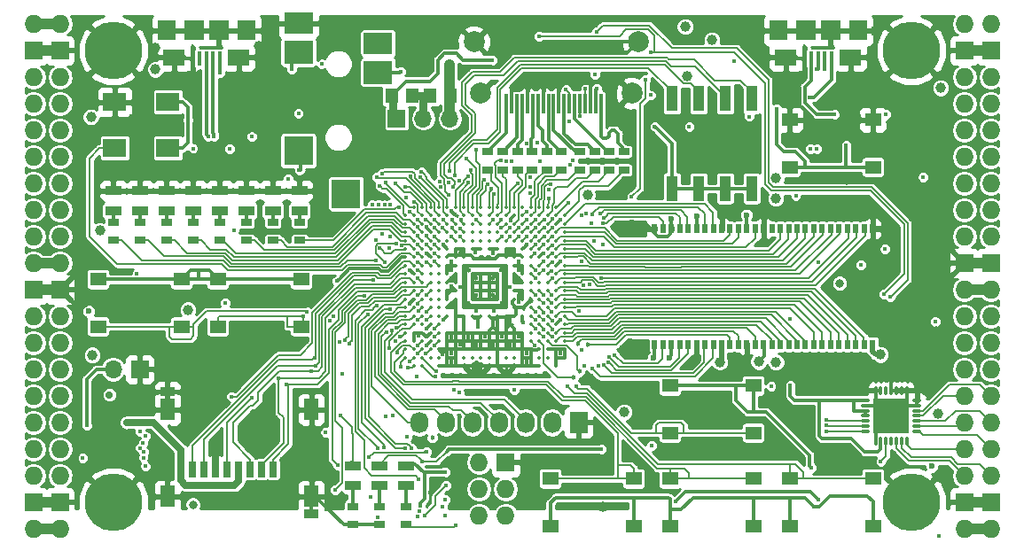
<source format=gtl>
G04 #@! TF.GenerationSoftware,KiCad,Pcbnew,5.0.0-rc2+dfsg1-3*
G04 #@! TF.CreationDate,2018-07-04T21:30:35+02:00*
G04 #@! TF.ProjectId,ulx3s,756C7833732E6B696361645F70636200,rev?*
G04 #@! TF.SameCoordinates,Original*
G04 #@! TF.FileFunction,Copper,L1,Top,Signal*
G04 #@! TF.FilePolarity,Positive*
%FSLAX46Y46*%
G04 Gerber Fmt 4.6, Leading zero omitted, Abs format (unit mm)*
G04 Created by KiCad (PCBNEW 5.0.0-rc2+dfsg1-3) date Wed Jul  4 21:30:35 2018*
%MOMM*%
%LPD*%
G01*
G04 APERTURE LIST*
G04 #@! TA.AperFunction,SMDPad,CuDef*
%ADD10R,0.560000X0.900000*%
G04 #@! TD*
G04 #@! TA.AperFunction,ComponentPad*
%ADD11O,1.727200X1.727200*%
G04 #@! TD*
G04 #@! TA.AperFunction,ComponentPad*
%ADD12R,1.727200X1.727200*%
G04 #@! TD*
G04 #@! TA.AperFunction,ComponentPad*
%ADD13C,5.500000*%
G04 #@! TD*
G04 #@! TA.AperFunction,SMDPad,CuDef*
%ADD14O,0.850000X0.300000*%
G04 #@! TD*
G04 #@! TA.AperFunction,SMDPad,CuDef*
%ADD15O,0.300000X0.850000*%
G04 #@! TD*
G04 #@! TA.AperFunction,SMDPad,CuDef*
%ADD16R,1.675000X1.675000*%
G04 #@! TD*
G04 #@! TA.AperFunction,ComponentPad*
%ADD17R,1.727200X2.032000*%
G04 #@! TD*
G04 #@! TA.AperFunction,ComponentPad*
%ADD18O,1.727200X2.032000*%
G04 #@! TD*
G04 #@! TA.AperFunction,SMDPad,CuDef*
%ADD19R,1.550000X1.300000*%
G04 #@! TD*
G04 #@! TA.AperFunction,SMDPad,CuDef*
%ADD20R,1.120000X2.440000*%
G04 #@! TD*
G04 #@! TA.AperFunction,BGAPad,CuDef*
%ADD21C,0.350000*%
G04 #@! TD*
G04 #@! TA.AperFunction,SMDPad,CuDef*
%ADD22R,2.800000X2.000000*%
G04 #@! TD*
G04 #@! TA.AperFunction,SMDPad,CuDef*
%ADD23R,2.800000X2.200000*%
G04 #@! TD*
G04 #@! TA.AperFunction,SMDPad,CuDef*
%ADD24R,2.800000X2.800000*%
G04 #@! TD*
G04 #@! TA.AperFunction,SMDPad,CuDef*
%ADD25R,0.700000X1.500000*%
G04 #@! TD*
G04 #@! TA.AperFunction,SMDPad,CuDef*
%ADD26R,1.450000X0.900000*%
G04 #@! TD*
G04 #@! TA.AperFunction,SMDPad,CuDef*
%ADD27R,1.450000X2.000000*%
G04 #@! TD*
G04 #@! TA.AperFunction,SMDPad,CuDef*
%ADD28R,2.200000X1.800000*%
G04 #@! TD*
G04 #@! TA.AperFunction,SMDPad,CuDef*
%ADD29R,1.000000X0.670000*%
G04 #@! TD*
G04 #@! TA.AperFunction,SMDPad,CuDef*
%ADD30R,1.500000X0.970000*%
G04 #@! TD*
G04 #@! TA.AperFunction,SMDPad,CuDef*
%ADD31R,0.300000X1.900000*%
G04 #@! TD*
G04 #@! TA.AperFunction,ComponentPad*
%ADD32C,2.000000*%
G04 #@! TD*
G04 #@! TA.AperFunction,ComponentPad*
%ADD33R,1.700000X1.700000*%
G04 #@! TD*
G04 #@! TA.AperFunction,ComponentPad*
%ADD34O,1.700000X1.700000*%
G04 #@! TD*
G04 #@! TA.AperFunction,SMDPad,CuDef*
%ADD35R,1.295000X1.400000*%
G04 #@! TD*
G04 #@! TA.AperFunction,SMDPad,CuDef*
%ADD36R,1.800000X1.900000*%
G04 #@! TD*
G04 #@! TA.AperFunction,SMDPad,CuDef*
%ADD37R,0.400000X1.350000*%
G04 #@! TD*
G04 #@! TA.AperFunction,SMDPad,CuDef*
%ADD38R,1.900000X1.900000*%
G04 #@! TD*
G04 #@! TA.AperFunction,SMDPad,CuDef*
%ADD39R,2.100000X1.600000*%
G04 #@! TD*
G04 #@! TA.AperFunction,ViaPad*
%ADD40C,0.400000*%
G04 #@! TD*
G04 #@! TA.AperFunction,ViaPad*
%ADD41C,0.700000*%
G04 #@! TD*
G04 #@! TA.AperFunction,ViaPad*
%ADD42C,0.454000*%
G04 #@! TD*
G04 #@! TA.AperFunction,ViaPad*
%ADD43C,0.600000*%
G04 #@! TD*
G04 #@! TA.AperFunction,ViaPad*
%ADD44C,1.000000*%
G04 #@! TD*
G04 #@! TA.AperFunction,ViaPad*
%ADD45C,0.800000*%
G04 #@! TD*
G04 #@! TA.AperFunction,ViaPad*
%ADD46C,3.500000*%
G04 #@! TD*
G04 #@! TA.AperFunction,Conductor*
%ADD47C,0.700000*%
G04 #@! TD*
G04 #@! TA.AperFunction,Conductor*
%ADD48C,0.300000*%
G04 #@! TD*
G04 #@! TA.AperFunction,Conductor*
%ADD49C,0.500000*%
G04 #@! TD*
G04 #@! TA.AperFunction,Conductor*
%ADD50C,1.000000*%
G04 #@! TD*
G04 #@! TA.AperFunction,Conductor*
%ADD51C,0.190000*%
G04 #@! TD*
G04 #@! TA.AperFunction,Conductor*
%ADD52C,0.800000*%
G04 #@! TD*
G04 #@! TA.AperFunction,Conductor*
%ADD53C,0.200000*%
G04 #@! TD*
G04 #@! TA.AperFunction,Conductor*
%ADD54C,0.127000*%
G04 #@! TD*
G04 #@! TA.AperFunction,Conductor*
%ADD55C,0.180000*%
G04 #@! TD*
G04 #@! TA.AperFunction,Conductor*
%ADD56C,0.254000*%
G04 #@! TD*
G04 APERTURE END LIST*
D10*
G04 #@! TO.P,U2,28*
G04 #@! TO.N,GND*
X175493000Y-82270000D03*
G04 #@! TO.P,U2,1*
G04 #@! TO.N,+3V3*
X154693000Y-93330000D03*
G04 #@! TO.P,U2,2*
G04 #@! TO.N,SDRAM_D0*
X155493000Y-93330000D03*
G04 #@! TO.P,U2,3*
G04 #@! TO.N,+3V3*
X156293000Y-93330000D03*
G04 #@! TO.P,U2,4*
G04 #@! TO.N,SDRAM_D1*
X157093000Y-93330000D03*
G04 #@! TO.P,U2,5*
G04 #@! TO.N,SDRAM_D2*
X157893000Y-93330000D03*
G04 #@! TO.P,U2,6*
G04 #@! TO.N,GND*
X158693000Y-93330000D03*
G04 #@! TO.P,U2,7*
G04 #@! TO.N,SDRAM_D3*
X159493000Y-93330000D03*
G04 #@! TO.P,U2,8*
G04 #@! TO.N,SDRAM_D4*
X160293000Y-93330000D03*
G04 #@! TO.P,U2,9*
G04 #@! TO.N,+3V3*
X161093000Y-93330000D03*
G04 #@! TO.P,U2,10*
G04 #@! TO.N,SDRAM_D5*
X161893000Y-93330000D03*
G04 #@! TO.P,U2,11*
G04 #@! TO.N,SDRAM_D6*
X162693000Y-93330000D03*
G04 #@! TO.P,U2,12*
G04 #@! TO.N,GND*
X163493000Y-93330000D03*
G04 #@! TO.P,U2,13*
G04 #@! TO.N,SDRAM_D7*
X164293000Y-93330000D03*
G04 #@! TO.P,U2,14*
G04 #@! TO.N,+3V3*
X165093000Y-93330000D03*
G04 #@! TO.P,U2,15*
G04 #@! TO.N,SDRAM_DQM0*
X165893000Y-93330000D03*
G04 #@! TO.P,U2,16*
G04 #@! TO.N,SDRAM_nWE*
X166693000Y-93330000D03*
G04 #@! TO.P,U2,17*
G04 #@! TO.N,SDRAM_nCAS*
X167493000Y-93330000D03*
G04 #@! TO.P,U2,18*
G04 #@! TO.N,SDRAM_nRAS*
X168293000Y-93330000D03*
G04 #@! TO.P,U2,19*
G04 #@! TO.N,SDRAM_nCS*
X169093000Y-93330000D03*
G04 #@! TO.P,U2,20*
G04 #@! TO.N,SDRAM_BA0*
X169893000Y-93330000D03*
G04 #@! TO.P,U2,21*
G04 #@! TO.N,SDRAM_BA1*
X170693000Y-93330000D03*
G04 #@! TO.P,U2,22*
G04 #@! TO.N,SDRAM_A10*
X171493000Y-93330000D03*
G04 #@! TO.P,U2,23*
G04 #@! TO.N,SDRAM_A0*
X172293000Y-93330000D03*
G04 #@! TO.P,U2,24*
G04 #@! TO.N,SDRAM_A1*
X173093000Y-93330000D03*
G04 #@! TO.P,U2,25*
G04 #@! TO.N,SDRAM_A2*
X173893000Y-93330000D03*
G04 #@! TO.P,U2,26*
G04 #@! TO.N,SDRAM_A3*
X174693000Y-93330000D03*
G04 #@! TO.P,U2,27*
G04 #@! TO.N,+3V3*
X175493000Y-93330000D03*
G04 #@! TO.P,U2,29*
G04 #@! TO.N,SDRAM_A4*
X174693000Y-82270000D03*
G04 #@! TO.P,U2,30*
G04 #@! TO.N,SDRAM_A5*
X173893000Y-82270000D03*
G04 #@! TO.P,U2,31*
G04 #@! TO.N,SDRAM_A6*
X173093000Y-82270000D03*
G04 #@! TO.P,U2,32*
G04 #@! TO.N,SDRAM_A7*
X172293000Y-82270000D03*
G04 #@! TO.P,U2,33*
G04 #@! TO.N,SDRAM_A8*
X171493000Y-82270000D03*
G04 #@! TO.P,U2,34*
G04 #@! TO.N,SDRAM_A9*
X170693000Y-82270000D03*
G04 #@! TO.P,U2,35*
G04 #@! TO.N,SDRAM_A11*
X169893000Y-82270000D03*
G04 #@! TO.P,U2,36*
G04 #@! TO.N,SDRAM_A12*
X169093000Y-82270000D03*
G04 #@! TO.P,U2,37*
G04 #@! TO.N,SDRAM_CKE*
X168293000Y-82270000D03*
G04 #@! TO.P,U2,38*
G04 #@! TO.N,SDRAM_CLK*
X167493000Y-82270000D03*
G04 #@! TO.P,U2,39*
G04 #@! TO.N,SDRAM_DQM1*
X166693000Y-82270000D03*
G04 #@! TO.P,U2,40*
G04 #@! TO.N,N/C*
X165893000Y-82270000D03*
G04 #@! TO.P,U2,41*
G04 #@! TO.N,GND*
X165093000Y-82270000D03*
G04 #@! TO.P,U2,42*
G04 #@! TO.N,SDRAM_D8*
X164293000Y-82270000D03*
G04 #@! TO.P,U2,43*
G04 #@! TO.N,+3V3*
X163493000Y-82270000D03*
G04 #@! TO.P,U2,44*
G04 #@! TO.N,SDRAM_D9*
X162693000Y-82270000D03*
G04 #@! TO.P,U2,45*
G04 #@! TO.N,SDRAM_D10*
X161893000Y-82270000D03*
G04 #@! TO.P,U2,46*
G04 #@! TO.N,GND*
X161093000Y-82270000D03*
G04 #@! TO.P,U2,47*
G04 #@! TO.N,SDRAM_D11*
X160293000Y-82270000D03*
G04 #@! TO.P,U2,48*
G04 #@! TO.N,SDRAM_D12*
X159493000Y-82270000D03*
G04 #@! TO.P,U2,49*
G04 #@! TO.N,+3V3*
X158693000Y-82270000D03*
G04 #@! TO.P,U2,50*
G04 #@! TO.N,SDRAM_D13*
X157893000Y-82270000D03*
G04 #@! TO.P,U2,51*
G04 #@! TO.N,SDRAM_D14*
X157093000Y-82270000D03*
G04 #@! TO.P,U2,52*
G04 #@! TO.N,GND*
X156293000Y-82270000D03*
G04 #@! TO.P,U2,53*
G04 #@! TO.N,SDRAM_D15*
X155493000Y-82270000D03*
G04 #@! TO.P,U2,54*
G04 #@! TO.N,GND*
X154693000Y-82270000D03*
G04 #@! TD*
D11*
G04 #@! TO.P,J1,1*
G04 #@! TO.N,2V5_3V3*
X97910000Y-62690000D03*
G04 #@! TO.P,J1,2*
X95370000Y-62690000D03*
D12*
G04 #@! TO.P,J1,3*
G04 #@! TO.N,GND*
X97910000Y-65230000D03*
G04 #@! TO.P,J1,4*
X95370000Y-65230000D03*
D11*
G04 #@! TO.P,J1,5*
G04 #@! TO.N,GN0*
X97910000Y-67770000D03*
G04 #@! TO.P,J1,6*
G04 #@! TO.N,GP0*
X95370000Y-67770000D03*
G04 #@! TO.P,J1,7*
G04 #@! TO.N,GN1*
X97910000Y-70310000D03*
G04 #@! TO.P,J1,8*
G04 #@! TO.N,GP1*
X95370000Y-70310000D03*
G04 #@! TO.P,J1,9*
G04 #@! TO.N,GN2*
X97910000Y-72850000D03*
G04 #@! TO.P,J1,10*
G04 #@! TO.N,GP2*
X95370000Y-72850000D03*
G04 #@! TO.P,J1,11*
G04 #@! TO.N,GN3*
X97910000Y-75390000D03*
G04 #@! TO.P,J1,12*
G04 #@! TO.N,GP3*
X95370000Y-75390000D03*
G04 #@! TO.P,J1,13*
G04 #@! TO.N,GN4*
X97910000Y-77930000D03*
G04 #@! TO.P,J1,14*
G04 #@! TO.N,GP4*
X95370000Y-77930000D03*
G04 #@! TO.P,J1,15*
G04 #@! TO.N,GN5*
X97910000Y-80470000D03*
G04 #@! TO.P,J1,16*
G04 #@! TO.N,GP5*
X95370000Y-80470000D03*
G04 #@! TO.P,J1,17*
G04 #@! TO.N,GN6*
X97910000Y-83010000D03*
G04 #@! TO.P,J1,18*
G04 #@! TO.N,GP6*
X95370000Y-83010000D03*
G04 #@! TO.P,J1,19*
G04 #@! TO.N,2V5_3V3*
X97910000Y-85550000D03*
G04 #@! TO.P,J1,20*
X95370000Y-85550000D03*
D12*
G04 #@! TO.P,J1,21*
G04 #@! TO.N,GND*
X97910000Y-88090000D03*
G04 #@! TO.P,J1,22*
X95370000Y-88090000D03*
D11*
G04 #@! TO.P,J1,23*
G04 #@! TO.N,GN7*
X97910000Y-90630000D03*
G04 #@! TO.P,J1,24*
G04 #@! TO.N,GP7*
X95370000Y-90630000D03*
G04 #@! TO.P,J1,25*
G04 #@! TO.N,GN8*
X97910000Y-93170000D03*
G04 #@! TO.P,J1,26*
G04 #@! TO.N,GP8*
X95370000Y-93170000D03*
G04 #@! TO.P,J1,27*
G04 #@! TO.N,GN9*
X97910000Y-95710000D03*
G04 #@! TO.P,J1,28*
G04 #@! TO.N,GP9*
X95370000Y-95710000D03*
G04 #@! TO.P,J1,29*
G04 #@! TO.N,GN10*
X97910000Y-98250000D03*
G04 #@! TO.P,J1,30*
G04 #@! TO.N,GP10*
X95370000Y-98250000D03*
G04 #@! TO.P,J1,31*
G04 #@! TO.N,GN11*
X97910000Y-100790000D03*
G04 #@! TO.P,J1,32*
G04 #@! TO.N,GP11*
X95370000Y-100790000D03*
G04 #@! TO.P,J1,33*
G04 #@! TO.N,GN12*
X97910000Y-103330000D03*
G04 #@! TO.P,J1,34*
G04 #@! TO.N,GP12*
X95370000Y-103330000D03*
G04 #@! TO.P,J1,35*
G04 #@! TO.N,GN13*
X97910000Y-105870000D03*
G04 #@! TO.P,J1,36*
G04 #@! TO.N,GP13*
X95370000Y-105870000D03*
D12*
G04 #@! TO.P,J1,37*
G04 #@! TO.N,GND*
X97910000Y-108410000D03*
G04 #@! TO.P,J1,38*
X95370000Y-108410000D03*
D11*
G04 #@! TO.P,J1,39*
G04 #@! TO.N,2V5_3V3*
X97910000Y-110950000D03*
G04 #@! TO.P,J1,40*
X95370000Y-110950000D03*
G04 #@! TD*
G04 #@! TO.P,J2,1*
G04 #@! TO.N,+3V3*
X184270000Y-110950000D03*
G04 #@! TO.P,J2,2*
X186810000Y-110950000D03*
D12*
G04 #@! TO.P,J2,3*
G04 #@! TO.N,GND*
X184270000Y-108410000D03*
G04 #@! TO.P,J2,4*
X186810000Y-108410000D03*
D11*
G04 #@! TO.P,J2,5*
G04 #@! TO.N,GN14*
X184270000Y-105870000D03*
G04 #@! TO.P,J2,6*
G04 #@! TO.N,GP14*
X186810000Y-105870000D03*
G04 #@! TO.P,J2,7*
G04 #@! TO.N,GN15*
X184270000Y-103330000D03*
G04 #@! TO.P,J2,8*
G04 #@! TO.N,GP15*
X186810000Y-103330000D03*
G04 #@! TO.P,J2,9*
G04 #@! TO.N,GN16*
X184270000Y-100790000D03*
G04 #@! TO.P,J2,10*
G04 #@! TO.N,GP16*
X186810000Y-100790000D03*
G04 #@! TO.P,J2,11*
G04 #@! TO.N,GN17*
X184270000Y-98250000D03*
G04 #@! TO.P,J2,12*
G04 #@! TO.N,GP17*
X186810000Y-98250000D03*
G04 #@! TO.P,J2,13*
G04 #@! TO.N,GN18*
X184270000Y-95710000D03*
G04 #@! TO.P,J2,14*
G04 #@! TO.N,GP18*
X186810000Y-95710000D03*
G04 #@! TO.P,J2,15*
G04 #@! TO.N,GN19*
X184270000Y-93170000D03*
G04 #@! TO.P,J2,16*
G04 #@! TO.N,GP19*
X186810000Y-93170000D03*
G04 #@! TO.P,J2,17*
G04 #@! TO.N,GN20*
X184270000Y-90630000D03*
G04 #@! TO.P,J2,18*
G04 #@! TO.N,GP20*
X186810000Y-90630000D03*
G04 #@! TO.P,J2,19*
G04 #@! TO.N,+3V3*
X184270000Y-88090000D03*
G04 #@! TO.P,J2,20*
X186810000Y-88090000D03*
D12*
G04 #@! TO.P,J2,21*
G04 #@! TO.N,GND*
X184270000Y-85550000D03*
G04 #@! TO.P,J2,22*
X186810000Y-85550000D03*
D11*
G04 #@! TO.P,J2,23*
G04 #@! TO.N,GN21*
X184270000Y-83010000D03*
G04 #@! TO.P,J2,24*
G04 #@! TO.N,GP21*
X186810000Y-83010000D03*
G04 #@! TO.P,J2,25*
G04 #@! TO.N,GN22*
X184270000Y-80470000D03*
G04 #@! TO.P,J2,26*
G04 #@! TO.N,GP22*
X186810000Y-80470000D03*
G04 #@! TO.P,J2,27*
G04 #@! TO.N,GN23*
X184270000Y-77930000D03*
G04 #@! TO.P,J2,28*
G04 #@! TO.N,GP23*
X186810000Y-77930000D03*
G04 #@! TO.P,J2,29*
G04 #@! TO.N,GN24*
X184270000Y-75390000D03*
G04 #@! TO.P,J2,30*
G04 #@! TO.N,GP24*
X186810000Y-75390000D03*
G04 #@! TO.P,J2,31*
G04 #@! TO.N,GN25*
X184270000Y-72850000D03*
G04 #@! TO.P,J2,32*
G04 #@! TO.N,GP25*
X186810000Y-72850000D03*
G04 #@! TO.P,J2,33*
G04 #@! TO.N,GN26*
X184270000Y-70310000D03*
G04 #@! TO.P,J2,34*
G04 #@! TO.N,GP26*
X186810000Y-70310000D03*
G04 #@! TO.P,J2,35*
G04 #@! TO.N,GN27*
X184270000Y-67770000D03*
G04 #@! TO.P,J2,36*
G04 #@! TO.N,GP27*
X186810000Y-67770000D03*
D12*
G04 #@! TO.P,J2,37*
G04 #@! TO.N,GND*
X184270000Y-65230000D03*
G04 #@! TO.P,J2,38*
X186810000Y-65230000D03*
D11*
G04 #@! TO.P,J2,39*
G04 #@! TO.N,/gpio/IN5V*
X184270000Y-62690000D03*
G04 #@! TO.P,J2,40*
G04 #@! TO.N,/gpio/OUT5V*
X186810000Y-62690000D03*
G04 #@! TD*
D13*
G04 #@! TO.P,H1,1*
G04 #@! TO.N,GND*
X102990000Y-108410000D03*
G04 #@! TD*
G04 #@! TO.P,H2,1*
G04 #@! TO.N,GND*
X179190000Y-108410000D03*
G04 #@! TD*
G04 #@! TO.P,H3,1*
G04 #@! TO.N,GND*
X179190000Y-65230000D03*
G04 #@! TD*
G04 #@! TO.P,H4,1*
G04 #@! TO.N,GND*
X102990000Y-65230000D03*
G04 #@! TD*
D12*
G04 #@! TO.P,J4,1*
G04 #@! TO.N,GND*
X140455000Y-104600000D03*
D11*
G04 #@! TO.P,J4,2*
G04 #@! TO.N,+3V3*
X137915000Y-104600000D03*
G04 #@! TO.P,J4,3*
G04 #@! TO.N,JTAG_TDI*
X140455000Y-107140000D03*
G04 #@! TO.P,J4,4*
G04 #@! TO.N,JTAG_TCK*
X137915000Y-107140000D03*
G04 #@! TO.P,J4,5*
G04 #@! TO.N,JTAG_TMS*
X140455000Y-109680000D03*
G04 #@! TO.P,J4,6*
G04 #@! TO.N,JTAG_TDO*
X137915000Y-109680000D03*
G04 #@! TD*
D14*
G04 #@! TO.P,U8,1*
G04 #@! TO.N,GP15*
X179735000Y-101655000D03*
G04 #@! TO.P,U8,2*
G04 #@! TO.N,GN16*
X179735000Y-101155000D03*
G04 #@! TO.P,U8,3*
G04 #@! TO.N,GP16*
X179735000Y-100655000D03*
G04 #@! TO.P,U8,4*
G04 #@! TO.N,GN17*
X179735000Y-100155000D03*
G04 #@! TO.P,U8,5*
G04 #@! TO.N,GP17*
X179735000Y-99655000D03*
G04 #@! TO.P,U8,6*
G04 #@! TO.N,GND*
X179735000Y-99155000D03*
G04 #@! TO.P,U8,7*
X179735000Y-98655000D03*
D15*
G04 #@! TO.P,U8,8*
X178785000Y-97705000D03*
G04 #@! TO.P,U8,9*
X178285000Y-97705000D03*
G04 #@! TO.P,U8,10*
X177785000Y-97705000D03*
G04 #@! TO.P,U8,11*
X177285000Y-97705000D03*
G04 #@! TO.P,U8,12*
G04 #@! TO.N,Net-(U8-Pad12)*
X176785000Y-97705000D03*
G04 #@! TO.P,U8,13*
G04 #@! TO.N,GND*
X176285000Y-97705000D03*
G04 #@! TO.P,U8,14*
X175785000Y-97705000D03*
D14*
G04 #@! TO.P,U8,15*
G04 #@! TO.N,/analog/ADC3V3*
X174835000Y-98655000D03*
G04 #@! TO.P,U8,16*
G04 #@! TO.N,GND*
X174835000Y-99155000D03*
G04 #@! TO.P,U8,17*
G04 #@! TO.N,/analog/ADC3V3*
X174835000Y-99655000D03*
G04 #@! TO.P,U8,18*
X174835000Y-100155000D03*
G04 #@! TO.P,U8,19*
G04 #@! TO.N,ADC_SCLK*
X174835000Y-100655000D03*
G04 #@! TO.P,U8,20*
G04 #@! TO.N,ADC_CSn*
X174835000Y-101155000D03*
G04 #@! TO.P,U8,21*
G04 #@! TO.N,ADC_MOSI*
X174835000Y-101655000D03*
D15*
G04 #@! TO.P,U8,22*
G04 #@! TO.N,GND*
X175785000Y-102605000D03*
G04 #@! TO.P,U8,23*
G04 #@! TO.N,/analog/ADC3V3*
X176285000Y-102605000D03*
G04 #@! TO.P,U8,24*
G04 #@! TO.N,ADC_MISO*
X176785000Y-102605000D03*
G04 #@! TO.P,U8,25*
G04 #@! TO.N,Net-(U8-Pad25)*
X177285000Y-102605000D03*
G04 #@! TO.P,U8,26*
G04 #@! TO.N,GN14*
X177785000Y-102605000D03*
G04 #@! TO.P,U8,27*
G04 #@! TO.N,GP14*
X178285000Y-102605000D03*
G04 #@! TO.P,U8,28*
G04 #@! TO.N,GN15*
X178785000Y-102605000D03*
D16*
G04 #@! TO.P,U8,29*
G04 #@! TO.N,GND*
X176447500Y-99317500D03*
X176447500Y-100992500D03*
X178122500Y-99317500D03*
X178122500Y-100992500D03*
G04 #@! TD*
D17*
G04 #@! TO.P,OLED1,1*
G04 #@! TO.N,GND*
X147440000Y-100790000D03*
D18*
G04 #@! TO.P,OLED1,2*
G04 #@! TO.N,+3V3*
X144900000Y-100790000D03*
G04 #@! TO.P,OLED1,3*
G04 #@! TO.N,OLED_CLK*
X142360000Y-100790000D03*
G04 #@! TO.P,OLED1,4*
G04 #@! TO.N,OLED_MOSI*
X139820000Y-100790000D03*
G04 #@! TO.P,OLED1,5*
G04 #@! TO.N,OLED_RES*
X137280000Y-100790000D03*
G04 #@! TO.P,OLED1,6*
G04 #@! TO.N,OLED_DC*
X134740000Y-100790000D03*
G04 #@! TO.P,OLED1,7*
G04 #@! TO.N,OLED_CS*
X132200000Y-100790000D03*
G04 #@! TD*
D19*
G04 #@! TO.P,B0,2*
G04 #@! TO.N,GND*
X175550000Y-71870000D03*
G04 #@! TO.P,B0,1*
G04 #@! TO.N,/power/PWRBTn*
X175550000Y-76370000D03*
X167590000Y-76370000D03*
G04 #@! TO.P,B0,2*
G04 #@! TO.N,GND*
X167590000Y-71870000D03*
G04 #@! TD*
G04 #@! TO.P,B1,2*
G04 #@! TO.N,BTN_F1*
X101550000Y-91610000D03*
G04 #@! TO.P,B1,1*
G04 #@! TO.N,/blinkey/BTNPUL*
X101550000Y-87110000D03*
X109510000Y-87110000D03*
G04 #@! TO.P,B1,2*
G04 #@! TO.N,BTN_F1*
X109510000Y-91610000D03*
G04 #@! TD*
G04 #@! TO.P,B2,2*
G04 #@! TO.N,BTN_F2*
X112980000Y-91610000D03*
G04 #@! TO.P,B2,1*
G04 #@! TO.N,/blinkey/BTNPUL*
X112980000Y-87110000D03*
X120940000Y-87110000D03*
G04 #@! TO.P,B2,2*
G04 #@! TO.N,BTN_F2*
X120940000Y-91610000D03*
G04 #@! TD*
G04 #@! TO.P,B3,2*
G04 #@! TO.N,BTN_U*
X156160000Y-101770000D03*
G04 #@! TO.P,B3,1*
G04 #@! TO.N,/blinkey/BTNPUR*
X156160000Y-97270000D03*
X164120000Y-97270000D03*
G04 #@! TO.P,B3,2*
G04 #@! TO.N,BTN_U*
X164120000Y-101770000D03*
G04 #@! TD*
G04 #@! TO.P,B4,2*
G04 #@! TO.N,BTN_D*
X164120000Y-106160000D03*
G04 #@! TO.P,B4,1*
G04 #@! TO.N,/blinkey/BTNPUR*
X164120000Y-110660000D03*
X156160000Y-110660000D03*
G04 #@! TO.P,B4,2*
G04 #@! TO.N,BTN_D*
X156160000Y-106160000D03*
G04 #@! TD*
G04 #@! TO.P,B5,2*
G04 #@! TO.N,BTN_L*
X152690000Y-106160000D03*
G04 #@! TO.P,B5,1*
G04 #@! TO.N,/blinkey/BTNPUR*
X152690000Y-110660000D03*
X144730000Y-110660000D03*
G04 #@! TO.P,B5,2*
G04 #@! TO.N,BTN_L*
X144730000Y-106160000D03*
G04 #@! TD*
G04 #@! TO.P,B6,2*
G04 #@! TO.N,BTN_R*
X175550000Y-106160000D03*
G04 #@! TO.P,B6,1*
G04 #@! TO.N,/blinkey/BTNPUR*
X175550000Y-110660000D03*
X167590000Y-110660000D03*
G04 #@! TO.P,B6,2*
G04 #@! TO.N,BTN_R*
X167590000Y-106160000D03*
G04 #@! TD*
D20*
G04 #@! TO.P,SW1,1*
G04 #@! TO.N,/blinkey/SWPU*
X156330000Y-78425000D03*
G04 #@! TO.P,SW1,5*
G04 #@! TO.N,SW4*
X163950000Y-69815000D03*
G04 #@! TO.P,SW1,2*
G04 #@! TO.N,/blinkey/SWPU*
X158870000Y-78425000D03*
G04 #@! TO.P,SW1,6*
G04 #@! TO.N,SW3*
X161410000Y-69815000D03*
G04 #@! TO.P,SW1,3*
G04 #@! TO.N,/blinkey/SWPU*
X161410000Y-78425000D03*
G04 #@! TO.P,SW1,7*
G04 #@! TO.N,SW2*
X158870000Y-69815000D03*
G04 #@! TO.P,SW1,4*
G04 #@! TO.N,/blinkey/SWPU*
X163950000Y-78425000D03*
G04 #@! TO.P,SW1,8*
G04 #@! TO.N,SW1*
X156330000Y-69815000D03*
G04 #@! TD*
D21*
G04 #@! TO.P,U1,A2*
G04 #@! TO.N,GP9*
X131680000Y-80200000D03*
G04 #@! TO.P,U1,A3*
G04 #@! TO.N,AUDIO_R0*
X132480000Y-80200000D03*
G04 #@! TO.P,U1,A4*
G04 #@! TO.N,GP8*
X133280000Y-80200000D03*
G04 #@! TO.P,U1,A5*
G04 #@! TO.N,GN8*
X134080000Y-80200000D03*
G04 #@! TO.P,U1,A6*
G04 #@! TO.N,GP7*
X134880000Y-80200000D03*
G04 #@! TO.P,U1,A7*
G04 #@! TO.N,GP4*
X135680000Y-80200000D03*
G04 #@! TO.P,U1,A8*
G04 #@! TO.N,GN4*
X136480000Y-80200000D03*
G04 #@! TO.P,U1,A9*
G04 #@! TO.N,GP2*
X137280000Y-80200000D03*
G04 #@! TO.P,U1,A10*
G04 #@! TO.N,GP1*
X138080000Y-80200000D03*
G04 #@! TO.P,U1,A11*
G04 #@! TO.N,GN1*
X138880000Y-80200000D03*
G04 #@! TO.P,U1,A12*
G04 #@! TO.N,FPDI_D2+*
X139680000Y-80200000D03*
G04 #@! TO.P,U1,A13*
G04 #@! TO.N,FPDI_D2-*
X140480000Y-80200000D03*
G04 #@! TO.P,U1,A14*
G04 #@! TO.N,FPDI_D1+*
X141280000Y-80200000D03*
G04 #@! TO.P,U1,A15*
G04 #@! TO.N,Net-(U1-PadA15)*
X142080000Y-80200000D03*
G04 #@! TO.P,U1,A16*
G04 #@! TO.N,FPDI_D0+*
X142880000Y-80200000D03*
G04 #@! TO.P,U1,A17*
G04 #@! TO.N,FPDI_CLK+*
X143680000Y-80200000D03*
G04 #@! TO.P,U1,A18*
G04 #@! TO.N,/gpdi/FPDI_CEC*
X144480000Y-80200000D03*
G04 #@! TO.P,U1,A19*
G04 #@! TO.N,FPDI_ETH+*
X145280000Y-80200000D03*
G04 #@! TO.P,U1,B1*
G04 #@! TO.N,GN9*
X130880000Y-81000000D03*
G04 #@! TO.P,U1,B2*
G04 #@! TO.N,LED0*
X131680000Y-81000000D03*
G04 #@! TO.P,U1,B3*
G04 #@! TO.N,AUDIO_L3*
X132480000Y-81000000D03*
G04 #@! TO.P,U1,B4*
G04 #@! TO.N,GN10*
X133280000Y-81000000D03*
G04 #@! TO.P,U1,B5*
G04 #@! TO.N,AUDIO_R1*
X134080000Y-81000000D03*
G04 #@! TO.P,U1,B6*
G04 #@! TO.N,GN7*
X134880000Y-81000000D03*
G04 #@! TO.P,U1,B7*
G04 #@! TO.N,GND*
X135680000Y-81000000D03*
G04 #@! TO.P,U1,B8*
G04 #@! TO.N,GN5*
X136480000Y-81000000D03*
G04 #@! TO.P,U1,B9*
G04 #@! TO.N,GP3*
X137280000Y-81000000D03*
G04 #@! TO.P,U1,B10*
G04 #@! TO.N,GN2*
X138080000Y-81000000D03*
G04 #@! TO.P,U1,B11*
G04 #@! TO.N,GP0*
X138880000Y-81000000D03*
G04 #@! TO.P,U1,B12*
G04 #@! TO.N,USB_FPGA_PULL_D+*
X139680000Y-81000000D03*
G04 #@! TO.P,U1,B13*
G04 #@! TO.N,GP26*
X140480000Y-81000000D03*
G04 #@! TO.P,U1,B14*
G04 #@! TO.N,GND*
X141280000Y-81000000D03*
G04 #@! TO.P,U1,B15*
G04 #@! TO.N,GP22*
X142080000Y-81000000D03*
G04 #@! TO.P,U1,B16*
G04 #@! TO.N,FPDI_D0-*
X142880000Y-81000000D03*
G04 #@! TO.P,U1,B17*
G04 #@! TO.N,GP23*
X143680000Y-81000000D03*
G04 #@! TO.P,U1,B18*
G04 #@! TO.N,FPDI_CLK-*
X144480000Y-81000000D03*
G04 #@! TO.P,U1,B19*
G04 #@! TO.N,FPDI_SDA*
X145280000Y-81000000D03*
G04 #@! TO.P,U1,B20*
G04 #@! TO.N,FPDI_ETH-*
X146080000Y-81000000D03*
G04 #@! TO.P,U1,C1*
G04 #@! TO.N,LED2*
X130880000Y-81800000D03*
G04 #@! TO.P,U1,C2*
G04 #@! TO.N,LED1*
X131680000Y-81800000D03*
G04 #@! TO.P,U1,C3*
G04 #@! TO.N,AUDIO_L2*
X132480000Y-81800000D03*
G04 #@! TO.P,U1,C4*
G04 #@! TO.N,GP10*
X133280000Y-81800000D03*
G04 #@! TO.P,U1,C5*
G04 #@! TO.N,AUDIO_R3*
X134080000Y-81800000D03*
G04 #@! TO.P,U1,C6*
G04 #@! TO.N,GP6*
X134880000Y-81800000D03*
G04 #@! TO.P,U1,C7*
G04 #@! TO.N,GN6*
X135680000Y-81800000D03*
G04 #@! TO.P,U1,C8*
G04 #@! TO.N,GP5*
X136480000Y-81800000D03*
G04 #@! TO.P,U1,C9*
G04 #@! TO.N,Net-(U1-PadC9)*
X137280000Y-81800000D03*
G04 #@! TO.P,U1,C10*
G04 #@! TO.N,GN3*
X138080000Y-81800000D03*
G04 #@! TO.P,U1,C11*
G04 #@! TO.N,GN0*
X138880000Y-81800000D03*
G04 #@! TO.P,U1,C12*
G04 #@! TO.N,USB_FPGA_PULL_D-*
X139680000Y-81800000D03*
G04 #@! TO.P,U1,C13*
G04 #@! TO.N,GN26*
X140480000Y-81800000D03*
G04 #@! TO.P,U1,C14*
G04 #@! TO.N,FPDI_D1-*
X141280000Y-81800000D03*
G04 #@! TO.P,U1,C15*
G04 #@! TO.N,GN22*
X142080000Y-81800000D03*
G04 #@! TO.P,U1,C16*
G04 #@! TO.N,GP24*
X142880000Y-81800000D03*
G04 #@! TO.P,U1,C17*
G04 #@! TO.N,GN23*
X143680000Y-81800000D03*
G04 #@! TO.P,U1,C18*
G04 #@! TO.N,GP21*
X144480000Y-81800000D03*
G04 #@! TO.P,U1,C19*
G04 #@! TO.N,GND*
X145280000Y-81800000D03*
G04 #@! TO.P,U1,C20*
G04 #@! TO.N,SDRAM_D11*
X146080000Y-81800000D03*
G04 #@! TO.P,U1,D1*
G04 #@! TO.N,LED4*
X130880000Y-82600000D03*
G04 #@! TO.P,U1,D2*
G04 #@! TO.N,LED3*
X131680000Y-82600000D03*
G04 #@! TO.P,U1,D3*
G04 #@! TO.N,AUDIO_L1*
X132480000Y-82600000D03*
G04 #@! TO.P,U1,D4*
G04 #@! TO.N,GND*
X133280000Y-82600000D03*
G04 #@! TO.P,U1,D5*
G04 #@! TO.N,AUDIO_R2*
X134080000Y-82600000D03*
G04 #@! TO.P,U1,D6*
G04 #@! TO.N,BTN_PWRn*
X134880000Y-82600000D03*
G04 #@! TO.P,U1,D7*
G04 #@! TO.N,SW3*
X135680000Y-82600000D03*
G04 #@! TO.P,U1,D8*
G04 #@! TO.N,SW2*
X136480000Y-82600000D03*
G04 #@! TO.P,U1,D9*
G04 #@! TO.N,Net-(U1-PadD9)*
X137280000Y-82600000D03*
G04 #@! TO.P,U1,D10*
G04 #@! TO.N,Net-(U1-PadD10)*
X138080000Y-82600000D03*
G04 #@! TO.P,U1,D11*
G04 #@! TO.N,Net-(U1-PadD11)*
X138880000Y-82600000D03*
G04 #@! TO.P,U1,D12*
G04 #@! TO.N,Net-(U1-PadD12)*
X139680000Y-82600000D03*
G04 #@! TO.P,U1,D13*
G04 #@! TO.N,GP27*
X140480000Y-82600000D03*
G04 #@! TO.P,U1,D14*
G04 #@! TO.N,GP25*
X141280000Y-82600000D03*
G04 #@! TO.P,U1,D15*
G04 #@! TO.N,USB_FPGA_D+*
X142080000Y-82600000D03*
G04 #@! TO.P,U1,D16*
G04 #@! TO.N,GN24*
X142880000Y-82600000D03*
G04 #@! TO.P,U1,D17*
G04 #@! TO.N,GN21*
X143680000Y-82600000D03*
G04 #@! TO.P,U1,D18*
G04 #@! TO.N,GP20*
X144480000Y-82600000D03*
G04 #@! TO.P,U1,D19*
G04 #@! TO.N,SDRAM_D10*
X145280000Y-82600000D03*
G04 #@! TO.P,U1,D20*
G04 #@! TO.N,SDRAM_D9*
X146080000Y-82600000D03*
G04 #@! TO.P,U1,E1*
G04 #@! TO.N,LED6*
X130880000Y-83400000D03*
G04 #@! TO.P,U1,E2*
G04 #@! TO.N,LED5*
X131680000Y-83400000D03*
G04 #@! TO.P,U1,E3*
G04 #@! TO.N,GN11*
X132480000Y-83400000D03*
G04 #@! TO.P,U1,E4*
G04 #@! TO.N,AUDIO_L0*
X133280000Y-83400000D03*
G04 #@! TO.P,U1,E5*
G04 #@! TO.N,AUDIO_V3*
X134080000Y-83400000D03*
G04 #@! TO.P,U1,E6*
G04 #@! TO.N,Net-(U1-PadE6)*
X134880000Y-83400000D03*
G04 #@! TO.P,U1,E7*
G04 #@! TO.N,SW4*
X135680000Y-83400000D03*
G04 #@! TO.P,U1,E8*
G04 #@! TO.N,SW1*
X136480000Y-83400000D03*
G04 #@! TO.P,U1,E9*
G04 #@! TO.N,Net-(U1-PadE9)*
X137280000Y-83400000D03*
G04 #@! TO.P,U1,E10*
G04 #@! TO.N,Net-(U1-PadE10)*
X138080000Y-83400000D03*
G04 #@! TO.P,U1,E11*
G04 #@! TO.N,Net-(U1-PadE11)*
X138880000Y-83400000D03*
G04 #@! TO.P,U1,E12*
G04 #@! TO.N,FPDI_SCL*
X139680000Y-83400000D03*
G04 #@! TO.P,U1,E13*
G04 #@! TO.N,GN27*
X140480000Y-83400000D03*
G04 #@! TO.P,U1,E14*
G04 #@! TO.N,GN25*
X141280000Y-83400000D03*
G04 #@! TO.P,U1,E15*
G04 #@! TO.N,USB_FPGA_D-*
X142080000Y-83400000D03*
G04 #@! TO.P,U1,E16*
G04 #@! TO.N,USB_FPGA_D+*
X142880000Y-83400000D03*
G04 #@! TO.P,U1,E17*
G04 #@! TO.N,GN20*
X143680000Y-83400000D03*
G04 #@! TO.P,U1,E18*
G04 #@! TO.N,SDRAM_D12*
X144480000Y-83400000D03*
G04 #@! TO.P,U1,E19*
G04 #@! TO.N,SDRAM_D8*
X145280000Y-83400000D03*
G04 #@! TO.P,U1,E20*
G04 #@! TO.N,SDRAM_DQM1*
X146080000Y-83400000D03*
G04 #@! TO.P,U1,F1*
G04 #@! TO.N,WIFI_EN*
X130880000Y-84200000D03*
G04 #@! TO.P,U1,F2*
G04 #@! TO.N,AUDIO_V1*
X131680000Y-84200000D03*
G04 #@! TO.P,U1,F3*
G04 #@! TO.N,GN12*
X132480000Y-84200000D03*
G04 #@! TO.P,U1,F4*
G04 #@! TO.N,GP11*
X133280000Y-84200000D03*
G04 #@! TO.P,U1,F5*
G04 #@! TO.N,AUDIO_V2*
X134080000Y-84200000D03*
G04 #@! TO.P,U1,F6*
G04 #@! TO.N,+2V5*
X134880000Y-84200000D03*
G04 #@! TO.P,U1,F7*
G04 #@! TO.N,GND*
X135680000Y-84200000D03*
G04 #@! TO.P,U1,F8*
X136480000Y-84200000D03*
G04 #@! TO.P,U1,F9*
G04 #@! TO.N,2V5_3V3*
X137280000Y-84200000D03*
G04 #@! TO.P,U1,F10*
X138080000Y-84200000D03*
G04 #@! TO.P,U1,F11*
G04 #@! TO.N,+3V3*
X138880000Y-84200000D03*
G04 #@! TO.P,U1,F12*
X139680000Y-84200000D03*
G04 #@! TO.P,U1,F13*
G04 #@! TO.N,GND*
X140480000Y-84200000D03*
G04 #@! TO.P,U1,F14*
X141280000Y-84200000D03*
G04 #@! TO.P,U1,F15*
G04 #@! TO.N,+2V5*
X142080000Y-84200000D03*
G04 #@! TO.P,U1,F16*
G04 #@! TO.N,USB_FPGA_D-*
X142880000Y-84200000D03*
G04 #@! TO.P,U1,F17*
G04 #@! TO.N,GP19*
X143680000Y-84200000D03*
G04 #@! TO.P,U1,F18*
G04 #@! TO.N,SDRAM_D13*
X144480000Y-84200000D03*
G04 #@! TO.P,U1,F19*
G04 #@! TO.N,SDRAM_CLK*
X145280000Y-84200000D03*
G04 #@! TO.P,U1,F20*
G04 #@! TO.N,SDRAM_CKE*
X146080000Y-84200000D03*
G04 #@! TO.P,U1,G1*
G04 #@! TO.N,/usb/ANT_433MHz*
X130880000Y-85000000D03*
G04 #@! TO.P,U1,G2*
G04 #@! TO.N,CLK_25MHz*
X131680000Y-85000000D03*
G04 #@! TO.P,U1,G3*
G04 #@! TO.N,GP12*
X132480000Y-85000000D03*
G04 #@! TO.P,U1,G4*
G04 #@! TO.N,GND*
X133280000Y-85000000D03*
G04 #@! TO.P,U1,G5*
G04 #@! TO.N,GN13*
X134080000Y-85000000D03*
G04 #@! TO.P,U1,G6*
G04 #@! TO.N,GND*
X134880000Y-85000000D03*
G04 #@! TO.P,U1,G7*
X135680000Y-85000000D03*
G04 #@! TO.P,U1,G8*
X136480000Y-85000000D03*
G04 #@! TO.P,U1,G9*
X137280000Y-85000000D03*
G04 #@! TO.P,U1,G10*
X138080000Y-85000000D03*
G04 #@! TO.P,U1,G11*
X138880000Y-85000000D03*
G04 #@! TO.P,U1,G12*
X139680000Y-85000000D03*
G04 #@! TO.P,U1,G13*
X140480000Y-85000000D03*
G04 #@! TO.P,U1,G14*
X141280000Y-85000000D03*
G04 #@! TO.P,U1,G15*
X142080000Y-85000000D03*
G04 #@! TO.P,U1,G16*
G04 #@! TO.N,SHUTDOWN*
X142880000Y-85000000D03*
G04 #@! TO.P,U1,G17*
G04 #@! TO.N,GND*
X143680000Y-85000000D03*
G04 #@! TO.P,U1,G18*
G04 #@! TO.N,GN19*
X144480000Y-85000000D03*
G04 #@! TO.P,U1,G19*
G04 #@! TO.N,SDRAM_A12*
X145280000Y-85000000D03*
G04 #@! TO.P,U1,G20*
G04 #@! TO.N,SDRAM_A11*
X146080000Y-85000000D03*
G04 #@! TO.P,U1,H1*
G04 #@! TO.N,SD_D1*
X130880000Y-85800000D03*
G04 #@! TO.P,U1,H2*
G04 #@! TO.N,SD_CLK*
X131680000Y-85800000D03*
G04 #@! TO.P,U1,H3*
G04 #@! TO.N,LED7*
X132480000Y-85800000D03*
G04 #@! TO.P,U1,H4*
G04 #@! TO.N,GP13*
X133280000Y-85800000D03*
G04 #@! TO.P,U1,H5*
G04 #@! TO.N,AUDIO_V0*
X134080000Y-85800000D03*
G04 #@! TO.P,U1,H6*
G04 #@! TO.N,2V5_3V3*
X134880000Y-85800000D03*
G04 #@! TO.P,U1,H7*
X135680000Y-85800000D03*
G04 #@! TO.P,U1,H8*
G04 #@! TO.N,+1V1*
X136480000Y-85800000D03*
G04 #@! TO.P,U1,H9*
X137280000Y-85800000D03*
G04 #@! TO.P,U1,H10*
X138080000Y-85800000D03*
G04 #@! TO.P,U1,H11*
X138880000Y-85800000D03*
G04 #@! TO.P,U1,H12*
X139680000Y-85800000D03*
G04 #@! TO.P,U1,H13*
X140480000Y-85800000D03*
G04 #@! TO.P,U1,H14*
G04 #@! TO.N,+3V3*
X141280000Y-85800000D03*
G04 #@! TO.P,U1,H15*
X142080000Y-85800000D03*
G04 #@! TO.P,U1,H16*
G04 #@! TO.N,BTN_R*
X142880000Y-85800000D03*
G04 #@! TO.P,U1,H17*
G04 #@! TO.N,GN18*
X143680000Y-85800000D03*
G04 #@! TO.P,U1,H18*
G04 #@! TO.N,GP18*
X144480000Y-85800000D03*
G04 #@! TO.P,U1,H19*
G04 #@! TO.N,GND*
X145280000Y-85800000D03*
G04 #@! TO.P,U1,H20*
G04 #@! TO.N,SDRAM_A9*
X146080000Y-85800000D03*
G04 #@! TO.P,U1,J1*
G04 #@! TO.N,SD_CMD*
X130880000Y-86600000D03*
G04 #@! TO.P,U1,J2*
G04 #@! TO.N,GND*
X131680000Y-86600000D03*
G04 #@! TO.P,U1,J3*
G04 #@! TO.N,SD_D0*
X132480000Y-86600000D03*
G04 #@! TO.P,U1,J4*
G04 #@! TO.N,Net-(U1-PadJ4)*
X133280000Y-86600000D03*
G04 #@! TO.P,U1,J5*
G04 #@! TO.N,Net-(U1-PadJ5)*
X134080000Y-86600000D03*
G04 #@! TO.P,U1,J6*
G04 #@! TO.N,2V5_3V3*
X134880000Y-86600000D03*
G04 #@! TO.P,U1,J7*
G04 #@! TO.N,GND*
X135680000Y-86600000D03*
G04 #@! TO.P,U1,J8*
G04 #@! TO.N,+1V1*
X136480000Y-86600000D03*
G04 #@! TO.P,U1,J9*
G04 #@! TO.N,GND*
X137280000Y-86600000D03*
G04 #@! TO.P,U1,J10*
X138080000Y-86600000D03*
G04 #@! TO.P,U1,J11*
X138880000Y-86600000D03*
G04 #@! TO.P,U1,J12*
X139680000Y-86600000D03*
G04 #@! TO.P,U1,J13*
G04 #@! TO.N,+1V1*
X140480000Y-86600000D03*
G04 #@! TO.P,U1,J14*
G04 #@! TO.N,GND*
X141280000Y-86600000D03*
G04 #@! TO.P,U1,J15*
G04 #@! TO.N,+3V3*
X142080000Y-86600000D03*
G04 #@! TO.P,U1,J16*
G04 #@! TO.N,SDRAM_D0*
X142880000Y-86600000D03*
G04 #@! TO.P,U1,J17*
G04 #@! TO.N,SDRAM_D15*
X143680000Y-86600000D03*
G04 #@! TO.P,U1,J18*
G04 #@! TO.N,SDRAM_D14*
X144480000Y-86600000D03*
G04 #@! TO.P,U1,J19*
G04 #@! TO.N,SDRAM_A8*
X145280000Y-86600000D03*
G04 #@! TO.P,U1,J20*
G04 #@! TO.N,SDRAM_A7*
X146080000Y-86600000D03*
G04 #@! TO.P,U1,K1*
G04 #@! TO.N,SD_D2*
X130880000Y-87400000D03*
G04 #@! TO.P,U1,K2*
G04 #@! TO.N,SD_D3*
X131680000Y-87400000D03*
G04 #@! TO.P,U1,K3*
G04 #@! TO.N,WIFI_RXD*
X132480000Y-87400000D03*
G04 #@! TO.P,U1,K4*
G04 #@! TO.N,WIFI_TXD*
X133280000Y-87400000D03*
G04 #@! TO.P,U1,K5*
G04 #@! TO.N,Net-(U1-PadK5)*
X134080000Y-87400000D03*
G04 #@! TO.P,U1,K6*
G04 #@! TO.N,GND*
X134880000Y-87400000D03*
G04 #@! TO.P,U1,K7*
X135680000Y-87400000D03*
G04 #@! TO.P,U1,K8*
G04 #@! TO.N,+1V1*
X136480000Y-87400000D03*
G04 #@! TO.P,U1,K9*
G04 #@! TO.N,GND*
X137280000Y-87400000D03*
G04 #@! TO.P,U1,K10*
X138080000Y-87400000D03*
G04 #@! TO.P,U1,K11*
X138880000Y-87400000D03*
G04 #@! TO.P,U1,K12*
X139680000Y-87400000D03*
G04 #@! TO.P,U1,K13*
G04 #@! TO.N,+1V1*
X140480000Y-87400000D03*
G04 #@! TO.P,U1,K14*
G04 #@! TO.N,GND*
X141280000Y-87400000D03*
G04 #@! TO.P,U1,K15*
X142080000Y-87400000D03*
G04 #@! TO.P,U1,K16*
G04 #@! TO.N,Net-(U1-PadK16)*
X142880000Y-87400000D03*
G04 #@! TO.P,U1,K17*
G04 #@! TO.N,Net-(U1-PadK17)*
X143680000Y-87400000D03*
G04 #@! TO.P,U1,K18*
G04 #@! TO.N,SDRAM_A6*
X144480000Y-87400000D03*
G04 #@! TO.P,U1,K19*
G04 #@! TO.N,SDRAM_A5*
X145280000Y-87400000D03*
G04 #@! TO.P,U1,K20*
G04 #@! TO.N,SDRAM_A4*
X146080000Y-87400000D03*
G04 #@! TO.P,U1,L1*
G04 #@! TO.N,WIFI_GPIO16*
X130880000Y-88200000D03*
G04 #@! TO.P,U1,L2*
G04 #@! TO.N,WIFI_GPIO0*
X131680000Y-88200000D03*
G04 #@! TO.P,U1,L3*
G04 #@! TO.N,FTDI_TXDEN*
X132480000Y-88200000D03*
G04 #@! TO.P,U1,L4*
G04 #@! TO.N,FTDI_RXD*
X133280000Y-88200000D03*
G04 #@! TO.P,U1,L5*
G04 #@! TO.N,Net-(U1-PadL5)*
X134080000Y-88200000D03*
G04 #@! TO.P,U1,L6*
G04 #@! TO.N,+3V3*
X134880000Y-88200000D03*
G04 #@! TO.P,U1,L7*
X135680000Y-88200000D03*
G04 #@! TO.P,U1,L8*
G04 #@! TO.N,+1V1*
X136480000Y-88200000D03*
G04 #@! TO.P,U1,L9*
G04 #@! TO.N,GND*
X137280000Y-88200000D03*
G04 #@! TO.P,U1,L10*
X138080000Y-88200000D03*
G04 #@! TO.P,U1,L11*
X138880000Y-88200000D03*
G04 #@! TO.P,U1,L12*
X139680000Y-88200000D03*
G04 #@! TO.P,U1,L13*
G04 #@! TO.N,+1V1*
X140480000Y-88200000D03*
G04 #@! TO.P,U1,L14*
G04 #@! TO.N,+3V3*
X141280000Y-88200000D03*
G04 #@! TO.P,U1,L15*
X142080000Y-88200000D03*
G04 #@! TO.P,U1,L16*
G04 #@! TO.N,GP17*
X142880000Y-88200000D03*
G04 #@! TO.P,U1,L17*
G04 #@! TO.N,GN17*
X143680000Y-88200000D03*
G04 #@! TO.P,U1,L18*
G04 #@! TO.N,SDRAM_D1*
X144480000Y-88200000D03*
G04 #@! TO.P,U1,L19*
G04 #@! TO.N,SDRAM_A3*
X145280000Y-88200000D03*
G04 #@! TO.P,U1,L20*
G04 #@! TO.N,SDRAM_A2*
X146080000Y-88200000D03*
G04 #@! TO.P,U1,M1*
G04 #@! TO.N,FTDI_TXD*
X130880000Y-89000000D03*
G04 #@! TO.P,U1,M2*
G04 #@! TO.N,GND*
X131680000Y-89000000D03*
G04 #@! TO.P,U1,M3*
G04 #@! TO.N,FTDI_nRTS*
X132480000Y-89000000D03*
G04 #@! TO.P,U1,M4*
G04 #@! TO.N,Net-(U1-PadM4)*
X133280000Y-89000000D03*
G04 #@! TO.P,U1,M5*
G04 #@! TO.N,Net-(U1-PadM5)*
X134080000Y-89000000D03*
G04 #@! TO.P,U1,M6*
G04 #@! TO.N,+3V3*
X134880000Y-89000000D03*
G04 #@! TO.P,U1,M7*
G04 #@! TO.N,GND*
X135680000Y-89000000D03*
G04 #@! TO.P,U1,M8*
G04 #@! TO.N,+1V1*
X136480000Y-89000000D03*
G04 #@! TO.P,U1,M9*
G04 #@! TO.N,GND*
X137280000Y-89000000D03*
G04 #@! TO.P,U1,M10*
X138080000Y-89000000D03*
G04 #@! TO.P,U1,M11*
X138880000Y-89000000D03*
G04 #@! TO.P,U1,M12*
X139680000Y-89000000D03*
G04 #@! TO.P,U1,M13*
G04 #@! TO.N,+1V1*
X140480000Y-89000000D03*
G04 #@! TO.P,U1,M14*
G04 #@! TO.N,GND*
X141280000Y-89000000D03*
G04 #@! TO.P,U1,M15*
G04 #@! TO.N,+3V3*
X142080000Y-89000000D03*
G04 #@! TO.P,U1,M16*
G04 #@! TO.N,GND*
X142880000Y-89000000D03*
G04 #@! TO.P,U1,M17*
G04 #@! TO.N,GN16*
X143680000Y-89000000D03*
G04 #@! TO.P,U1,M18*
G04 #@! TO.N,SDRAM_D2*
X144480000Y-89000000D03*
G04 #@! TO.P,U1,M19*
G04 #@! TO.N,SDRAM_A1*
X145280000Y-89000000D03*
G04 #@! TO.P,U1,M20*
G04 #@! TO.N,SDRAM_A0*
X146080000Y-89000000D03*
G04 #@! TO.P,U1,N1*
G04 #@! TO.N,FTDI_nDTR*
X130880000Y-89800000D03*
G04 #@! TO.P,U1,N2*
G04 #@! TO.N,OLED_CS*
X131680000Y-89800000D03*
G04 #@! TO.P,U1,N3*
G04 #@! TO.N,WIFI_GPIO17*
X132480000Y-89800000D03*
G04 #@! TO.P,U1,N4*
G04 #@! TO.N,WIFI_GPIO5*
X133280000Y-89800000D03*
G04 #@! TO.P,U1,N5*
G04 #@! TO.N,SD_CD*
X134080000Y-89800000D03*
G04 #@! TO.P,U1,N6*
G04 #@! TO.N,GND*
X134880000Y-89800000D03*
G04 #@! TO.P,U1,N7*
X135680000Y-89800000D03*
G04 #@! TO.P,U1,N8*
G04 #@! TO.N,+1V1*
X136480000Y-89800000D03*
G04 #@! TO.P,U1,N9*
X137280000Y-89800000D03*
G04 #@! TO.P,U1,N10*
X138080000Y-89800000D03*
G04 #@! TO.P,U1,N11*
X138880000Y-89800000D03*
G04 #@! TO.P,U1,N12*
X139680000Y-89800000D03*
G04 #@! TO.P,U1,N13*
X140480000Y-89800000D03*
G04 #@! TO.P,U1,N14*
G04 #@! TO.N,GND*
X141280000Y-89800000D03*
G04 #@! TO.P,U1,N15*
X142080000Y-89800000D03*
G04 #@! TO.P,U1,N16*
G04 #@! TO.N,GP16*
X142880000Y-89800000D03*
G04 #@! TO.P,U1,N17*
G04 #@! TO.N,GP15*
X143680000Y-89800000D03*
G04 #@! TO.P,U1,N18*
G04 #@! TO.N,SDRAM_D3*
X144480000Y-89800000D03*
G04 #@! TO.P,U1,N19*
G04 #@! TO.N,SDRAM_A10*
X145280000Y-89800000D03*
G04 #@! TO.P,U1,N20*
G04 #@! TO.N,SDRAM_BA1*
X146080000Y-89800000D03*
G04 #@! TO.P,U1,P1*
G04 #@! TO.N,OLED_DC*
X130880000Y-90600000D03*
G04 #@! TO.P,U1,P2*
G04 #@! TO.N,OLED_RES*
X131680000Y-90600000D03*
G04 #@! TO.P,U1,P3*
G04 #@! TO.N,OLED_MOSI*
X132480000Y-90600000D03*
G04 #@! TO.P,U1,P4*
G04 #@! TO.N,OLED_CLK*
X133280000Y-90600000D03*
G04 #@! TO.P,U1,P5*
G04 #@! TO.N,SD_WP*
X134080000Y-90600000D03*
G04 #@! TO.P,U1,P6*
G04 #@! TO.N,+2V5*
X134880000Y-90600000D03*
G04 #@! TO.P,U1,P7*
G04 #@! TO.N,GND*
X135680000Y-90600000D03*
G04 #@! TO.P,U1,P8*
X136480000Y-90600000D03*
G04 #@! TO.P,U1,P9*
G04 #@! TO.N,+3V3*
X137280000Y-90600000D03*
G04 #@! TO.P,U1,P10*
X138080000Y-90600000D03*
G04 #@! TO.P,U1,P11*
G04 #@! TO.N,GND*
X138880000Y-90600000D03*
G04 #@! TO.P,U1,P12*
X139680000Y-90600000D03*
G04 #@! TO.P,U1,P13*
X140480000Y-90600000D03*
G04 #@! TO.P,U1,P14*
X141280000Y-90600000D03*
G04 #@! TO.P,U1,P15*
G04 #@! TO.N,+2V5*
X142080000Y-90600000D03*
G04 #@! TO.P,U1,P16*
G04 #@! TO.N,GN15*
X142880000Y-90600000D03*
G04 #@! TO.P,U1,P17*
G04 #@! TO.N,ADC_SCLK*
X143680000Y-90600000D03*
G04 #@! TO.P,U1,P18*
G04 #@! TO.N,SDRAM_D4*
X144480000Y-90600000D03*
G04 #@! TO.P,U1,P19*
G04 #@! TO.N,SDRAM_BA0*
X145280000Y-90600000D03*
G04 #@! TO.P,U1,P20*
G04 #@! TO.N,SDRAM_nCS*
X146080000Y-90600000D03*
G04 #@! TO.P,U1,R1*
G04 #@! TO.N,BTN_F1*
X130880000Y-91400000D03*
G04 #@! TO.P,U1,R2*
G04 #@! TO.N,/flash/FLASH_nCS*
X131680000Y-91400000D03*
G04 #@! TO.P,U1,R3*
G04 #@! TO.N,Net-(U1-PadR3)*
X132480000Y-91400000D03*
G04 #@! TO.P,U1,R4*
G04 #@! TO.N,GND*
X133280000Y-91400000D03*
G04 #@! TO.P,U1,R5*
G04 #@! TO.N,JTAG_TDI*
X134080000Y-91400000D03*
G04 #@! TO.P,U1,R16*
G04 #@! TO.N,ADC_MOSI*
X142880000Y-91400000D03*
G04 #@! TO.P,U1,R17*
G04 #@! TO.N,ADC_CSn*
X143680000Y-91400000D03*
G04 #@! TO.P,U1,R18*
G04 #@! TO.N,BTN_U*
X144480000Y-91400000D03*
G04 #@! TO.P,U1,R19*
G04 #@! TO.N,GND*
X145280000Y-91400000D03*
G04 #@! TO.P,U1,R20*
G04 #@! TO.N,SDRAM_nRAS*
X146080000Y-91400000D03*
G04 #@! TO.P,U1,T1*
G04 #@! TO.N,BTN_F2*
X130880000Y-92200000D03*
G04 #@! TO.P,U1,T2*
G04 #@! TO.N,+3V3*
X131680000Y-92200000D03*
G04 #@! TO.P,U1,T3*
X132480000Y-92200000D03*
G04 #@! TO.P,U1,T4*
X133280000Y-92200000D03*
G04 #@! TO.P,U1,T5*
G04 #@! TO.N,JTAG_TCK*
X134080000Y-92200000D03*
G04 #@! TO.P,U1,T6*
G04 #@! TO.N,GND*
X134880000Y-92200000D03*
G04 #@! TO.P,U1,T7*
X135680000Y-92200000D03*
G04 #@! TO.P,U1,T8*
X136480000Y-92200000D03*
G04 #@! TO.P,U1,T9*
X137280000Y-92200000D03*
G04 #@! TO.P,U1,T10*
X138080000Y-92200000D03*
G04 #@! TO.P,U1,T11*
X138880000Y-92200000D03*
G04 #@! TO.P,U1,T12*
X139680000Y-92200000D03*
G04 #@! TO.P,U1,T13*
X140480000Y-92200000D03*
G04 #@! TO.P,U1,T14*
X141280000Y-92200000D03*
G04 #@! TO.P,U1,T15*
X142080000Y-92200000D03*
G04 #@! TO.P,U1,T16*
G04 #@! TO.N,Net-(U1-PadT16)*
X142880000Y-92200000D03*
G04 #@! TO.P,U1,T17*
G04 #@! TO.N,SDRAM_D6*
X143680000Y-92200000D03*
G04 #@! TO.P,U1,T18*
G04 #@! TO.N,SDRAM_D5*
X144480000Y-92200000D03*
G04 #@! TO.P,U1,T19*
G04 #@! TO.N,SDRAM_nCAS*
X145280000Y-92200000D03*
G04 #@! TO.P,U1,T20*
G04 #@! TO.N,SDRAM_nWE*
X146080000Y-92200000D03*
G04 #@! TO.P,U1,U1*
G04 #@! TO.N,BTN_L*
X130880000Y-93000000D03*
G04 #@! TO.P,U1,U2*
G04 #@! TO.N,+3V3*
X131680000Y-93000000D03*
G04 #@! TO.P,U1,U3*
G04 #@! TO.N,/flash/FLASH_SCK*
X132480000Y-93000000D03*
G04 #@! TO.P,U1,U4*
G04 #@! TO.N,GND*
X133280000Y-93000000D03*
G04 #@! TO.P,U1,U5*
G04 #@! TO.N,JTAG_TMS*
X134080000Y-93000000D03*
G04 #@! TO.P,U1,U6*
G04 #@! TO.N,GND*
X134880000Y-93000000D03*
G04 #@! TO.P,U1,U7*
X135680000Y-93000000D03*
G04 #@! TO.P,U1,U8*
X136480000Y-93000000D03*
G04 #@! TO.P,U1,U9*
X137280000Y-93000000D03*
G04 #@! TO.P,U1,U10*
X138080000Y-93000000D03*
G04 #@! TO.P,U1,U11*
X138880000Y-93000000D03*
G04 #@! TO.P,U1,U12*
X139680000Y-93000000D03*
G04 #@! TO.P,U1,U13*
X140480000Y-93000000D03*
G04 #@! TO.P,U1,U14*
X141280000Y-93000000D03*
G04 #@! TO.P,U1,U15*
X142080000Y-93000000D03*
G04 #@! TO.P,U1,U16*
G04 #@! TO.N,ADC_MISO*
X142880000Y-93000000D03*
G04 #@! TO.P,U1,U17*
G04 #@! TO.N,GN14*
X143680000Y-93000000D03*
G04 #@! TO.P,U1,U18*
G04 #@! TO.N,GP14*
X144480000Y-93000000D03*
G04 #@! TO.P,U1,U19*
G04 #@! TO.N,SDRAM_DQM0*
X145280000Y-93000000D03*
G04 #@! TO.P,U1,U20*
G04 #@! TO.N,SDRAM_D7*
X146080000Y-93000000D03*
G04 #@! TO.P,U1,V1*
G04 #@! TO.N,BTN_D*
X130880000Y-93800000D03*
G04 #@! TO.P,U1,V2*
G04 #@! TO.N,/flash/FLASH_MISO*
X131680000Y-93800000D03*
G04 #@! TO.P,U1,V3*
G04 #@! TO.N,/flash/FPGA_INITN*
X132480000Y-93800000D03*
G04 #@! TO.P,U1,V4*
G04 #@! TO.N,JTAG_TDO*
X133280000Y-93800000D03*
G04 #@! TO.P,U1,V5*
G04 #@! TO.N,GND*
X134080000Y-93800000D03*
G04 #@! TO.P,U1,V6*
X134880000Y-93800000D03*
G04 #@! TO.P,U1,V7*
X135680000Y-93800000D03*
G04 #@! TO.P,U1,V8*
X136480000Y-93800000D03*
G04 #@! TO.P,U1,V9*
X137280000Y-93800000D03*
G04 #@! TO.P,U1,V10*
X138080000Y-93800000D03*
G04 #@! TO.P,U1,V11*
X138880000Y-93800000D03*
G04 #@! TO.P,U1,V12*
X139680000Y-93800000D03*
G04 #@! TO.P,U1,V13*
X140480000Y-93800000D03*
G04 #@! TO.P,U1,V14*
X141280000Y-93800000D03*
G04 #@! TO.P,U1,V15*
X142080000Y-93800000D03*
G04 #@! TO.P,U1,V16*
X142880000Y-93800000D03*
G04 #@! TO.P,U1,V17*
X143680000Y-93800000D03*
G04 #@! TO.P,U1,V18*
X144480000Y-93800000D03*
G04 #@! TO.P,U1,V19*
X145280000Y-93800000D03*
G04 #@! TO.P,U1,V20*
X146080000Y-93800000D03*
G04 #@! TO.P,U1,W1*
G04 #@! TO.N,/flash/FLASH_nHOLD*
X130880000Y-94600000D03*
G04 #@! TO.P,U1,W2*
G04 #@! TO.N,/flash/FLASH_MOSI*
X131680000Y-94600000D03*
G04 #@! TO.P,U1,W3*
G04 #@! TO.N,/flash/FPGA_PROGRAMN*
X132480000Y-94600000D03*
G04 #@! TO.P,U1,W4*
G04 #@! TO.N,Net-(U1-PadW4)*
X133280000Y-94600000D03*
G04 #@! TO.P,U1,W5*
G04 #@! TO.N,Net-(U1-PadW5)*
X134080000Y-94600000D03*
G04 #@! TO.P,U1,W6*
G04 #@! TO.N,GND*
X134880000Y-94600000D03*
G04 #@! TO.P,U1,W7*
X135680000Y-94600000D03*
G04 #@! TO.P,U1,W8*
G04 #@! TO.N,Net-(U1-PadW8)*
X136480000Y-94600000D03*
G04 #@! TO.P,U1,W9*
G04 #@! TO.N,Net-(U1-PadW9)*
X137280000Y-94600000D03*
G04 #@! TO.P,U1,W10*
G04 #@! TO.N,N/C*
X138080000Y-94600000D03*
G04 #@! TO.P,U1,W11*
X138880000Y-94600000D03*
G04 #@! TO.P,U1,W12*
G04 #@! TO.N,GND*
X139680000Y-94600000D03*
G04 #@! TO.P,U1,W13*
G04 #@! TO.N,Net-(U1-PadW13)*
X140480000Y-94600000D03*
G04 #@! TO.P,U1,W14*
G04 #@! TO.N,Net-(U1-PadW14)*
X141280000Y-94600000D03*
G04 #@! TO.P,U1,W15*
G04 #@! TO.N,GND*
X142080000Y-94600000D03*
G04 #@! TO.P,U1,W16*
X142880000Y-94600000D03*
G04 #@! TO.P,U1,W17*
G04 #@! TO.N,Net-(U1-PadW17)*
X143680000Y-94600000D03*
G04 #@! TO.P,U1,W18*
G04 #@! TO.N,Net-(U1-PadW18)*
X144480000Y-94600000D03*
G04 #@! TO.P,U1,W19*
G04 #@! TO.N,GND*
X145280000Y-94600000D03*
G04 #@! TO.P,U1,W20*
X146080000Y-94600000D03*
G04 #@! TO.P,U1,Y2*
G04 #@! TO.N,/flash/FLASH_nWP*
X131680000Y-95400000D03*
G04 #@! TO.P,U1,Y3*
G04 #@! TO.N,/flash/FPGA_DONE*
X132480000Y-95400000D03*
G04 #@! TO.P,U1,Y5*
G04 #@! TO.N,GND*
X134080000Y-95400000D03*
G04 #@! TO.P,U1,Y6*
X134880000Y-95400000D03*
G04 #@! TO.P,U1,Y7*
X135680000Y-95400000D03*
G04 #@! TO.P,U1,Y8*
X136480000Y-95400000D03*
G04 #@! TO.P,U1,Y11*
X138880000Y-95400000D03*
G04 #@! TO.P,U1,Y12*
X139680000Y-95400000D03*
G04 #@! TO.P,U1,Y14*
X141280000Y-95400000D03*
G04 #@! TO.P,U1,Y15*
X142080000Y-95400000D03*
G04 #@! TO.P,U1,Y16*
X142880000Y-95400000D03*
G04 #@! TO.P,U1,Y17*
X143680000Y-95400000D03*
G04 #@! TO.P,U1,Y19*
X145280000Y-95400000D03*
G04 #@! TD*
D22*
G04 #@! TO.P,AUDIO1,1*
G04 #@! TO.N,GND*
X120668000Y-62618000D03*
D23*
G04 #@! TO.P,AUDIO1,4*
G04 #@! TO.N,/analog/AUDIO_V*
X120668000Y-65418000D03*
D24*
G04 #@! TO.P,AUDIO1,2*
G04 #@! TO.N,/analog/AUDIO_L*
X120668000Y-74818000D03*
G04 #@! TO.P,AUDIO1,5*
G04 #@! TO.N,Net-(AUDIO1-Pad5)*
X125218000Y-78918000D03*
D23*
G04 #@! TO.P,AUDIO1,3*
G04 #@! TO.N,/analog/AUDIO_R*
X128268000Y-67318000D03*
D22*
G04 #@! TO.P,AUDIO1,6*
G04 #@! TO.N,Net-(AUDIO1-Pad6)*
X128268000Y-64518000D03*
G04 #@! TD*
D25*
G04 #@! TO.P,SD1,1*
G04 #@! TO.N,SD_D2*
X118250000Y-105250000D03*
G04 #@! TO.P,SD1,2*
G04 #@! TO.N,SD_D3*
X117150000Y-105250000D03*
G04 #@! TO.P,SD1,3*
G04 #@! TO.N,SD_CMD*
X116050000Y-105250000D03*
G04 #@! TO.P,SD1,4*
G04 #@! TO.N,/sdcard/SD3V3*
X114950000Y-105250000D03*
G04 #@! TO.P,SD1,5*
G04 #@! TO.N,SD_CLK*
X113850000Y-105250000D03*
G04 #@! TO.P,SD1,6*
G04 #@! TO.N,GND*
X112750000Y-105250000D03*
G04 #@! TO.P,SD1,7*
G04 #@! TO.N,SD_D0*
X111650000Y-105250000D03*
G04 #@! TO.P,SD1,8*
G04 #@! TO.N,SD_D1*
X110550000Y-105250000D03*
D26*
G04 #@! TO.P,SD1,10*
G04 #@! TO.N,GND*
X121925000Y-109550000D03*
G04 #@! TO.P,SD1,11*
X108175000Y-97850000D03*
D27*
G04 #@! TO.P,SD1,9*
X108175000Y-107850000D03*
X121925000Y-107850000D03*
X121925000Y-99550000D03*
X108175000Y-99550000D03*
G04 #@! TD*
D28*
G04 #@! TO.P,Y1,1*
G04 #@! TO.N,+3V3*
X108212000Y-70160000D03*
G04 #@! TO.P,Y1,2*
G04 #@! TO.N,GND*
X103132000Y-70160000D03*
G04 #@! TO.P,Y1,3*
G04 #@! TO.N,CLK_25MHz*
X103132000Y-74560000D03*
G04 #@! TO.P,Y1,4*
G04 #@! TO.N,+3V3*
X108212000Y-74560000D03*
G04 #@! TD*
D29*
G04 #@! TO.P,C36,1*
G04 #@! TO.N,FPDI_ETH+*
X150361000Y-76646000D03*
G04 #@! TO.P,C36,2*
G04 #@! TO.N,/gpdi/GPDI_ETH+*
X150361000Y-74896000D03*
G04 #@! TD*
G04 #@! TO.P,C37,2*
G04 #@! TO.N,/gpdi/GPDI_ETH-*
X151758000Y-74896000D03*
G04 #@! TO.P,C37,1*
G04 #@! TO.N,FPDI_ETH-*
X151758000Y-76646000D03*
G04 #@! TD*
G04 #@! TO.P,C38,2*
G04 #@! TO.N,/gpdi/GPDI_D2-*
X140201000Y-74896000D03*
G04 #@! TO.P,C38,1*
G04 #@! TO.N,FPDI_D2-*
X140201000Y-76646000D03*
G04 #@! TD*
G04 #@! TO.P,C39,1*
G04 #@! TO.N,FPDI_D1-*
X142995000Y-76646000D03*
G04 #@! TO.P,C39,2*
G04 #@! TO.N,/gpdi/GPDI_D1-*
X142995000Y-74896000D03*
G04 #@! TD*
G04 #@! TO.P,C40,1*
G04 #@! TO.N,FPDI_D0-*
X145789000Y-76646000D03*
G04 #@! TO.P,C40,2*
G04 #@! TO.N,/gpdi/GPDI_D0-*
X145789000Y-74896000D03*
G04 #@! TD*
G04 #@! TO.P,C41,2*
G04 #@! TO.N,/gpdi/GPDI_CLK-*
X148964000Y-74896000D03*
G04 #@! TO.P,C41,1*
G04 #@! TO.N,FPDI_CLK-*
X148964000Y-76646000D03*
G04 #@! TD*
G04 #@! TO.P,C42,1*
G04 #@! TO.N,FPDI_D2+*
X138742800Y-76638600D03*
G04 #@! TO.P,C42,2*
G04 #@! TO.N,/gpdi/GPDI_D2+*
X138742800Y-74888600D03*
G04 #@! TD*
G04 #@! TO.P,C43,2*
G04 #@! TO.N,/gpdi/GPDI_D1+*
X141598000Y-74896000D03*
G04 #@! TO.P,C43,1*
G04 #@! TO.N,FPDI_D1+*
X141598000Y-76646000D03*
G04 #@! TD*
G04 #@! TO.P,C44,2*
G04 #@! TO.N,/gpdi/GPDI_D0+*
X144392000Y-74896000D03*
G04 #@! TO.P,C44,1*
G04 #@! TO.N,FPDI_D0+*
X144392000Y-76646000D03*
G04 #@! TD*
G04 #@! TO.P,C45,1*
G04 #@! TO.N,FPDI_CLK+*
X147567000Y-76634000D03*
G04 #@! TO.P,C45,2*
G04 #@! TO.N,/gpdi/GPDI_CLK+*
X147567000Y-74884000D03*
G04 #@! TD*
D30*
G04 #@! TO.P,D19,1*
G04 #@! TO.N,/blinkey/LED_TXLED*
X130930000Y-106825000D03*
G04 #@! TO.P,D19,2*
G04 #@! TO.N,FT2V5*
X130930000Y-104915000D03*
G04 #@! TD*
G04 #@! TO.P,D0,1*
G04 #@! TO.N,GND*
X120770000Y-78644000D03*
G04 #@! TO.P,D0,2*
G04 #@! TO.N,/blinkey/ALED0*
X120770000Y-80554000D03*
G04 #@! TD*
G04 #@! TO.P,D1,2*
G04 #@! TO.N,/blinkey/ALED1*
X118230000Y-80554000D03*
G04 #@! TO.P,D1,1*
G04 #@! TO.N,GND*
X118230000Y-78644000D03*
G04 #@! TD*
G04 #@! TO.P,D2,1*
G04 #@! TO.N,GND*
X115690000Y-78644000D03*
G04 #@! TO.P,D2,2*
G04 #@! TO.N,/blinkey/ALED2*
X115690000Y-80554000D03*
G04 #@! TD*
G04 #@! TO.P,D3,1*
G04 #@! TO.N,GND*
X113150000Y-78644000D03*
G04 #@! TO.P,D3,2*
G04 #@! TO.N,/blinkey/ALED3*
X113150000Y-80554000D03*
G04 #@! TD*
G04 #@! TO.P,D4,2*
G04 #@! TO.N,/blinkey/ALED4*
X110610000Y-80554000D03*
G04 #@! TO.P,D4,1*
G04 #@! TO.N,GND*
X110610000Y-78644000D03*
G04 #@! TD*
G04 #@! TO.P,D5,2*
G04 #@! TO.N,/blinkey/ALED5*
X108070000Y-80554000D03*
G04 #@! TO.P,D5,1*
G04 #@! TO.N,GND*
X108070000Y-78644000D03*
G04 #@! TD*
G04 #@! TO.P,D6,1*
G04 #@! TO.N,GND*
X105545000Y-78644000D03*
G04 #@! TO.P,D6,2*
G04 #@! TO.N,/blinkey/ALED6*
X105545000Y-80554000D03*
G04 #@! TD*
G04 #@! TO.P,D7,2*
G04 #@! TO.N,/blinkey/ALED7*
X102990000Y-80554000D03*
G04 #@! TO.P,D7,1*
G04 #@! TO.N,GND*
X102990000Y-78644000D03*
G04 #@! TD*
G04 #@! TO.P,D18,1*
G04 #@! TO.N,/blinkey/LED_PWREN*
X128390000Y-106825000D03*
G04 #@! TO.P,D18,2*
G04 #@! TO.N,FTDI_nSLEEP*
X128390000Y-104915000D03*
G04 #@! TD*
G04 #@! TO.P,D22,2*
G04 #@! TO.N,WIFI_GPIO5*
X125850000Y-104915000D03*
G04 #@! TO.P,D22,1*
G04 #@! TO.N,/blinkey/LED_WIFI*
X125850000Y-106825000D03*
G04 #@! TD*
D31*
G04 #@! TO.P,GPDI1,19*
G04 #@! TO.N,/gpdi/GPDI_ETH-*
X149546000Y-70312000D03*
G04 #@! TO.P,GPDI1,18*
G04 #@! TO.N,+5V*
X149046000Y-70312000D03*
G04 #@! TO.P,GPDI1,17*
G04 #@! TO.N,GND*
X148546000Y-70312000D03*
G04 #@! TO.P,GPDI1,16*
G04 #@! TO.N,GPDI_SDA*
X148046000Y-70312000D03*
G04 #@! TO.P,GPDI1,15*
G04 #@! TO.N,GPDI_SCL*
X147546000Y-70312000D03*
G04 #@! TO.P,GPDI1,14*
G04 #@! TO.N,/gpdi/GPDI_ETH+*
X147046000Y-70312000D03*
G04 #@! TO.P,GPDI1,13*
G04 #@! TO.N,GPDI_CEC*
X146546000Y-70312000D03*
G04 #@! TO.P,GPDI1,12*
G04 #@! TO.N,/gpdi/GPDI_CLK-*
X146046000Y-70312000D03*
G04 #@! TO.P,GPDI1,11*
G04 #@! TO.N,GND*
X145546000Y-70312000D03*
G04 #@! TO.P,GPDI1,10*
G04 #@! TO.N,/gpdi/GPDI_CLK+*
X145046000Y-70312000D03*
G04 #@! TO.P,GPDI1,9*
G04 #@! TO.N,/gpdi/GPDI_D0-*
X144546000Y-70312000D03*
G04 #@! TO.P,GPDI1,8*
G04 #@! TO.N,GND*
X144046000Y-70312000D03*
G04 #@! TO.P,GPDI1,7*
G04 #@! TO.N,/gpdi/GPDI_D0+*
X143546000Y-70312000D03*
G04 #@! TO.P,GPDI1,6*
G04 #@! TO.N,/gpdi/GPDI_D1-*
X143046000Y-70312000D03*
G04 #@! TO.P,GPDI1,5*
G04 #@! TO.N,GND*
X142546000Y-70312000D03*
G04 #@! TO.P,GPDI1,4*
G04 #@! TO.N,/gpdi/GPDI_D1+*
X142046000Y-70312000D03*
G04 #@! TO.P,GPDI1,3*
G04 #@! TO.N,/gpdi/GPDI_D2-*
X141546000Y-70312000D03*
G04 #@! TO.P,GPDI1,2*
G04 #@! TO.N,GND*
X141046000Y-70312000D03*
G04 #@! TO.P,GPDI1,1*
G04 #@! TO.N,/gpdi/GPDI_D2+*
X140546000Y-70312000D03*
D32*
G04 #@! TO.P,GPDI1,0*
G04 #@! TO.N,GND*
X152546000Y-69312000D03*
X138046000Y-69312000D03*
X153146000Y-64412000D03*
X137446000Y-64412000D03*
G04 #@! TD*
D29*
G04 #@! TO.P,R41,1*
G04 #@! TO.N,LED0*
X120770000Y-83377000D03*
G04 #@! TO.P,R41,2*
G04 #@! TO.N,/blinkey/ALED0*
X120770000Y-81627000D03*
G04 #@! TD*
G04 #@! TO.P,R42,2*
G04 #@! TO.N,/blinkey/ALED1*
X118230000Y-81627000D03*
G04 #@! TO.P,R42,1*
G04 #@! TO.N,LED1*
X118230000Y-83377000D03*
G04 #@! TD*
G04 #@! TO.P,R43,1*
G04 #@! TO.N,LED2*
X115690000Y-83377000D03*
G04 #@! TO.P,R43,2*
G04 #@! TO.N,/blinkey/ALED2*
X115690000Y-81627000D03*
G04 #@! TD*
G04 #@! TO.P,R44,2*
G04 #@! TO.N,/blinkey/ALED3*
X113150000Y-81627000D03*
G04 #@! TO.P,R44,1*
G04 #@! TO.N,LED3*
X113150000Y-83377000D03*
G04 #@! TD*
G04 #@! TO.P,R45,2*
G04 #@! TO.N,/blinkey/ALED4*
X110610000Y-81627000D03*
G04 #@! TO.P,R45,1*
G04 #@! TO.N,LED4*
X110610000Y-83377000D03*
G04 #@! TD*
G04 #@! TO.P,R46,1*
G04 #@! TO.N,LED5*
X108070000Y-83377000D03*
G04 #@! TO.P,R46,2*
G04 #@! TO.N,/blinkey/ALED5*
X108070000Y-81627000D03*
G04 #@! TD*
G04 #@! TO.P,R47,2*
G04 #@! TO.N,/blinkey/ALED6*
X105530000Y-81627000D03*
G04 #@! TO.P,R47,1*
G04 #@! TO.N,LED6*
X105530000Y-83377000D03*
G04 #@! TD*
G04 #@! TO.P,R48,1*
G04 #@! TO.N,LED7*
X102990000Y-83377000D03*
G04 #@! TO.P,R48,2*
G04 #@! TO.N,/blinkey/ALED7*
X102990000Y-81627000D03*
G04 #@! TD*
G04 #@! TO.P,R36,2*
G04 #@! TO.N,GND*
X128390000Y-110555000D03*
G04 #@! TO.P,R36,1*
G04 #@! TO.N,/blinkey/LED_PWREN*
X128390000Y-108805000D03*
G04 #@! TD*
G04 #@! TO.P,R37,1*
G04 #@! TO.N,FTDI_nTXLED*
X130930000Y-110555000D03*
G04 #@! TO.P,R37,2*
G04 #@! TO.N,/blinkey/LED_TXLED*
X130930000Y-108805000D03*
G04 #@! TD*
G04 #@! TO.P,R62,1*
G04 #@! TO.N,/blinkey/LED_WIFI*
X125850000Y-108805000D03*
G04 #@! TO.P,R62,2*
G04 #@! TO.N,GND*
X125850000Y-110555000D03*
G04 #@! TD*
D33*
G04 #@! TO.P,J3,1*
G04 #@! TO.N,GND*
X105530000Y-95710000D03*
D34*
G04 #@! TO.P,J3,2*
G04 #@! TO.N,/wifi/WIFIEN*
X102990000Y-95710000D03*
G04 #@! TD*
D33*
G04 #@! TO.P,J5,1*
G04 #@! TO.N,+2V5*
X130056000Y-71725000D03*
D34*
G04 #@! TO.P,J5,2*
G04 #@! TO.N,2V5_3V3*
X132596000Y-71725000D03*
G04 #@! TO.P,J5,3*
G04 #@! TO.N,+3V3*
X135136000Y-71725000D03*
G04 #@! TD*
D35*
G04 #@! TO.P,RV2,2*
G04 #@! TO.N,2V5_3V3*
X131531500Y-69566000D03*
G04 #@! TO.P,RV2,1*
G04 #@! TO.N,+2V5*
X129596500Y-69566000D03*
G04 #@! TD*
G04 #@! TO.P,RV3,1*
G04 #@! TO.N,2V5_3V3*
X133279500Y-69566000D03*
G04 #@! TO.P,RV3,2*
G04 #@! TO.N,+3V3*
X135214500Y-69566000D03*
G04 #@! TD*
D36*
G04 #@! TO.P,US1,6*
G04 #@! TO.N,GND*
X108080000Y-63325000D03*
X115680000Y-63325000D03*
D37*
G04 #@! TO.P,US1,5*
X110580000Y-66000000D03*
G04 #@! TO.P,US1,4*
G04 #@! TO.N,Net-(US1-Pad4)*
X111230000Y-66000000D03*
G04 #@! TO.P,US1,3*
G04 #@! TO.N,/usb/FTD+*
X111880000Y-66000000D03*
G04 #@! TO.P,US1,2*
G04 #@! TO.N,/usb/FTD-*
X112530000Y-66000000D03*
G04 #@! TO.P,US1,1*
G04 #@! TO.N,USB5V*
X113180000Y-66000000D03*
D38*
G04 #@! TO.P,US1,6*
G04 #@! TO.N,GND*
X110680000Y-63325000D03*
X113080000Y-63325000D03*
D39*
X108780000Y-65875000D03*
X114980000Y-65875000D03*
G04 #@! TD*
G04 #@! TO.P,US2,6*
G04 #@! TO.N,GND*
X173400000Y-65875000D03*
X167200000Y-65875000D03*
D38*
X171500000Y-63325000D03*
X169100000Y-63325000D03*
D37*
G04 #@! TO.P,US2,1*
G04 #@! TO.N,/usb/US2VBUS*
X171600000Y-66000000D03*
G04 #@! TO.P,US2,2*
G04 #@! TO.N,/usb/FPD-*
X170950000Y-66000000D03*
G04 #@! TO.P,US2,3*
G04 #@! TO.N,/usb/FPD+*
X170300000Y-66000000D03*
G04 #@! TO.P,US2,4*
G04 #@! TO.N,US2_ID*
X169650000Y-66000000D03*
G04 #@! TO.P,US2,5*
G04 #@! TO.N,GND*
X169000000Y-66000000D03*
D36*
G04 #@! TO.P,US2,6*
X174100000Y-63325000D03*
X166500000Y-63325000D03*
G04 #@! TD*
D40*
G04 #@! TO.N,*
X124632693Y-93120351D03*
D41*
G04 #@! TO.N,GND*
X112784000Y-102840000D03*
D40*
X141742847Y-69038361D03*
X152408000Y-72169500D03*
X138480000Y-92600000D03*
X140080000Y-92600000D03*
X135280000Y-87000000D03*
X145687392Y-90996646D03*
D42*
X141675979Y-86986521D03*
D40*
X140876932Y-84552536D03*
X132882184Y-84635369D03*
X132879996Y-82103336D03*
X140922639Y-81447441D03*
X177287984Y-96778661D03*
D43*
X152510125Y-81695229D03*
D40*
X131264297Y-86227110D03*
X135342764Y-89381630D03*
X144103496Y-84660400D03*
D44*
X177658444Y-82281349D03*
D40*
X145680000Y-81405125D03*
X145691238Y-94166752D03*
D44*
X162956098Y-95078488D03*
X158539988Y-94868772D03*
D43*
X161075765Y-80992022D03*
X164882869Y-80938986D03*
X156262773Y-81349374D03*
X123437000Y-108972000D03*
D40*
X135281276Y-80583119D03*
X131279502Y-89407325D03*
X170309539Y-85441529D03*
X145672808Y-85396062D03*
X133216000Y-107465000D03*
X137680000Y-88600000D03*
X142480000Y-95000000D03*
X141680000Y-92600000D03*
X135284627Y-94985297D03*
X135288625Y-94225619D03*
X134455822Y-94267172D03*
X136095958Y-93369652D03*
D42*
X139264636Y-91615205D03*
D44*
X116880503Y-64802940D03*
X106974809Y-64953974D03*
D40*
X140874194Y-91433353D03*
X142480000Y-94200000D03*
X140880000Y-93400000D03*
X139280000Y-93400000D03*
X137680000Y-93400000D03*
X136880000Y-92600000D03*
X135280000Y-92600000D03*
X132880000Y-91800000D03*
X132880000Y-93400000D03*
D42*
X139280000Y-87000000D03*
X137680000Y-87000000D03*
X136080000Y-84600000D03*
X139280000Y-88600000D03*
D44*
X175776000Y-63343000D03*
X164854000Y-63343000D03*
D40*
X174252000Y-71471000D03*
D44*
X158645000Y-98635000D03*
X104402000Y-76932000D03*
X123198000Y-64232000D03*
D45*
X167267000Y-68677000D03*
D43*
X179459000Y-71344000D03*
D40*
X170061000Y-103094000D03*
X173109000Y-103094000D03*
D44*
X166632000Y-96363000D03*
X173490000Y-94585000D03*
D45*
X176411000Y-86838000D03*
D44*
X159266000Y-72360000D03*
D40*
X122944000Y-67788000D03*
D44*
X118245000Y-67534000D03*
D40*
X114181000Y-76678000D03*
X111006000Y-76551000D03*
X106815000Y-76424000D03*
D44*
X104910000Y-71725000D03*
D40*
X101354000Y-76297000D03*
X116340000Y-76678000D03*
D46*
X116930000Y-102205000D03*
D44*
X121674000Y-104618000D03*
X111387000Y-100808000D03*
D45*
X116594000Y-95474000D03*
D44*
X101989000Y-100681000D03*
X108339000Y-71852000D03*
X181491000Y-78202000D03*
X178443000Y-89505000D03*
X147455000Y-107031000D03*
X149741000Y-108809000D03*
D43*
X152408000Y-92997500D03*
X154567000Y-77567000D03*
X154567000Y-79154500D03*
X162123500Y-80996000D03*
D40*
X169045000Y-79535500D03*
D44*
X173045500Y-77567000D03*
X173934500Y-68550000D03*
X180221000Y-94712000D03*
X181618000Y-92045000D03*
D40*
G04 #@! TO.N,+5V*
X149169500Y-68867500D03*
D44*
X166275426Y-77459534D03*
X107021491Y-67043629D03*
X166255545Y-79350736D03*
X157807568Y-67669269D03*
X101707889Y-82423180D03*
X166284693Y-95025145D03*
D40*
X174379000Y-85743000D03*
D44*
G04 #@! TO.N,/gpio/IN5V*
X157600000Y-62944000D03*
G04 #@! TO.N,/gpio/OUT5V*
X160155000Y-64233106D03*
X181999000Y-68804000D03*
D40*
G04 #@! TO.N,+3V3*
X119692151Y-77494120D03*
X135263000Y-87727000D03*
X141740000Y-89250994D03*
D43*
X156091000Y-94585000D03*
D40*
X137803000Y-91664000D03*
D43*
X181155918Y-104980708D03*
D44*
X135105588Y-66616618D03*
D40*
X181491000Y-91156000D03*
X113660608Y-89375718D03*
D44*
X148268387Y-79050018D03*
D40*
X114513935Y-82409431D03*
X132110753Y-92527478D03*
X165803369Y-97344883D03*
D44*
X160905403Y-95006436D03*
D43*
X158731133Y-81048929D03*
X154593901Y-94607945D03*
D44*
X164625730Y-94982471D03*
D43*
X163462982Y-80942429D03*
D44*
X176254940Y-94288458D03*
D45*
X110593913Y-108636458D03*
D40*
X180340784Y-77316932D03*
X129005202Y-100174798D03*
X100080000Y-104200000D03*
X139272517Y-84611349D03*
X141680000Y-86200000D03*
X132880000Y-92600000D03*
X141680000Y-85400000D03*
D41*
X102624000Y-98141000D03*
D44*
X100973000Y-94331000D03*
D40*
X110117000Y-71852000D03*
X148979000Y-67529972D03*
D44*
X181745000Y-99919000D03*
D45*
X172347000Y-87473000D03*
D40*
G04 #@! TO.N,BTN_F1*
X121494155Y-90235621D03*
X130019546Y-91732979D03*
G04 #@! TO.N,BTN_F2*
X121166000Y-90648000D03*
X130384540Y-92584728D03*
G04 #@! TO.N,BTN_R*
X146394787Y-97333919D03*
X143300000Y-86220000D03*
G04 #@! TO.N,BTN_U*
X144891603Y-91881937D03*
X147175985Y-97333919D03*
X147700000Y-93820000D03*
G04 #@! TO.N,+2V5*
X142107219Y-91201016D03*
D44*
X110128890Y-90028152D03*
D40*
X142480000Y-83800000D03*
X134480000Y-83800000D03*
X134480000Y-91000000D03*
X139200000Y-66137000D03*
G04 #@! TO.N,/power/PWREN*
X154313000Y-69502500D03*
X120664983Y-71227362D03*
X122926177Y-66532317D03*
X105245010Y-86595559D03*
G04 #@! TO.N,/power/VBAT*
X156725998Y-108301000D03*
X170315004Y-108174000D03*
G04 #@! TO.N,JTAG_TDI*
X128216338Y-109813327D03*
X136050273Y-97914229D03*
X132708000Y-109680000D03*
X134750646Y-106810513D03*
X133680000Y-91800000D03*
G04 #@! TO.N,JTAG_TCK*
X135517000Y-97633000D03*
X134675868Y-108131585D03*
D42*
X133449289Y-102232615D03*
D40*
X133680000Y-92600000D03*
G04 #@! TO.N,JTAG_TMS*
X132928488Y-103601340D03*
X127419091Y-104077728D03*
X133685482Y-93402296D03*
X134463998Y-108841973D03*
G04 #@! TO.N,JTAG_TDO*
X131986331Y-96404793D03*
X131039072Y-102187000D03*
X134636872Y-109719950D03*
X132846234Y-94197073D03*
G04 #@! TO.N,SHUTDOWN*
X176700000Y-84220000D03*
X143260000Y-84620000D03*
G04 #@! TO.N,GPDI_SDA*
X148090000Y-68867500D03*
G04 #@! TO.N,GPDI_SCL*
X147582000Y-71534498D03*
G04 #@! TO.N,SD_CMD*
X121928000Y-95855000D03*
G04 #@! TO.N,SD_CLK*
X114280972Y-98295028D03*
X116220279Y-98416855D03*
G04 #@! TO.N,SD_D0*
X122309000Y-95347000D03*
X127810351Y-87182069D03*
X132083026Y-86260405D03*
G04 #@! TO.N,SD_D1*
X122203636Y-94585375D03*
X124849021Y-96102869D03*
G04 #@! TO.N,USB5V*
X113157250Y-67343629D03*
X116198000Y-73474420D03*
X127586603Y-107875044D03*
G04 #@! TO.N,GPDI_CEC*
X146233418Y-68946082D03*
G04 #@! TO.N,FTDI_nDTR*
X131453853Y-103208291D03*
G04 #@! TO.N,SDRAM_D15*
X149787294Y-81774991D03*
X144080000Y-86200000D03*
G04 #@! TO.N,SDRAM_A6*
X149553145Y-86989440D03*
X144894316Y-86977564D03*
G04 #@! TO.N,SDRAM_D13*
X144896700Y-83863953D03*
X149527221Y-80838006D03*
D42*
G04 #@! TO.N,SDRAM_D6*
X147343891Y-93217126D03*
D40*
X144113248Y-92588762D03*
G04 #@! TO.N,SDRAM_D14*
X149853189Y-81252115D03*
X144875155Y-86292748D03*
G04 #@! TO.N,SDRAM_D12*
X144916886Y-83019942D03*
X148696112Y-80861847D03*
D42*
G04 #@! TO.N,SDRAM_D5*
X148349010Y-93322307D03*
D40*
X144882352Y-92577990D03*
G04 #@! TO.N,SDRAM_D4*
X144902941Y-91037926D03*
X148747982Y-95669626D03*
G04 #@! TO.N,SDRAM_D3*
X144867244Y-90193915D03*
X149795895Y-95251084D03*
G04 #@! TO.N,SDRAM_D2*
X144856756Y-89349904D03*
X150278898Y-95040253D03*
G04 #@! TO.N,SDRAM_D1*
X150345974Y-94517527D03*
X144877648Y-88622010D03*
G04 #@! TO.N,SDRAM_D0*
X150889207Y-94332565D03*
X143280000Y-87000000D03*
G04 #@! TO.N,/flash/FLASH_nWP*
X129972715Y-93035096D03*
X131084713Y-95564177D03*
G04 #@! TO.N,/flash/FLASH_nHOLD*
X130422000Y-95456000D03*
G04 #@! TO.N,/flash/FLASH_MOSI*
X131316164Y-94959140D03*
G04 #@! TO.N,/flash/FLASH_MISO*
X130123373Y-94122671D03*
G04 #@! TO.N,/flash/FLASH_SCK*
X132031990Y-93400000D03*
G04 #@! TO.N,/flash/FLASH_nCS*
X129362027Y-93645784D03*
G04 #@! TO.N,/flash/FPGA_PROGRAMN*
X141280657Y-97642010D03*
X133852393Y-95875797D03*
G04 #@! TO.N,/flash/FPGA_DONE*
X133762848Y-96395146D03*
G04 #@! TO.N,/flash/FPGA_INITN*
X132080000Y-94200000D03*
G04 #@! TO.N,WIFI_EN*
X128452683Y-84116867D03*
X105890482Y-103613569D03*
G04 #@! TO.N,FTDI_nRTS*
X129449238Y-89937935D03*
X130839477Y-103208987D03*
X132075624Y-89410644D03*
G04 #@! TO.N,FTDI_TXD*
X128806823Y-103185900D03*
G04 #@! TO.N,FTDI_RXD*
X128136791Y-89611518D03*
X132162861Y-106185868D03*
X132880000Y-88600000D03*
G04 #@! TO.N,WIFI_RXD*
X126970181Y-88659309D03*
X132080000Y-87000000D03*
X124448789Y-104875730D03*
G04 #@! TO.N,WIFI_GPIO0*
X125525099Y-93236764D03*
G04 #@! TO.N,WIFI_TXD*
X124202418Y-107207639D03*
G04 #@! TO.N,USB_FTDI_D+*
X110599084Y-74589383D03*
X132024412Y-109766775D03*
G04 #@! TO.N,USB_FTDI_D-*
X114104080Y-74612196D03*
X132219727Y-109277292D03*
G04 #@! TO.N,SD_D3*
X118797407Y-96534407D03*
G04 #@! TO.N,AUDIO_L3*
X131677570Y-79697994D03*
G04 #@! TO.N,AUDIO_L2*
X132088008Y-81408008D03*
G04 #@! TO.N,AUDIO_L1*
X132079995Y-82103334D03*
G04 #@! TO.N,AUDIO_L0*
X132872609Y-82947347D03*
G04 #@! TO.N,AUDIO_R3*
X133664491Y-81414685D03*
G04 #@! TO.N,AUDIO_R2*
X133648389Y-82190597D03*
G04 #@! TO.N,AUDIO_R1*
X131353451Y-77264702D03*
G04 #@! TO.N,AUDIO_R0*
X129920953Y-77910818D03*
G04 #@! TO.N,OLED_CLK*
X129568570Y-92005655D03*
X132880000Y-91000000D03*
G04 #@! TO.N,OLED_MOSI*
X129055731Y-92162718D03*
X132077338Y-91002010D03*
G04 #@! TO.N,LED0*
X131265176Y-80621782D03*
X130272149Y-80238214D03*
G04 #@! TO.N,LED7*
X128091794Y-85277024D03*
X132089786Y-85479378D03*
G04 #@! TO.N,BTN_PWRn*
X146565997Y-71979003D03*
X134250176Y-78253806D03*
X163703220Y-71542164D03*
X134433979Y-82180155D03*
G04 #@! TO.N,FTDI_nTXLED*
X135656559Y-110610712D03*
G04 #@! TO.N,FTDI_nSLEEP*
X149577281Y-103320847D03*
X132468001Y-104503413D03*
D41*
G04 #@! TO.N,/sdcard/SD3V3*
X104260000Y-100790000D03*
D40*
G04 #@! TO.N,SD_D2*
X119515000Y-97125000D03*
G04 #@! TO.N,/blinkey/BTNPUL*
X111895217Y-86253790D03*
G04 #@! TO.N,/blinkey/BTNPUR*
X162441000Y-97270000D03*
X169934000Y-108808998D03*
X169680000Y-105126000D03*
G04 #@! TO.N,USB_FPGA_D+*
X169553000Y-74646000D03*
X142571021Y-82204353D03*
X143287402Y-83042010D03*
G04 #@! TO.N,/power/FTDI_nSUSPEND*
X154425580Y-102987766D03*
X168166438Y-79108038D03*
G04 #@! TO.N,/usb/FTD-*
X112614274Y-73474420D03*
G04 #@! TO.N,/usb/FTD+*
X112074854Y-73474420D03*
G04 #@! TO.N,ADC_MISO*
X143269694Y-93414905D03*
X176284000Y-104491000D03*
G04 #@! TO.N,ADC_MOSI*
X171089123Y-101653244D03*
X143280000Y-91800000D03*
G04 #@! TO.N,ADC_CSn*
X171089123Y-101086833D03*
X144064831Y-91877646D03*
G04 #@! TO.N,ADC_SCLK*
X171089123Y-100559822D03*
X144080000Y-90956495D03*
G04 #@! TO.N,SW3*
X135315381Y-82193851D03*
X135414395Y-78229653D03*
G04 #@! TO.N,SW2*
X135129679Y-76730134D03*
X136124555Y-82260038D03*
G04 #@! TO.N,SW1*
X135587699Y-77140701D03*
X136080000Y-83000000D03*
G04 #@! TO.N,USB_FPGA_D-*
X170188000Y-74646000D03*
X142785835Y-77341923D03*
X142460000Y-83020000D03*
X143280000Y-83800000D03*
G04 #@! TO.N,/usb/FPD+*
X170188000Y-67026000D03*
G04 #@! TO.N,/usb/FPD-*
X170950000Y-67026000D03*
G04 #@! TO.N,WIFI_GPIO16*
X125110333Y-92897638D03*
G04 #@! TO.N,/usb/ANT_433MHz*
X124361185Y-87274371D03*
X124361184Y-87274370D03*
X181872000Y-111603000D03*
G04 #@! TO.N,/power/PWRBTn*
X166353476Y-70835462D03*
X172982000Y-74265000D03*
G04 #@! TO.N,PROG_DONE*
X123273881Y-101715917D03*
X129660000Y-100155000D03*
G04 #@! TO.N,FTDI_TXDEN*
X128247798Y-103208979D03*
X127301115Y-90454353D03*
X132084049Y-88558274D03*
G04 #@! TO.N,/analog/AUDIO_V*
X120008000Y-67008000D03*
G04 #@! TO.N,AUDIO_V3*
X129437600Y-79946788D03*
X133680000Y-83000000D03*
G04 #@! TO.N,AUDIO_V2*
X128908575Y-79985477D03*
X133680000Y-83800000D03*
G04 #@! TO.N,AUDIO_V1*
X128328791Y-79953099D03*
X130487935Y-83869856D03*
G04 #@! TO.N,AUDIO_V0*
X133623139Y-85366416D03*
X127749884Y-79991140D03*
X128913013Y-85505853D03*
X129992018Y-83691508D03*
G04 #@! TO.N,+1V1*
X136080000Y-87800000D03*
X137624890Y-90122896D03*
X139322319Y-90164039D03*
X140080000Y-89400000D03*
X136880000Y-89400000D03*
X140896226Y-87816226D03*
D42*
X136938110Y-86196311D03*
D40*
X140014602Y-86192969D03*
D44*
X151758000Y-99774000D03*
D40*
G04 #@! TO.N,SW4*
X135021320Y-79024950D03*
X135280000Y-83022010D03*
G04 #@! TO.N,/blinkey/SWPU*
X154694000Y-72487000D03*
G04 #@! TO.N,/wifi/WIFIEN*
X100450000Y-101044000D03*
G04 #@! TO.N,FT2V5*
X132285867Y-108754446D03*
X134707351Y-105508447D03*
G04 #@! TO.N,GN0*
X139280000Y-81400000D03*
G04 #@! TO.N,GP0*
X139314656Y-78918689D03*
G04 #@! TO.N,GN1*
X139039938Y-78419090D03*
G04 #@! TO.N,GP1*
X138722927Y-77981589D03*
G04 #@! TO.N,GN2*
X138405916Y-77551542D03*
G04 #@! TO.N,GP2*
X137625200Y-74696800D03*
G04 #@! TO.N,GN3*
X137680000Y-81400000D03*
G04 #@! TO.N,GP3*
X136742593Y-75579407D03*
G04 #@! TO.N,GN4*
X137174375Y-76624866D03*
G04 #@! TO.N,GP4*
X136863200Y-77287600D03*
G04 #@! TO.N,GN5*
X136894606Y-77861070D03*
G04 #@! TO.N,GP5*
X136048819Y-77645502D03*
X136233339Y-81437235D03*
G04 #@! TO.N,GN6*
X135359567Y-81395445D03*
X135034780Y-77831198D03*
G04 #@! TO.N,GP6*
X134508502Y-81406751D03*
X134177298Y-77721089D03*
D42*
G04 #@! TO.N,GN14*
X146942280Y-96452058D03*
G04 #@! TO.N,GP14*
X147534467Y-95913260D03*
D40*
G04 #@! TO.N,GN15*
X147928857Y-95339016D03*
X143322010Y-91000657D03*
G04 #@! TO.N,GP15*
X149284391Y-95377990D03*
X144077013Y-90266968D03*
G04 #@! TO.N,GN16*
X147430953Y-90112484D03*
X144076240Y-89395301D03*
G04 #@! TO.N,GP16*
X143322010Y-90201951D03*
G04 #@! TO.N,GN17*
X147910791Y-87683418D03*
X144082832Y-88584510D03*
G04 #@! TO.N,GP17*
X148483539Y-87623462D03*
X143322010Y-88595030D03*
G04 #@! TO.N,GN18*
X144102010Y-85397219D03*
G04 #@! TO.N,GP18*
X144889349Y-85448737D03*
X147687390Y-85374093D03*
G04 #@! TO.N,GN19*
X144912409Y-84657964D03*
X149732494Y-83807694D03*
G04 #@! TO.N,GP19*
X148921512Y-83442010D03*
X144103186Y-83777990D03*
G04 #@! TO.N,GN20*
X144131413Y-83000000D03*
X148610661Y-81705858D03*
G04 #@! TO.N,GP20*
X144888125Y-82175931D03*
G04 #@! TO.N,GN21*
X144176662Y-82199998D03*
X148175253Y-80781550D03*
G04 #@! TO.N,GP21*
X144887777Y-81331919D03*
X147688311Y-80983115D03*
G04 #@! TO.N,GN22*
X142450323Y-81420000D03*
X142811300Y-78846033D03*
G04 #@! TO.N,GP22*
X142784407Y-78283067D03*
X142460000Y-80620000D03*
G04 #@! TO.N,GN23*
X144138346Y-81383767D03*
X144606344Y-78517346D03*
G04 #@! TO.N,GP23*
X144791531Y-78023942D03*
G04 #@! TO.N,GN24*
X146587441Y-76174058D03*
X143332651Y-82197990D03*
G04 #@! TO.N,GP24*
X146909804Y-75707894D03*
X143294334Y-81377293D03*
G04 #@! TO.N,GN25*
X143708879Y-75817300D03*
X141727010Y-82998875D03*
G04 #@! TO.N,GP25*
X141727010Y-82194937D03*
G04 #@! TO.N,GN26*
X140028978Y-82200000D03*
G04 #@! TO.N,GP26*
X141624813Y-77914503D03*
G04 #@! TO.N,GN27*
X142436989Y-74138000D03*
X140861329Y-83041266D03*
G04 #@! TO.N,GP27*
X143518000Y-74074500D03*
X140872990Y-82177164D03*
G04 #@! TO.N,GN7*
X132309031Y-77342560D03*
G04 #@! TO.N,GP7*
X132428734Y-76829323D03*
G04 #@! TO.N,GN8*
X128644933Y-77015661D03*
G04 #@! TO.N,GP8*
X128152012Y-77332672D03*
G04 #@! TO.N,GN9*
X128446805Y-78179514D03*
G04 #@! TO.N,GP9*
X128961752Y-77878818D03*
G04 #@! TO.N,GN10*
X130878594Y-78253288D03*
G04 #@! TO.N,GP10*
X132820479Y-81400981D03*
X130952639Y-79249008D03*
G04 #@! TO.N,GN11*
X129458086Y-83004065D03*
X132079024Y-82947345D03*
X105572759Y-101618485D03*
G04 #@! TO.N,GP11*
X132881746Y-83791358D03*
X128691780Y-82737217D03*
X106076127Y-102093465D03*
G04 #@! TO.N,GN12*
X105840996Y-102767214D03*
X129302562Y-84153497D03*
X132083682Y-83791356D03*
G04 #@! TO.N,GP12*
X128062071Y-83328884D03*
X105553144Y-103208669D03*
X132092886Y-84635367D03*
G04 #@! TO.N,GN13*
X105847765Y-104138847D03*
X133671942Y-84595200D03*
G04 #@! TO.N,GP13*
X132896883Y-85469380D03*
X106088753Y-104974041D03*
G04 #@! TO.N,WIFI_GPIO5*
X123709657Y-91064721D03*
X124707442Y-100126977D03*
X132900000Y-90180000D03*
G04 #@! TO.N,WIFI_GPIO17*
X124015020Y-90635192D03*
X132100000Y-90157990D03*
G04 #@! TO.N,USB_FPGA_PULL_D+*
X139992737Y-75748003D03*
X162271466Y-66284958D03*
G04 #@! TO.N,USB_FPGA_PULL_D-*
X140028978Y-81400000D03*
X140517734Y-75793988D03*
X176797084Y-71341791D03*
G04 #@! TO.N,FPDI_SDA*
X154313000Y-65375000D03*
X153805000Y-67996270D03*
X176605426Y-88507160D03*
X152497066Y-79193467D03*
X146481406Y-79819384D03*
X143650666Y-63862520D03*
G04 #@! TO.N,FPDI_SCL*
X177211069Y-88764025D03*
X141042112Y-75846610D03*
X140060000Y-83020000D03*
X149134122Y-63424051D03*
G04 #@! TO.N,/gpdi/FPDI_CEC*
X144606344Y-79361357D03*
G04 #@! TO.N,2V5_3V3*
X157996000Y-72487000D03*
D44*
X100855891Y-71574861D03*
D40*
X135280000Y-85400000D03*
D43*
X100652119Y-90162239D03*
D40*
X137550785Y-84577294D03*
X135280000Y-86200000D03*
G04 #@! TO.N,/usb/US2VBUS*
X169517039Y-69686488D03*
G04 #@! TO.N,US2_ID*
X171839000Y-71344000D03*
G04 #@! TO.N,/analog/AUDIO_L*
X120739932Y-76694083D03*
G04 #@! TO.N,/analog/AUDIO_R*
X130437000Y-67280000D03*
G04 #@! TO.N,/analog/ADC3V3*
X167648000Y-90902000D03*
X167648000Y-97252000D03*
G04 #@! TD*
D47*
G04 #@! TO.N,GND*
X112750000Y-102874000D02*
X112784000Y-102840000D01*
X112750000Y-105250000D02*
X112750000Y-102874000D01*
D48*
X153146000Y-64412000D02*
X152146001Y-65411999D01*
X152146001Y-65411999D02*
X151809999Y-65411999D01*
X153146000Y-64412000D02*
X151466000Y-64412000D01*
X151466000Y-64412000D02*
X151392000Y-64486000D01*
X125850000Y-110555000D02*
X125020000Y-110555000D01*
X125020000Y-110555000D02*
X123437000Y-108972000D01*
X128390000Y-110555000D02*
X125850000Y-110555000D01*
X118230000Y-78644000D02*
X120770000Y-78644000D01*
X115690000Y-78644000D02*
X118230000Y-78644000D01*
X113150000Y-78644000D02*
X115690000Y-78644000D01*
X110610000Y-78644000D02*
X113150000Y-78644000D01*
X108070000Y-78644000D02*
X110610000Y-78644000D01*
X105545000Y-78644000D02*
X108070000Y-78644000D01*
X102990000Y-78644000D02*
X105545000Y-78644000D01*
X141046000Y-69062000D02*
X141069639Y-69038361D01*
X141069639Y-69038361D02*
X141460005Y-69038361D01*
X141460005Y-69038361D02*
X141742847Y-69038361D01*
X141046000Y-70312000D02*
X141046000Y-69062000D01*
X141105001Y-89174999D02*
X141280000Y-89000000D01*
X141105001Y-89425001D02*
X141105001Y-89174999D01*
X142080000Y-89800000D02*
X142211038Y-89800000D01*
X142705001Y-89306037D02*
X142705001Y-89174999D01*
X142705001Y-89174999D02*
X142880000Y-89000000D01*
X141480000Y-89800000D02*
X141105001Y-89425001D01*
X142211038Y-89800000D02*
X142705001Y-89306037D01*
X152546000Y-69312000D02*
X151546001Y-68312001D01*
X151546001Y-68312001D02*
X148835999Y-68312001D01*
X148835999Y-68312001D02*
X148598000Y-68550000D01*
X148454999Y-68312001D02*
X148407500Y-68359500D01*
X146058000Y-68359500D02*
X148407500Y-68359500D01*
X148407500Y-68359500D02*
X148598000Y-68550000D01*
X148598000Y-68550000D02*
X148598000Y-69010000D01*
X145546000Y-68871500D02*
X146058000Y-68359500D01*
X145546000Y-69062000D02*
X145546000Y-68871500D01*
X148546000Y-70312000D02*
X148546000Y-69062000D01*
X148546000Y-69062000D02*
X148598000Y-69010000D01*
X144046000Y-70312000D02*
X144046000Y-68951000D01*
X145546000Y-70312000D02*
X145546000Y-69062000D01*
X145546000Y-69062000D02*
X145550000Y-69058000D01*
X142565500Y-69375500D02*
X142565500Y-69058000D01*
X142546000Y-70312000D02*
X142546000Y-69395000D01*
X142546000Y-69395000D02*
X142565500Y-69375500D01*
X138480000Y-92200000D02*
X138880000Y-92200000D01*
X138080000Y-92200000D02*
X138480000Y-92200000D01*
X138480000Y-92200000D02*
X138480000Y-92600000D01*
X140080000Y-92200000D02*
X140480000Y-92200000D01*
X139680000Y-92200000D02*
X140080000Y-92200000D01*
X140080000Y-92200000D02*
X140080000Y-92600000D01*
X139680000Y-95400000D02*
X141280000Y-95400000D01*
X136480000Y-95400000D02*
X138880000Y-95400000D01*
X140480000Y-92200000D02*
X140480000Y-91827547D01*
X140480000Y-91827547D02*
X140874194Y-91433353D01*
X141280000Y-92200000D02*
X141280000Y-91839159D01*
X141280000Y-91839159D02*
X140874194Y-91433353D01*
X139680000Y-92200000D02*
X139680000Y-92030569D01*
X139680000Y-92030569D02*
X139264636Y-91615205D01*
X138880000Y-92200000D02*
X138880000Y-91999841D01*
X138880000Y-91999841D02*
X139264636Y-91615205D01*
X139680000Y-90600000D02*
X139680000Y-92200000D01*
X135680000Y-90600000D02*
X135680000Y-92200000D01*
X135342764Y-89381630D02*
X135342764Y-89462764D01*
X135342764Y-89462764D02*
X135680000Y-89800000D01*
X135342764Y-89381630D02*
X135342764Y-89337236D01*
X135342764Y-89337236D02*
X135680000Y-89000000D01*
X135342764Y-89381630D02*
X135298370Y-89381630D01*
X135298370Y-89381630D02*
X134880000Y-89800000D01*
X135680000Y-89800000D02*
X135280000Y-89800000D01*
X135280000Y-89800000D02*
X134880000Y-89800000D01*
X135280000Y-89727236D02*
X135280000Y-89800000D01*
X135342764Y-89381630D02*
X135342764Y-89664472D01*
X135342764Y-89664472D02*
X135280000Y-89727236D01*
X135280000Y-87000000D02*
X135680000Y-86600000D01*
X135280000Y-87000000D02*
X134880000Y-87400000D01*
X135680000Y-87000000D02*
X135680000Y-87400000D01*
X135680000Y-86600000D02*
X135680000Y-87000000D01*
X135680000Y-87000000D02*
X135280000Y-87000000D01*
X139680000Y-90600000D02*
X139830784Y-90750784D01*
X139830784Y-90750784D02*
X140329216Y-90750784D01*
X140329216Y-90750784D02*
X140480000Y-90600000D01*
X145683354Y-90996646D02*
X145687392Y-90996646D01*
X145280000Y-91400000D02*
X145683354Y-90996646D01*
X141675979Y-86986521D02*
X141675979Y-87004021D01*
X141675979Y-87004021D02*
X141280000Y-87400000D01*
X141675979Y-86986521D02*
X141675979Y-86995979D01*
X141675979Y-86995979D02*
X142080000Y-87400000D01*
X141666521Y-86986521D02*
X141675979Y-86986521D01*
X141280000Y-86600000D02*
X141666521Y-86986521D01*
X140927464Y-84552536D02*
X140876932Y-84552536D01*
X141280000Y-84200000D02*
X140927464Y-84552536D01*
X133280000Y-85000000D02*
X132915369Y-84635369D01*
X132915369Y-84635369D02*
X132882184Y-84635369D01*
X133280000Y-82600000D02*
X132879996Y-82199996D01*
X132879996Y-82199996D02*
X132879996Y-82103336D01*
X141280000Y-81000000D02*
X140922639Y-81357361D01*
X140922639Y-81357361D02*
X140922639Y-81447441D01*
X177285000Y-96781645D02*
X177287984Y-96778661D01*
X177285000Y-97705000D02*
X177285000Y-96781645D01*
D49*
X184230000Y-85550000D02*
X182920003Y-84240003D01*
X182920003Y-84240003D02*
X182920003Y-84225534D01*
D48*
X184270000Y-85550000D02*
X184230000Y-85550000D01*
D49*
X184270000Y-85610000D02*
X182952738Y-86927262D01*
X182952738Y-86927262D02*
X182916738Y-86927262D01*
D48*
X184270000Y-85550000D02*
X184270000Y-85610000D01*
D49*
X97910000Y-88090000D02*
X99203955Y-86796045D01*
X99203955Y-86796045D02*
X99203955Y-86791266D01*
D48*
X155962030Y-83029572D02*
X155023970Y-83029572D01*
X155023970Y-83029572D02*
X153689627Y-81695229D01*
X156205000Y-82786602D02*
X155962030Y-83029572D01*
X153689627Y-81695229D02*
X152934389Y-81695229D01*
X152934389Y-81695229D02*
X152510125Y-81695229D01*
X156205000Y-81920000D02*
X156205000Y-82786602D01*
X135505001Y-87225001D02*
X135680000Y-87400000D01*
X135054999Y-87225001D02*
X135505001Y-87225001D01*
X134880000Y-87400000D02*
X135054999Y-87225001D01*
X131307110Y-86227110D02*
X131264297Y-86227110D01*
X131680000Y-86600000D02*
X131307110Y-86227110D01*
X135661630Y-89381630D02*
X135625606Y-89381630D01*
X135625606Y-89381630D02*
X135342764Y-89381630D01*
X135680000Y-89400000D02*
X135661630Y-89381630D01*
X139505001Y-90774999D02*
X139680000Y-90600000D01*
X139054999Y-90774999D02*
X139505001Y-90774999D01*
X138880000Y-90600000D02*
X139054999Y-90774999D01*
X144019600Y-84660400D02*
X144103496Y-84660400D01*
X143680000Y-85000000D02*
X144019600Y-84660400D01*
X177252609Y-82281349D02*
X177658444Y-82281349D01*
X177241260Y-82270000D02*
X177252609Y-82281349D01*
X145280000Y-81800000D02*
X145674875Y-81405125D01*
X145674875Y-81405125D02*
X145680000Y-81405125D01*
X145691238Y-93811238D02*
X145691238Y-93883910D01*
X145680000Y-93800000D02*
X145691238Y-93811238D01*
X145691238Y-93883910D02*
X145691238Y-94166752D01*
X121925000Y-107450000D02*
X121925000Y-109150000D01*
X163456097Y-94578489D02*
X162956098Y-95078488D01*
X163480000Y-94554586D02*
X163456097Y-94578489D01*
X163480000Y-93330000D02*
X163480000Y-94554586D01*
X161075765Y-81416286D02*
X161075765Y-80992022D01*
X161075765Y-82265765D02*
X161075765Y-81416286D01*
X161080000Y-82270000D02*
X161075765Y-82265765D01*
X156280000Y-82270000D02*
X156280000Y-81366601D01*
X156280000Y-81366601D02*
X156262773Y-81349374D01*
D49*
X175480000Y-82270000D02*
X177241260Y-82270000D01*
D48*
X134455822Y-94267172D02*
X134455822Y-94224178D01*
X134455822Y-94224178D02*
X134880000Y-93800000D01*
X121930000Y-107465000D02*
X123437000Y-108972000D01*
D50*
X184270000Y-65230000D02*
X186810000Y-65230000D01*
X184270000Y-85550000D02*
X186810000Y-85550000D01*
X184270000Y-108410000D02*
X186810000Y-108410000D01*
X95370000Y-108410000D02*
X97910000Y-108410000D01*
D49*
X97910000Y-88090000D02*
X99013590Y-89193590D01*
D48*
X99013590Y-89193590D02*
X99060056Y-89193590D01*
D50*
X95370000Y-88090000D02*
X97910000Y-88090000D01*
X95370000Y-65230000D02*
X97910000Y-65230000D01*
D48*
X139264636Y-90984636D02*
X139295364Y-90984636D01*
X139295364Y-90984636D02*
X139680000Y-90600000D01*
X140480000Y-90600000D02*
X140480000Y-92200000D01*
X135281276Y-80601276D02*
X135281276Y-80583119D01*
X135680000Y-81000000D02*
X135281276Y-80601276D01*
X131279502Y-89400498D02*
X131279502Y-89407325D01*
X131680000Y-89000000D02*
X131279502Y-89400498D01*
X145672808Y-85407192D02*
X145672808Y-85396062D01*
X145280000Y-85800000D02*
X145672808Y-85407192D01*
X137280000Y-89000000D02*
X137680000Y-88600000D01*
X142480000Y-94600000D02*
X142880000Y-94600000D01*
X142080000Y-94600000D02*
X142480000Y-94600000D01*
X142480000Y-94600000D02*
X142480000Y-95000000D01*
X141680000Y-92200000D02*
X142080000Y-92200000D01*
X141280000Y-92200000D02*
X141680000Y-92200000D01*
X141680000Y-92200000D02*
X141680000Y-92600000D01*
X135284627Y-95395373D02*
X135284627Y-95268139D01*
X135280000Y-95400000D02*
X135284627Y-95395373D01*
X135284627Y-95268139D02*
X135284627Y-94985297D01*
X135288625Y-93942777D02*
X135288625Y-94225619D01*
X135288625Y-93808625D02*
X135288625Y-93942777D01*
X135280000Y-93800000D02*
X135288625Y-93808625D01*
X134455822Y-94175822D02*
X134455822Y-94267172D01*
X134080000Y-93800000D02*
X134455822Y-94175822D01*
X145280000Y-94600000D02*
X145280000Y-95400000D01*
X143498655Y-93891906D02*
X143590561Y-93800000D01*
X143040733Y-93891906D02*
X143498655Y-93891906D01*
X142880000Y-93800000D02*
X142948827Y-93800000D01*
X142948827Y-93800000D02*
X143040733Y-93891906D01*
X143590561Y-93800000D02*
X143680000Y-93800000D01*
X145280000Y-93800000D02*
X144480000Y-93800000D01*
X146080000Y-94600000D02*
X146080000Y-93800000D01*
X145280000Y-94600000D02*
X146080000Y-94600000D01*
X142080000Y-95400000D02*
X142080000Y-94600000D01*
X142880000Y-95400000D02*
X142880000Y-94600000D01*
X142880000Y-95400000D02*
X143680000Y-95400000D01*
X142080000Y-95400000D02*
X142880000Y-95400000D01*
X141280000Y-95400000D02*
X142080000Y-95400000D01*
X142080000Y-93000000D02*
X142080000Y-93800000D01*
X138880000Y-92200000D02*
X138880000Y-93000000D01*
X139680000Y-92200000D02*
X139680000Y-93000000D01*
X140480000Y-93000000D02*
X140480000Y-92200000D01*
X141280000Y-93000000D02*
X141280000Y-92200000D01*
X142080000Y-93000000D02*
X141280000Y-93000000D01*
X142080000Y-92200000D02*
X142080000Y-93000000D01*
X140480000Y-92200000D02*
X141280000Y-92200000D01*
X138880000Y-92200000D02*
X139680000Y-92200000D01*
X136095958Y-93086810D02*
X136095958Y-93369652D01*
X136080000Y-93000000D02*
X136095958Y-93015958D01*
X136095958Y-93015958D02*
X136095958Y-93086810D01*
X139264636Y-91294179D02*
X139264636Y-91615205D01*
X139264636Y-90984636D02*
X139264636Y-91294179D01*
X138880000Y-90600000D02*
X139264636Y-90984636D01*
X175495631Y-72230631D02*
X175495631Y-71740274D01*
X175535000Y-72270000D02*
X175495631Y-72230631D01*
X178785000Y-97705000D02*
X178785000Y-98655000D01*
X178785000Y-98655000D02*
X178122500Y-99317500D01*
X176285000Y-97705000D02*
X175785000Y-97705000D01*
X175785000Y-102605000D02*
X175785000Y-101655000D01*
X175785000Y-101655000D02*
X176447500Y-100992500D01*
X178122500Y-99317500D02*
X178122500Y-100992500D01*
X176447500Y-99317500D02*
X178122500Y-99317500D01*
X176447500Y-100992500D02*
X178122500Y-100992500D01*
X178122500Y-99317500D02*
X178285000Y-99155000D01*
X178285000Y-99155000D02*
X179735000Y-99155000D01*
X179735000Y-98655000D02*
X179735000Y-99155000D01*
X177785000Y-97705000D02*
X177920000Y-97705000D01*
X177920000Y-97705000D02*
X178285000Y-97705000D01*
X178285000Y-97705000D02*
X178785000Y-97705000D01*
X177285000Y-97705000D02*
X177785000Y-97705000D01*
X175785000Y-97705000D02*
X175785000Y-98655000D01*
X175785000Y-98655000D02*
X176447500Y-99317500D01*
X174835000Y-99155000D02*
X176285000Y-99155000D01*
X176285000Y-99155000D02*
X176447500Y-99317500D01*
X135054999Y-84825001D02*
X137080000Y-84825001D01*
X137280000Y-85000000D02*
X137105001Y-84825001D01*
X137105001Y-84825001D02*
X137080000Y-84825001D01*
X138280000Y-85088351D02*
X137368351Y-85088351D01*
X137368351Y-85088351D02*
X137280000Y-85000000D01*
X139680000Y-86600000D02*
X139280000Y-87000000D01*
X139680000Y-88200000D02*
X139680000Y-89000000D01*
X139680000Y-87400000D02*
X139680000Y-88200000D01*
X139680000Y-86600000D02*
X139680000Y-87400000D01*
X137280000Y-88200000D02*
X137280000Y-89000000D01*
X137280000Y-87400000D02*
X137280000Y-88200000D01*
X137280000Y-86600000D02*
X137280000Y-87400000D01*
X138880000Y-87400000D02*
X138880000Y-88200000D01*
X138880000Y-86600000D02*
X138880000Y-87400000D01*
X138080000Y-87400000D02*
X138080000Y-86600000D01*
X138080000Y-88200000D02*
X138080000Y-87400000D01*
X138080000Y-89000000D02*
X138080000Y-88200000D01*
X138080000Y-88200000D02*
X138880000Y-88200000D01*
X138080000Y-87400000D02*
X138880000Y-87400000D01*
X137280000Y-87400000D02*
X138080000Y-87400000D01*
X141280000Y-89800000D02*
X141480000Y-89800000D01*
X141480000Y-89800000D02*
X142080000Y-89800000D01*
X141454999Y-90425001D02*
X141454999Y-89825001D01*
X141454999Y-89825001D02*
X141480000Y-89800000D01*
X140874194Y-90605806D02*
X140874194Y-91150511D01*
X140880000Y-90600000D02*
X140874194Y-90605806D01*
X140874194Y-91150511D02*
X140874194Y-91433353D01*
X140480000Y-90600000D02*
X140880000Y-90600000D01*
X140880000Y-90600000D02*
X141280000Y-90600000D01*
X141280000Y-85000000D02*
X141280000Y-84800000D01*
X141280000Y-84200000D02*
X141280000Y-85000000D01*
X140480000Y-84200000D02*
X141280000Y-84200000D01*
X141280000Y-84800000D02*
X141280000Y-84200000D01*
X141905001Y-84825001D02*
X141305001Y-84825001D01*
X141305001Y-84825001D02*
X141280000Y-84800000D01*
X140480000Y-85000000D02*
X140480000Y-84200000D01*
X139680000Y-85000000D02*
X139680000Y-84898347D01*
X139680000Y-84898347D02*
X139753346Y-84825001D01*
X138280000Y-85088351D02*
X138680000Y-85088351D01*
X138280000Y-85088351D02*
X139489996Y-85088351D01*
X138080000Y-85000000D02*
X138191649Y-85000000D01*
X138191649Y-85000000D02*
X138280000Y-85088351D01*
X138880000Y-85000000D02*
X138768351Y-85000000D01*
X138768351Y-85000000D02*
X138680000Y-85088351D01*
X135680000Y-84200000D02*
X135680000Y-84800000D01*
X135680000Y-84800000D02*
X135680000Y-85000000D01*
X135054999Y-84825001D02*
X135654999Y-84825001D01*
X135654999Y-84825001D02*
X135680000Y-84800000D01*
X136480000Y-85000000D02*
X136480000Y-84200000D01*
X134880000Y-85000000D02*
X135054999Y-84825001D01*
X138880000Y-87400000D02*
X139680000Y-87400000D01*
X138880000Y-88200000D02*
X138880000Y-89000000D01*
X138880000Y-88200000D02*
X139680000Y-88200000D01*
X137280000Y-88200000D02*
X138080000Y-88200000D01*
X141280000Y-90600000D02*
X141454999Y-90425001D01*
X145680000Y-93800000D02*
X145280000Y-93800000D01*
X146080000Y-93800000D02*
X145680000Y-93800000D01*
X135680000Y-89400000D02*
X135680000Y-89800000D01*
X135680000Y-89000000D02*
X135680000Y-89400000D01*
X135280000Y-95400000D02*
X135680000Y-95400000D01*
X134880000Y-95400000D02*
X135280000Y-95400000D01*
X135280000Y-93800000D02*
X135680000Y-93800000D01*
X134880000Y-93800000D02*
X135280000Y-93800000D01*
X142480000Y-93800000D02*
X142080000Y-93800000D01*
X142880000Y-93800000D02*
X142480000Y-93800000D01*
X142480000Y-93800000D02*
X142480000Y-94200000D01*
X140880000Y-93000000D02*
X141280000Y-93000000D01*
X140480000Y-93000000D02*
X140880000Y-93000000D01*
X140880000Y-93000000D02*
X140880000Y-93400000D01*
X139280000Y-93000000D02*
X138880000Y-93000000D01*
X139680000Y-93000000D02*
X139280000Y-93000000D01*
X139280000Y-93000000D02*
X139280000Y-93400000D01*
X137680000Y-93000000D02*
X137280000Y-93000000D01*
X137680000Y-93000000D02*
X137680000Y-93400000D01*
X138080000Y-93000000D02*
X137680000Y-93000000D01*
X136080000Y-93000000D02*
X135680000Y-93000000D01*
X136480000Y-93000000D02*
X136080000Y-93000000D01*
X136880000Y-93000000D02*
X136480000Y-93000000D01*
X137280000Y-93000000D02*
X136880000Y-93000000D01*
X136880000Y-93000000D02*
X136880000Y-92600000D01*
X135280000Y-93000000D02*
X135680000Y-93000000D01*
X134880000Y-93000000D02*
X135280000Y-93000000D01*
X135280000Y-93000000D02*
X135280000Y-92600000D01*
X133280000Y-91400000D02*
X132880000Y-91800000D01*
X133280000Y-93000000D02*
X132880000Y-93400000D01*
X139753346Y-84825001D02*
X141905001Y-84825001D01*
X139489996Y-85088351D02*
X139753346Y-84825001D01*
X141905001Y-84825001D02*
X142080000Y-85000000D01*
X136480000Y-90600000D02*
X136480000Y-92200000D01*
X139680000Y-89000000D02*
X139280000Y-88600000D01*
X137280000Y-86600000D02*
X137680000Y-87000000D01*
X136480000Y-84200000D02*
X136080000Y-84600000D01*
X141280000Y-86600000D02*
X141280000Y-87400000D01*
X142080000Y-87400000D02*
X141280000Y-87400000D01*
X135680000Y-84200000D02*
X136480000Y-84200000D01*
X138880000Y-86600000D02*
X139680000Y-86600000D01*
X138080000Y-86600000D02*
X138880000Y-86600000D01*
X137280000Y-86600000D02*
X138080000Y-86600000D01*
X138880000Y-89000000D02*
X139680000Y-89000000D01*
X138080000Y-89000000D02*
X138880000Y-89000000D01*
X137280000Y-89000000D02*
X138080000Y-89000000D01*
X135680000Y-90600000D02*
X135680000Y-89800000D01*
X135680000Y-90600000D02*
X136480000Y-90600000D01*
X140480000Y-93000000D02*
X139680000Y-93000000D01*
X139680000Y-93800000D02*
X140480000Y-93800000D01*
X139680000Y-93800000D02*
X139680000Y-94600000D01*
X139680000Y-95400000D02*
X139680000Y-94600000D01*
X138880000Y-95400000D02*
X139680000Y-95400000D01*
X135680000Y-95400000D02*
X136480000Y-95400000D01*
X135680000Y-95400000D02*
X135680000Y-94600000D01*
X134880000Y-95400000D02*
X134080000Y-95400000D01*
X134880000Y-94600000D02*
X134880000Y-95400000D01*
X134080000Y-93800000D02*
X134880000Y-93800000D01*
X134880000Y-94600000D02*
X134880000Y-93800000D01*
X135680000Y-94600000D02*
X134880000Y-94600000D01*
X135680000Y-93800000D02*
X135680000Y-94600000D01*
X134880000Y-93000000D02*
X134880000Y-93800000D01*
X134880000Y-92200000D02*
X134880000Y-93000000D01*
X135680000Y-92200000D02*
X134880000Y-92200000D01*
X135680000Y-93800000D02*
X136480000Y-93800000D01*
X135680000Y-93000000D02*
X135680000Y-93800000D01*
X135680000Y-92200000D02*
X135680000Y-93000000D01*
X135680000Y-92200000D02*
X136480000Y-92200000D01*
X136480000Y-92200000D02*
X137280000Y-92200000D01*
X137280000Y-93800000D02*
X137280000Y-93000000D01*
X136480000Y-93800000D02*
X137280000Y-93800000D01*
X136480000Y-93000000D02*
X136480000Y-93800000D01*
X136480000Y-92200000D02*
X136480000Y-93000000D01*
X137280000Y-92200000D02*
X138080000Y-92200000D01*
X137280000Y-93800000D02*
X138080000Y-93800000D01*
X137280000Y-92200000D02*
X137280000Y-93000000D01*
X138080000Y-92200000D02*
X138080000Y-93000000D01*
X138080000Y-93000000D02*
X138880000Y-93000000D01*
X138080000Y-93800000D02*
X138080000Y-93000000D01*
X138880000Y-93800000D02*
X138080000Y-93800000D01*
X138880000Y-93000000D02*
X138880000Y-93800000D01*
X139680000Y-93800000D02*
X139680000Y-93000000D01*
X138880000Y-93800000D02*
X139680000Y-93800000D01*
X140480000Y-93000000D02*
X140480000Y-93800000D01*
X141280000Y-93000000D02*
X141280000Y-93800000D01*
X141280000Y-93800000D02*
X142080000Y-93800000D01*
X140480000Y-93800000D02*
X141280000Y-93800000D01*
X142080000Y-93800000D02*
X142080000Y-94600000D01*
X142880000Y-94600000D02*
X142880000Y-93800000D01*
X145280000Y-93800000D02*
X145280000Y-94600000D01*
X109555000Y-66000000D02*
X109280000Y-65725000D01*
X110580000Y-66000000D02*
X109555000Y-66000000D01*
X167975000Y-66000000D02*
X167700000Y-65725000D01*
X169000000Y-66000000D02*
X167975000Y-66000000D01*
X174475000Y-71870000D02*
X174252000Y-71647000D01*
X175550000Y-71870000D02*
X174475000Y-71870000D01*
X174252000Y-71647000D02*
X174252000Y-71471000D01*
G04 #@! TO.N,+5V*
X149046000Y-68991000D02*
X149169500Y-68867500D01*
X149046000Y-70312000D02*
X149046000Y-68991000D01*
G04 #@! TO.N,/gpio/OUT5V*
X186810000Y-62877865D02*
X186810000Y-62690000D01*
D49*
G04 #@! TO.N,+3V3*
X175522000Y-94007914D02*
X175802544Y-94288458D01*
X175522000Y-93442000D02*
X175522000Y-94007914D01*
X175802544Y-94288458D02*
X176254940Y-94288458D01*
X161080000Y-93636243D02*
X161080000Y-94781075D01*
X161080000Y-94781075D02*
X160905403Y-94955672D01*
X160905403Y-94955672D02*
X160905403Y-95006436D01*
D48*
X156280000Y-93330000D02*
X156280000Y-94396000D01*
X156280000Y-94396000D02*
X156091000Y-94585000D01*
X154693000Y-94457000D02*
X154694000Y-94458000D01*
X154693000Y-93330000D02*
X154693000Y-94457000D01*
X154694000Y-94458000D02*
X154593901Y-94558099D01*
X154593901Y-94558099D02*
X154593901Y-94607945D01*
X135263000Y-87783000D02*
X135263000Y-87727000D01*
X134880000Y-88600000D02*
X135263000Y-88217000D01*
X135263000Y-88009842D02*
X135263000Y-87727000D01*
X135263000Y-88217000D02*
X135263000Y-88009842D01*
X135680000Y-88200000D02*
X135263000Y-87783000D01*
X141763091Y-88580633D02*
X141740000Y-88603724D01*
X141740000Y-88940000D02*
X141740000Y-88968158D01*
X141680000Y-88200000D02*
X141763091Y-88283091D01*
X141740000Y-88968158D02*
X141740000Y-89250994D01*
X142080000Y-88600000D02*
X141740000Y-88940000D01*
X142080000Y-88200000D02*
X141763091Y-88516909D01*
X141763091Y-88516909D02*
X141763091Y-88580633D01*
X141740000Y-88603724D02*
X141740000Y-88968158D01*
X141763091Y-88283091D02*
X141763091Y-88580633D01*
X135031700Y-69769200D02*
X135031700Y-71620700D01*
X135031700Y-71620700D02*
X135136000Y-71725000D01*
X137803000Y-90923000D02*
X137803000Y-91381158D01*
X137803000Y-91381158D02*
X137803000Y-91664000D01*
X137680000Y-90800000D02*
X137803000Y-90923000D01*
X137280000Y-90600000D02*
X137407485Y-90727485D01*
X137407485Y-90727485D02*
X137952515Y-90727485D01*
X137952515Y-90727485D02*
X138080000Y-90600000D01*
X142080000Y-85800000D02*
X141680000Y-86200000D01*
X142080000Y-85800000D02*
X142080000Y-86200000D01*
X142080000Y-86200000D02*
X142080000Y-86600000D01*
X141680000Y-86200000D02*
X142080000Y-86200000D01*
X135105588Y-66805157D02*
X135105588Y-66616618D01*
D50*
X135105588Y-71694588D02*
X135105588Y-66616618D01*
D48*
X135037757Y-66872988D02*
X135105588Y-66805157D01*
X135105588Y-71694588D02*
X135136000Y-71725000D01*
X132110753Y-92244636D02*
X132110753Y-92527478D01*
X132110753Y-92230753D02*
X132110753Y-92244636D01*
X132080000Y-92200000D02*
X132110753Y-92230753D01*
X158731133Y-82218867D02*
X158731133Y-81473193D01*
X158731133Y-81473193D02*
X158731133Y-81048929D01*
X158680000Y-82270000D02*
X158731133Y-82218867D01*
X165125729Y-94482472D02*
X164625730Y-94982471D01*
X165125729Y-93375729D02*
X165125729Y-94482472D01*
X165080000Y-93330000D02*
X165125729Y-93375729D01*
X163462982Y-81366693D02*
X163462982Y-80942429D01*
X163462982Y-82252982D02*
X163462982Y-81366693D01*
X163480000Y-82270000D02*
X163462982Y-82252982D01*
D50*
X184270000Y-88090000D02*
X186810000Y-88090000D01*
X184270000Y-110950000D02*
X186810000Y-110950000D01*
D48*
X137680000Y-90800000D02*
X137880000Y-90800000D01*
X137480000Y-90800000D02*
X137680000Y-90800000D01*
X137880000Y-90800000D02*
X138080000Y-90600000D01*
X137280000Y-90600000D02*
X137480000Y-90800000D01*
X132880000Y-92600000D02*
X133280000Y-92200000D01*
X132480000Y-92200000D02*
X132880000Y-92600000D01*
X139272517Y-84328507D02*
X139272517Y-84611349D01*
X139272517Y-84207483D02*
X139272517Y-84328507D01*
X139280000Y-84200000D02*
X139272517Y-84207483D01*
X142080000Y-88600000D02*
X142080000Y-89000000D01*
X142080000Y-88200000D02*
X142080000Y-88600000D01*
X141680000Y-85800000D02*
X141680000Y-86200000D01*
X132080000Y-92200000D02*
X132480000Y-92200000D01*
X131680000Y-92200000D02*
X132080000Y-92200000D01*
X131680000Y-93000000D02*
X131680000Y-92200000D01*
X134880000Y-88600000D02*
X134880000Y-89000000D01*
X134880000Y-88200000D02*
X134880000Y-88600000D01*
X141680000Y-88200000D02*
X142080000Y-88200000D01*
X141280000Y-88200000D02*
X141680000Y-88200000D01*
X141680000Y-85800000D02*
X142080000Y-85800000D01*
X141280000Y-85800000D02*
X141680000Y-85800000D01*
X141680000Y-85800000D02*
X141680000Y-85400000D01*
X139280000Y-84200000D02*
X139680000Y-84200000D01*
X138880000Y-84200000D02*
X139280000Y-84200000D01*
X134880000Y-88200000D02*
X135680000Y-88200000D01*
X109612000Y-70160000D02*
X110117000Y-70665000D01*
X108212000Y-70160000D02*
X109612000Y-70160000D01*
X109612000Y-74560000D02*
X110117000Y-74055000D01*
X108212000Y-74560000D02*
X109612000Y-74560000D01*
X110117000Y-74055000D02*
X110117000Y-71852000D01*
X110117000Y-71852000D02*
X110117000Y-70665000D01*
D51*
G04 #@! TO.N,BTN_D*
X156218000Y-105152986D02*
X157514986Y-105152986D01*
X154948000Y-105152986D02*
X156218000Y-105152986D01*
X156160000Y-106160000D02*
X156160000Y-105210986D01*
X156160000Y-105210986D02*
X156218000Y-105152986D01*
X157996000Y-106160000D02*
X164120000Y-106160000D01*
X156160000Y-106160000D02*
X157996000Y-106160000D01*
X157514986Y-105152986D02*
X157996000Y-105634000D01*
X157996000Y-105634000D02*
X157996000Y-106160000D01*
X154948000Y-105152986D02*
X148153982Y-98358968D01*
X156690000Y-106560000D02*
X156355014Y-106560000D01*
X145980952Y-98358968D02*
X144481958Y-96859974D01*
X148153982Y-98358968D02*
X145980952Y-98358968D01*
X144481958Y-96859974D02*
X136018451Y-96859974D01*
X136009197Y-96850720D02*
X135341455Y-96850720D01*
X135332201Y-96859974D02*
X130865089Y-96859974D01*
X136018451Y-96859974D02*
X136009197Y-96850720D01*
X130865089Y-96859974D02*
X129853650Y-95848535D01*
X135341455Y-96850720D02*
X135332201Y-96859974D01*
X130705001Y-94187437D02*
X130705001Y-93974999D01*
X129853650Y-95848535D02*
X129853650Y-95038788D01*
X129853650Y-95038788D02*
X130705001Y-94187437D01*
X130705001Y-93974999D02*
X130880000Y-93800000D01*
G04 #@! TO.N,BTN_F1*
X108339000Y-91610000D02*
X108339000Y-92553000D01*
X110371000Y-92807000D02*
X110641664Y-92536336D01*
X108085000Y-91610000D02*
X108339000Y-91610000D01*
X108339000Y-92553000D02*
X108593000Y-92807000D01*
X108593000Y-92807000D02*
X110371000Y-92807000D01*
X110641664Y-92536336D02*
X110641664Y-91664000D01*
X110641664Y-91664000D02*
X110587664Y-91610000D01*
X110587664Y-91610000D02*
X109510000Y-91610000D01*
X109510000Y-91610000D02*
X108085000Y-91610000D01*
X108085000Y-91610000D02*
X101550000Y-91610000D01*
X130156046Y-91732979D02*
X130019546Y-91732979D01*
X130489025Y-91400000D02*
X130156046Y-91732979D01*
X130880000Y-91400000D02*
X130489025Y-91400000D01*
X121398534Y-90140000D02*
X121494155Y-90235621D01*
X110641664Y-91664000D02*
X110641664Y-91393336D01*
X111895000Y-90140000D02*
X121398534Y-90140000D01*
X110641664Y-91393336D02*
X111895000Y-90140000D01*
G04 #@! TO.N,BTN_F2*
X119642000Y-91610000D02*
X119642000Y-91029000D01*
X120023000Y-90648000D02*
X120883158Y-90648000D01*
X120883158Y-90648000D02*
X121166000Y-90648000D01*
X120940000Y-91610000D02*
X119642000Y-91610000D01*
X121166000Y-90648000D02*
X121166000Y-91384000D01*
X121166000Y-91384000D02*
X120940000Y-91610000D01*
X130880000Y-92200000D02*
X130495272Y-92584728D01*
X130495272Y-92584728D02*
X130384540Y-92584728D01*
X112980000Y-90770000D02*
X113102000Y-90648000D01*
X112980000Y-91610000D02*
X112980000Y-90770000D01*
X113102000Y-90648000D02*
X119642000Y-90648000D01*
X119642000Y-91029000D02*
X119642000Y-90648000D01*
X119642000Y-90648000D02*
X121166000Y-90648000D01*
G04 #@! TO.N,BTN_L*
X152408000Y-104872000D02*
X152690000Y-105154000D01*
X151170694Y-104872000D02*
X152408000Y-104872000D01*
X152690000Y-105154000D02*
X152690000Y-106160000D01*
X151170694Y-101824000D02*
X151170694Y-104872000D01*
X151170694Y-104872000D02*
X151170694Y-106127306D01*
X148022673Y-98675979D02*
X151170694Y-101824000D01*
X144730000Y-106160000D02*
X151138000Y-106160000D01*
X151138000Y-106160000D02*
X152690000Y-106160000D01*
X151170694Y-106127306D02*
X151138000Y-106160000D01*
X130733779Y-97176985D02*
X135463511Y-97176985D01*
X130880000Y-93000000D02*
X130816480Y-93063520D01*
X135463511Y-97176985D02*
X135472765Y-97167731D01*
X135472765Y-97167731D02*
X135877887Y-97167731D01*
X130541105Y-93063520D02*
X129513368Y-94091257D01*
X144350648Y-97176985D02*
X145849642Y-98675979D01*
X135877887Y-97167731D02*
X135887141Y-97176985D01*
X129513368Y-95956574D02*
X130733779Y-97176985D01*
X130816480Y-93063520D02*
X130541105Y-93063520D01*
X145849642Y-98675979D02*
X148022673Y-98675979D01*
X129513368Y-94091257D02*
X129513368Y-95956574D01*
X135887141Y-97176985D02*
X144350648Y-97176985D01*
G04 #@! TO.N,BTN_R*
X167590000Y-106160000D02*
X167590000Y-104814000D01*
X154988334Y-104745000D02*
X167521000Y-104745000D01*
X167590000Y-104814000D02*
X167521000Y-104745000D01*
X147056868Y-97996000D02*
X148239334Y-97996000D01*
X146394787Y-97333919D02*
X147056868Y-97996000D01*
X148239334Y-97996000D02*
X154988334Y-104745000D01*
X169426000Y-106160000D02*
X175550000Y-106160000D01*
X142880000Y-85800000D02*
X143300000Y-86220000D01*
X167521000Y-104745000D02*
X168156000Y-104745000D01*
X168156000Y-104745000D02*
X168918000Y-105507000D01*
X168918000Y-105507000D02*
X168918000Y-106160000D01*
X167590000Y-106160000D02*
X168918000Y-106160000D01*
X168918000Y-106160000D02*
X169426000Y-106160000D01*
G04 #@! TO.N,BTN_U*
X157488000Y-101770000D02*
X156160000Y-101770000D01*
X157742000Y-101770000D02*
X157488000Y-101770000D01*
X157488000Y-101516000D02*
X157488000Y-101770000D01*
X154821000Y-101062000D02*
X155075000Y-100808000D01*
X154821000Y-101770000D02*
X154821000Y-101062000D01*
X155075000Y-100808000D02*
X157234000Y-100808000D01*
X157234000Y-100808000D02*
X157488000Y-101062000D01*
X157488000Y-101062000D02*
X157488000Y-101516000D01*
X154240000Y-101770000D02*
X154821000Y-101770000D01*
X154821000Y-101770000D02*
X156160000Y-101770000D01*
X164120000Y-101770000D02*
X157742000Y-101770000D01*
X152461654Y-101770000D02*
X154240000Y-101770000D01*
X144900000Y-91873540D02*
X144891603Y-91881937D01*
X144900000Y-91820000D02*
X144900000Y-91873540D01*
X144480000Y-91400000D02*
X144900000Y-91820000D01*
X152461654Y-101770000D02*
X148225572Y-97533918D01*
X148225572Y-97533918D02*
X147375984Y-97533918D01*
X147375984Y-97533918D02*
X147175985Y-97333919D01*
D48*
G04 #@! TO.N,+2V5*
X142080000Y-90600000D02*
X142080000Y-91173797D01*
X142080000Y-91173797D02*
X142107219Y-91201016D01*
X142254999Y-84025001D02*
X142480000Y-83800000D01*
X142080000Y-84200000D02*
X142254999Y-84025001D01*
X134880000Y-84200000D02*
X134480000Y-83800000D01*
X134880000Y-90600000D02*
X134480000Y-91000000D01*
D52*
X129723500Y-71392500D02*
X130056000Y-71725000D01*
X129723500Y-69566000D02*
X129723500Y-71392500D01*
D48*
X136406000Y-66137000D02*
X139200000Y-66137000D01*
X135771000Y-65502000D02*
X136406000Y-66137000D01*
X134628000Y-65502000D02*
X135771000Y-65502000D01*
X129596500Y-69513500D02*
X130941000Y-68169000D01*
X133231000Y-68169000D02*
X133993000Y-67407000D01*
X129596500Y-69566000D02*
X129596500Y-69513500D01*
X133993000Y-67407000D02*
X133993000Y-66137000D01*
X130941000Y-68169000D02*
X133231000Y-68169000D01*
X133993000Y-66137000D02*
X134628000Y-65502000D01*
G04 #@! TO.N,/power/VBAT*
X156725998Y-108301000D02*
X157614998Y-107412000D01*
X157614998Y-107412000D02*
X169553004Y-107412000D01*
X170115005Y-107974001D02*
X170315004Y-108174000D01*
X169553004Y-107412000D02*
X170115005Y-107974001D01*
D51*
G04 #@! TO.N,JTAG_TDI*
X132708000Y-109680000D02*
X133755686Y-108632314D01*
X133755686Y-108632314D02*
X133755686Y-107805473D01*
X133755686Y-107805473D02*
X134550647Y-107010512D01*
X134550647Y-107010512D02*
X134750646Y-106810513D01*
X134080000Y-91400000D02*
X133680000Y-91800000D01*
G04 #@! TO.N,JTAG_TCK*
X134080000Y-92200000D02*
X133680000Y-92600000D01*
G04 #@! TO.N,JTAG_TMS*
X127865830Y-103630989D02*
X132615997Y-103630989D01*
X132645646Y-103601340D02*
X132928488Y-103601340D01*
X132615997Y-103630989D02*
X132645646Y-103601340D01*
X127419091Y-104077728D02*
X127865830Y-103630989D01*
X134080000Y-93000000D02*
X133685482Y-93394518D01*
X133685482Y-93394518D02*
X133685482Y-93402296D01*
G04 #@! TO.N,JTAG_TDO*
X133280000Y-93800000D02*
X132882927Y-94197073D01*
X132882927Y-94197073D02*
X132846234Y-94197073D01*
G04 #@! TO.N,SHUTDOWN*
X142880000Y-85000000D02*
X143260000Y-84620000D01*
G04 #@! TO.N,GPDI_SDA*
X148046000Y-68911500D02*
X148090000Y-68867500D01*
X148046000Y-70312000D02*
X148046000Y-68911500D01*
G04 #@! TO.N,GPDI_SCL*
X147546000Y-70312000D02*
X147546000Y-71498498D01*
X147546000Y-71498498D02*
X147582000Y-71534498D01*
G04 #@! TO.N,SD_CMD*
X126001792Y-87603286D02*
X122942647Y-90662431D01*
X127435362Y-87603286D02*
X126001792Y-87603286D01*
X129388972Y-87604079D02*
X127436155Y-87604079D01*
X122942647Y-95475353D02*
X122563000Y-95855000D01*
X130880000Y-86600000D02*
X130393051Y-86600000D01*
X127436155Y-87604079D02*
X127435362Y-87603286D01*
X122563000Y-95855000D02*
X122210842Y-95855000D01*
X130393051Y-86600000D02*
X129388972Y-87604079D01*
X122942647Y-90662431D02*
X122942647Y-95475353D01*
X122210842Y-95855000D02*
X121928000Y-95855000D01*
X118880000Y-95855000D02*
X121928000Y-95855000D01*
X116848000Y-97887000D02*
X118880000Y-95855000D01*
X116848000Y-98649000D02*
X116848000Y-97887000D01*
X116086000Y-99157000D02*
X116340000Y-99157000D01*
X116340000Y-99157000D02*
X116848000Y-98649000D01*
X114435000Y-100808000D02*
X116086000Y-99157000D01*
X116050000Y-105250000D02*
X116050000Y-104310000D01*
X116050000Y-104310000D02*
X114435000Y-102695000D01*
X114435000Y-102695000D02*
X114435000Y-100808000D01*
G04 #@! TO.N,SD_CLK*
X113850000Y-105250000D02*
X113850000Y-100787134D01*
X116020280Y-98616854D02*
X116220279Y-98416855D01*
X113850000Y-100787134D02*
X116020280Y-98616854D01*
X114788972Y-98295028D02*
X114280972Y-98295028D01*
X118743156Y-94340844D02*
X114788972Y-98295028D01*
X120837557Y-94340844D02*
X118743156Y-94340844D01*
X121991614Y-93186787D02*
X120837557Y-94340844D01*
X121991614Y-90268501D02*
X121991614Y-93186787D01*
X131280000Y-85400000D02*
X130682647Y-85400000D01*
X130682647Y-85400000D02*
X129373203Y-86709444D01*
X131680000Y-85800000D02*
X131280000Y-85400000D01*
X125817059Y-86443056D02*
X121991614Y-90268501D01*
X129373203Y-86709444D02*
X128467583Y-86709444D01*
X128467583Y-86709444D02*
X128201195Y-86443056D01*
X128201195Y-86443056D02*
X125817059Y-86443056D01*
G04 #@! TO.N,SD_D0*
X122309000Y-95347000D02*
X122625636Y-95030364D01*
X122625636Y-90531121D02*
X125974688Y-87182069D01*
X122625636Y-95030364D02*
X122625636Y-90531121D01*
X125974688Y-87182069D02*
X127810351Y-87182069D01*
X132140405Y-86260405D02*
X132083026Y-86260405D01*
X132480000Y-86600000D02*
X132140405Y-86260405D01*
X118685679Y-95347000D02*
X122026158Y-95347000D01*
X122026158Y-95347000D02*
X122309000Y-95347000D01*
X111650000Y-102382679D02*
X118685679Y-95347000D01*
X111650000Y-105250000D02*
X111650000Y-102382679D01*
G04 #@! TO.N,SD_D1*
X122203636Y-94585375D02*
X122308625Y-94585375D01*
X122308625Y-90399811D02*
X125948369Y-86760067D01*
X128279301Y-87026455D02*
X129518276Y-87026455D01*
X122308625Y-94585375D02*
X122308625Y-90399811D01*
X130705001Y-85974999D02*
X130880000Y-85800000D01*
X125948369Y-86760067D02*
X128012913Y-86760067D01*
X128012913Y-86760067D02*
X128279301Y-87026455D01*
X129518276Y-87026455D02*
X130569732Y-85974999D01*
X130569732Y-85974999D02*
X130705001Y-85974999D01*
X118798986Y-94785374D02*
X122003637Y-94785374D01*
X110550000Y-105250000D02*
X110550000Y-103034360D01*
X122003637Y-94785374D02*
X122203636Y-94585375D01*
X110550000Y-103034360D02*
X118798986Y-94785374D01*
D48*
G04 #@! TO.N,USB5V*
X113157250Y-67060787D02*
X113157250Y-67343629D01*
X113157250Y-66657750D02*
X113157250Y-67060787D01*
X113180000Y-66635000D02*
X113157250Y-66657750D01*
D51*
G04 #@! TO.N,GPDI_CEC*
X146546000Y-69258664D02*
X146233418Y-68946082D01*
X146546000Y-70312000D02*
X146546000Y-69258664D01*
G04 #@! TO.N,FTDI_nDTR*
X127354969Y-91893955D02*
X127354969Y-97943585D01*
X129940790Y-102786977D02*
X131032539Y-102786977D01*
X127354971Y-100201158D02*
X129940790Y-102786977D01*
X127354971Y-97943587D02*
X127354971Y-100201158D01*
X128888979Y-90359945D02*
X127354969Y-91893955D01*
X130632513Y-89800000D02*
X130609357Y-89823156D01*
X130880000Y-89800000D02*
X130632513Y-89800000D01*
X130609357Y-89823156D02*
X130189497Y-89823156D01*
X131032539Y-102786977D02*
X131253854Y-103008292D01*
X130189497Y-89823156D02*
X129652708Y-90359945D01*
X129652708Y-90359945D02*
X128888979Y-90359945D01*
X127354969Y-97943585D02*
X127354971Y-97943587D01*
X131253854Y-103008292D02*
X131453853Y-103208291D01*
G04 #@! TO.N,SDRAM_CKE*
X166517936Y-84982375D02*
X168280000Y-83220311D01*
X156772672Y-84986638D02*
X156776935Y-84982375D01*
X148835255Y-84982375D02*
X154209065Y-84982375D01*
X148052881Y-84200000D02*
X148835255Y-84982375D01*
X168280000Y-83220311D02*
X168280000Y-82270000D01*
X146080000Y-84200000D02*
X148052881Y-84200000D01*
X154209065Y-84982375D02*
X154213328Y-84986638D01*
X156776935Y-84982375D02*
X166517936Y-84982375D01*
X154213328Y-84986638D02*
X156772672Y-84986638D01*
G04 #@! TO.N,SDRAM_A7*
X146327487Y-86600000D02*
X146080000Y-86600000D01*
X146360057Y-86567430D02*
X146327487Y-86600000D01*
X153552515Y-86567430D02*
X146360057Y-86567430D01*
X157433485Y-86567430D02*
X157429222Y-86571693D01*
X172363670Y-82762836D02*
X168559076Y-86567430D01*
X168559076Y-86567430D02*
X157433485Y-86567430D01*
X153556778Y-86571693D02*
X153552515Y-86567430D01*
X172363670Y-81986643D02*
X172363670Y-82762836D01*
X157429222Y-86571693D02*
X153556778Y-86571693D01*
G04 #@! TO.N,SDRAM_D15*
X150105201Y-81774991D02*
X150070136Y-81774991D01*
X155480000Y-82270000D02*
X155480000Y-81547884D01*
X155480000Y-81547884D02*
X155067161Y-81135045D01*
X155067161Y-81135045D02*
X150745147Y-81135045D01*
X150070136Y-81774991D02*
X149787294Y-81774991D01*
X150745147Y-81135045D02*
X150105201Y-81774991D01*
X143680000Y-86600000D02*
X144080000Y-86200000D01*
G04 #@! TO.N,SDRAM_BA1*
X147118875Y-89800000D02*
X147228392Y-89690483D01*
X146080000Y-89800000D02*
X147118875Y-89800000D01*
X147228392Y-89690483D02*
X150614913Y-89690483D01*
X150614913Y-89690483D02*
X150754361Y-89551035D01*
X170680000Y-92156000D02*
X170680000Y-93330000D01*
X168075035Y-89551035D02*
X170680000Y-92156000D01*
X150754361Y-89551035D02*
X168075035Y-89551035D01*
G04 #@! TO.N,SDRAM_D7*
X150887353Y-92556290D02*
X151673531Y-91770112D01*
X163467738Y-91770112D02*
X164280000Y-92582374D01*
X151673531Y-91770112D02*
X163467738Y-91770112D01*
X164280000Y-92582374D02*
X164280000Y-93330000D01*
X146080000Y-93000000D02*
X146881538Y-93000000D01*
X147325250Y-92556290D02*
X150887353Y-92556290D01*
X146881538Y-93000000D02*
X147325250Y-92556290D01*
G04 #@! TO.N,SDRAM_A6*
X173182410Y-81935472D02*
X173182410Y-83165471D01*
X149835987Y-86989440D02*
X149553145Y-86989440D01*
X169358441Y-86989440D02*
X149835987Y-86989440D01*
X173182410Y-83165471D02*
X169358441Y-86989440D01*
X144894316Y-86985684D02*
X144894316Y-86977564D01*
X144480000Y-87400000D02*
X144894316Y-86985684D01*
G04 #@! TO.N,SDRAM_CLK*
X148966565Y-84665364D02*
X154340375Y-84665364D01*
X156645625Y-84665364D02*
X166042849Y-84665364D01*
X156641362Y-84669627D02*
X156645625Y-84665364D01*
X154340375Y-84665364D02*
X154344638Y-84669627D01*
X148103369Y-83802167D02*
X148966565Y-84665364D01*
X145677833Y-83802167D02*
X148103369Y-83802167D01*
X145280000Y-84200000D02*
X145677833Y-83802167D01*
X154344638Y-84669627D02*
X156641362Y-84669627D01*
X167480000Y-83228213D02*
X167480000Y-82270000D01*
X166042849Y-84665364D02*
X167480000Y-83228213D01*
D53*
G04 #@! TO.N,SDRAM_D13*
X144816047Y-83863953D02*
X144896700Y-83863953D01*
X144480000Y-84200000D02*
X144816047Y-83863953D01*
D51*
X157821798Y-81134824D02*
X157187997Y-80501023D01*
X149864204Y-80501023D02*
X149727220Y-80638007D01*
X157187997Y-80501023D02*
X149864204Y-80501023D01*
X149727220Y-80638007D02*
X149527221Y-80838006D01*
X157821798Y-81957260D02*
X157821798Y-81134824D01*
G04 #@! TO.N,SDRAM_BA0*
X169880000Y-92118000D02*
X169880000Y-93330000D01*
X167630046Y-89868046D02*
X169880000Y-92118000D01*
X147228392Y-90654224D02*
X150099493Y-90654224D01*
X145678604Y-90201396D02*
X146775564Y-90201396D01*
X145280000Y-90600000D02*
X145678604Y-90201396D01*
X150099493Y-90654224D02*
X150885671Y-89868046D01*
X146775564Y-90201396D02*
X147228392Y-90654224D01*
X150885671Y-89868046D02*
X167630046Y-89868046D01*
G04 #@! TO.N,SDRAM_D6*
X151018663Y-92873301D02*
X147687716Y-92873301D01*
X162680000Y-92531580D02*
X162235543Y-92087123D01*
X151804841Y-92087123D02*
X151018663Y-92873301D01*
X162680000Y-93330000D02*
X162680000Y-92531580D01*
X147687716Y-92873301D02*
X147570890Y-92990127D01*
X147570890Y-92990127D02*
X147343891Y-93217126D01*
X162235543Y-92087123D02*
X151804841Y-92087123D01*
X144068762Y-92588762D02*
X144113248Y-92588762D01*
X143680000Y-92200000D02*
X144068762Y-92588762D01*
G04 #@! TO.N,SDRAM_A5*
X169760530Y-87331958D02*
X173981000Y-83111488D01*
X147116207Y-86884441D02*
X148823582Y-86884441D01*
X145280000Y-87400000D02*
X145680000Y-87000000D01*
X173981000Y-83111488D02*
X173981000Y-82660000D01*
X149835191Y-87331958D02*
X169760530Y-87331958D01*
X145680000Y-87000000D02*
X147000648Y-87000000D01*
X173981000Y-82660000D02*
X173981000Y-81920000D01*
X149755707Y-87411442D02*
X149835191Y-87331958D01*
X147000648Y-87000000D02*
X147116207Y-86884441D01*
X149350583Y-87411442D02*
X149755707Y-87411442D01*
X148823582Y-86884441D02*
X149350583Y-87411442D01*
G04 #@! TO.N,SDRAM_D14*
X150053188Y-81052116D02*
X149853189Y-81252115D01*
X150287270Y-80818034D02*
X150053188Y-81052116D01*
X157080000Y-81181531D02*
X156716503Y-80818034D01*
X157080000Y-82270000D02*
X157080000Y-81181531D01*
X156716503Y-80818034D02*
X150287270Y-80818034D01*
X144787252Y-86292748D02*
X144875155Y-86292748D01*
X144480000Y-86600000D02*
X144787252Y-86292748D01*
G04 #@! TO.N,SDRAM_A11*
X167279886Y-85616397D02*
X169880000Y-83016283D01*
X169880000Y-83016283D02*
X169880000Y-82270000D01*
X157035292Y-85620660D02*
X157039555Y-85616397D01*
X147333801Y-85000000D02*
X147423756Y-84910045D01*
X148572635Y-85616397D02*
X153946445Y-85616397D01*
X157039555Y-85616397D02*
X167279886Y-85616397D01*
X146080000Y-85000000D02*
X147333801Y-85000000D01*
X147423756Y-84910045D02*
X147866283Y-84910045D01*
X153950708Y-85620660D02*
X157035292Y-85620660D01*
X153946445Y-85616397D02*
X153950708Y-85620660D01*
X147866283Y-84910045D02*
X148572635Y-85616397D01*
D53*
G04 #@! TO.N,SDRAM_D12*
X144860058Y-83019942D02*
X144916886Y-83019942D01*
X144480000Y-83400000D02*
X144860058Y-83019942D01*
D51*
X159445423Y-81946101D02*
X159445423Y-80788171D01*
X159445423Y-80788171D02*
X158841264Y-80184012D01*
X158841264Y-80184012D02*
X149373947Y-80184012D01*
X149373947Y-80184012D02*
X148896111Y-80661848D01*
X148896111Y-80661848D02*
X148696112Y-80861847D01*
G04 #@! TO.N,SDRAM_D5*
X148670036Y-93322307D02*
X148349010Y-93322307D01*
X161880000Y-92661103D02*
X161623031Y-92404134D01*
X161880000Y-93330000D02*
X161880000Y-92661103D01*
X151017978Y-93322307D02*
X148670036Y-93322307D01*
X151936151Y-92404134D02*
X151017978Y-93322307D01*
X161623031Y-92404134D02*
X151936151Y-92404134D01*
X144857990Y-92577990D02*
X144882352Y-92577990D01*
X144480000Y-92200000D02*
X144857990Y-92577990D01*
G04 #@! TO.N,SDRAM_A4*
X149219273Y-87728453D02*
X149887017Y-87728453D01*
X146080000Y-87400000D02*
X147590703Y-87400000D01*
X174789000Y-82955019D02*
X174789000Y-82660000D01*
X174789000Y-82660000D02*
X174789000Y-81920000D01*
X147590703Y-87400000D02*
X147789251Y-87201452D01*
X149887017Y-87728453D02*
X149966501Y-87648969D01*
X148692272Y-87201452D02*
X149219273Y-87728453D01*
X149966501Y-87648969D02*
X170095050Y-87648969D01*
X147789251Y-87201452D02*
X148692272Y-87201452D01*
X170095050Y-87648969D02*
X174789000Y-82955019D01*
G04 #@! TO.N,SDRAM_A10*
X171480000Y-92194000D02*
X171480000Y-92690000D01*
X168520024Y-89234024D02*
X171480000Y-92194000D01*
X171480000Y-92690000D02*
X171480000Y-93330000D01*
X147097082Y-89373472D02*
X150483603Y-89373472D01*
X147070554Y-89400000D02*
X147097082Y-89373472D01*
X145280000Y-89800000D02*
X145680000Y-89400000D01*
X150483603Y-89373472D02*
X150623051Y-89234024D01*
X145680000Y-89400000D02*
X147070554Y-89400000D01*
X150623051Y-89234024D02*
X168520024Y-89234024D01*
G04 #@! TO.N,SDRAM_D11*
X146080000Y-81800000D02*
X148012999Y-79867001D01*
X148012999Y-79867001D02*
X159447001Y-79867001D01*
X159447001Y-79867001D02*
X160280000Y-80700000D01*
X160280000Y-80700000D02*
X160280000Y-81630000D01*
X160280000Y-81630000D02*
X160280000Y-82270000D01*
G04 #@! TO.N,SDRAM_A3*
X174680000Y-93330000D02*
X174680000Y-92622471D01*
X145454999Y-88025001D02*
X145280000Y-88200000D01*
X147588498Y-88105428D02*
X147283070Y-87800000D01*
X149958363Y-88105428D02*
X147588498Y-88105428D01*
X174680000Y-92622471D02*
X170023509Y-87965980D01*
X150097811Y-87965980D02*
X149958363Y-88105428D01*
X145680000Y-87800000D02*
X145454999Y-88025001D01*
X147283070Y-87800000D02*
X145680000Y-87800000D01*
X170023509Y-87965980D02*
X150097811Y-87965980D01*
G04 #@! TO.N,SDRAM_D4*
X144480000Y-90600000D02*
X144902941Y-91022941D01*
X144902941Y-91022941D02*
X144902941Y-91037926D01*
X160280000Y-94645645D02*
X158527646Y-96397999D01*
X160280000Y-93330000D02*
X160280000Y-94645645D01*
X158527646Y-96397999D02*
X149476355Y-96397999D01*
X149476355Y-96397999D02*
X148947981Y-95869625D01*
X148947981Y-95869625D02*
X148747982Y-95669626D01*
G04 #@! TO.N,SDRAM_D10*
X156120385Y-83397320D02*
X161298944Y-83397320D01*
X161880000Y-82816264D02*
X161880000Y-82270000D01*
X154865615Y-83397320D02*
X154869878Y-83401583D01*
X154869878Y-83401583D02*
X156116122Y-83401583D01*
X145280000Y-82600000D02*
X145682999Y-82197001D01*
X145682999Y-82197001D02*
X149928757Y-82197001D01*
X149928757Y-82197001D02*
X151129076Y-83397320D01*
X151129076Y-83397320D02*
X154865615Y-83397320D01*
X156116122Y-83401583D02*
X156120385Y-83397320D01*
X161298944Y-83397320D02*
X161880000Y-82816264D01*
G04 #@! TO.N,SDRAM_D9*
X146080000Y-82600000D02*
X149883435Y-82600000D01*
X156247432Y-83718594D02*
X156251695Y-83714331D01*
X162680000Y-83139269D02*
X162680000Y-82270000D01*
X154738568Y-83718594D02*
X156247432Y-83718594D01*
X154734305Y-83714331D02*
X154738568Y-83718594D01*
X149883435Y-82600000D02*
X150997766Y-83714331D01*
X156251695Y-83714331D02*
X162104938Y-83714331D01*
X162104938Y-83714331D02*
X162680000Y-83139269D01*
X150997766Y-83714331D02*
X154734305Y-83714331D01*
G04 #@! TO.N,SDRAM_A9*
X157170865Y-85933408D02*
X167656592Y-85933408D01*
X170770053Y-82819947D02*
X170770053Y-82059745D01*
X148441325Y-85933408D02*
X153815135Y-85933408D01*
X146080000Y-85800000D02*
X148307917Y-85800000D01*
X157166602Y-85937671D02*
X157170865Y-85933408D01*
X153815135Y-85933408D02*
X153819398Y-85937671D01*
X153819398Y-85937671D02*
X157166602Y-85937671D01*
X148307917Y-85800000D02*
X148441325Y-85933408D01*
X167656592Y-85933408D02*
X170770053Y-82819947D01*
G04 #@! TO.N,SDRAM_D3*
X144480000Y-89800000D02*
X144867244Y-90187244D01*
X144867244Y-90187244D02*
X144867244Y-90193915D01*
X159435241Y-95026373D02*
X158380626Y-96080988D01*
X159435241Y-93374759D02*
X159435241Y-95026373D01*
X158380626Y-96080988D02*
X150625799Y-96080988D01*
X150625799Y-96080988D02*
X149995894Y-95451083D01*
X149995894Y-95451083D02*
X149795895Y-95251084D01*
G04 #@! TO.N,SDRAM_D8*
X145280000Y-83400000D02*
X145677001Y-83002999D01*
X145677001Y-83002999D02*
X149832023Y-83002999D01*
X149832023Y-83002999D02*
X150860366Y-84031342D01*
X154602995Y-84031342D02*
X154607258Y-84035605D01*
X150860366Y-84031342D02*
X154602995Y-84031342D01*
X154607258Y-84035605D02*
X156378742Y-84035605D01*
X156378742Y-84035605D02*
X156383005Y-84031342D01*
X156383005Y-84031342D02*
X163418361Y-84031342D01*
X163418361Y-84031342D02*
X164280000Y-83169703D01*
X164280000Y-83169703D02*
X164280000Y-82270000D01*
G04 #@! TO.N,SDRAM_A8*
X171552241Y-82837759D02*
X171552241Y-81942782D01*
X168139581Y-86250419D02*
X171552241Y-82837759D01*
X157297912Y-86254682D02*
X157302175Y-86250419D01*
X148256597Y-86197001D02*
X148310015Y-86250419D01*
X145682999Y-86197001D02*
X148256597Y-86197001D01*
X148310015Y-86250419D02*
X153683825Y-86250419D01*
X157302175Y-86250419D02*
X168139581Y-86250419D01*
X153688088Y-86254682D02*
X157297912Y-86254682D01*
X145280000Y-86600000D02*
X145682999Y-86197001D01*
X153683825Y-86250419D02*
X153688088Y-86254682D01*
G04 #@! TO.N,SDRAM_A2*
X169629942Y-88282991D02*
X150229121Y-88282991D01*
X173880000Y-92533049D02*
X169629942Y-88282991D01*
X147234749Y-88200000D02*
X146327487Y-88200000D01*
X146327487Y-88200000D02*
X146080000Y-88200000D01*
X150229121Y-88282991D02*
X150089673Y-88422439D01*
X173880000Y-93330000D02*
X173880000Y-92533049D01*
X147457188Y-88422439D02*
X147234749Y-88200000D01*
X150089673Y-88422439D02*
X147457188Y-88422439D01*
G04 #@! TO.N,SDRAM_A1*
X150360431Y-88600002D02*
X169280002Y-88600002D01*
X145280000Y-89000000D02*
X145680000Y-88600000D01*
X150220983Y-88739450D02*
X150360431Y-88600002D01*
X147186428Y-88600000D02*
X147325878Y-88739450D01*
X169280002Y-88600002D02*
X173080000Y-92400000D01*
X147325878Y-88739450D02*
X150220983Y-88739450D01*
X173080000Y-92400000D02*
X173080000Y-93330000D01*
X145680000Y-88600000D02*
X147186428Y-88600000D01*
G04 #@! TO.N,SDRAM_A0*
X172280000Y-92232000D02*
X172280000Y-93330000D01*
X146327487Y-89000000D02*
X146383948Y-89056461D01*
X146383948Y-89056461D02*
X150352293Y-89056461D01*
X150491741Y-88917013D02*
X168965013Y-88917013D01*
X150352293Y-89056461D02*
X150491741Y-88917013D01*
X146080000Y-89000000D02*
X146327487Y-89000000D01*
X168965013Y-88917013D02*
X172280000Y-92232000D01*
G04 #@! TO.N,SDRAM_D2*
X144480000Y-89000000D02*
X144829904Y-89349904D01*
X144829904Y-89349904D02*
X144856756Y-89349904D01*
X151002622Y-95763977D02*
X150478897Y-95240252D01*
X156301979Y-95763977D02*
X151002622Y-95763977D01*
X157880000Y-94185956D02*
X156301979Y-95763977D01*
X157880000Y-93330000D02*
X157880000Y-94185956D01*
X150478897Y-95240252D02*
X150278898Y-95040253D01*
G04 #@! TO.N,SDRAM_D1*
X157016553Y-93393447D02*
X157016553Y-94601082D01*
X157016553Y-94601082D02*
X156170669Y-95446966D01*
X156170669Y-95446966D02*
X151298899Y-95446966D01*
X151298899Y-95446966D02*
X150369460Y-94517527D01*
X150369460Y-94517527D02*
X150345974Y-94517527D01*
X144877648Y-88597648D02*
X144877648Y-88622010D01*
X144480000Y-88200000D02*
X144877648Y-88597648D01*
G04 #@! TO.N,SDRAM_D0*
X155394473Y-93415527D02*
X155394473Y-94738726D01*
X155394473Y-94738726D02*
X155003244Y-95129955D01*
X155003244Y-95129955D02*
X151686597Y-95129955D01*
X151686597Y-95129955D02*
X150889207Y-94332565D01*
X142880000Y-86600000D02*
X143280000Y-87000000D01*
G04 #@! TO.N,SDRAM_DQM0*
X165880000Y-92944000D02*
X165880000Y-93330000D01*
X145680000Y-92600000D02*
X146833217Y-92600000D01*
X145280000Y-93000000D02*
X145680000Y-92600000D01*
X146833217Y-92600000D02*
X147193940Y-92239279D01*
X150756043Y-92239279D02*
X151542221Y-91453101D01*
X147193940Y-92239279D02*
X150756043Y-92239279D01*
X164389101Y-91453101D02*
X165880000Y-92944000D01*
X151542221Y-91453101D02*
X164389101Y-91453101D01*
G04 #@! TO.N,SDRAM_nCS*
X166277659Y-90185057D02*
X169080000Y-92987398D01*
X151016981Y-90185057D02*
X166277659Y-90185057D01*
X146080000Y-90600000D02*
X146451235Y-90971235D01*
X169080000Y-92987398D02*
X169080000Y-93330000D01*
X146451235Y-90971235D02*
X150230803Y-90971235D01*
X150230803Y-90971235D02*
X151016981Y-90185057D01*
G04 #@! TO.N,SDRAM_nRAS*
X146080000Y-91400000D02*
X146327487Y-91400000D01*
X146439241Y-91288246D02*
X150362113Y-91288246D01*
X151148291Y-90502068D02*
X165794670Y-90502068D01*
X146327487Y-91400000D02*
X146439241Y-91288246D01*
X165794670Y-90502068D02*
X168280000Y-92987398D01*
X150362113Y-91288246D02*
X151148291Y-90502068D01*
X168280000Y-92987398D02*
X168280000Y-93330000D01*
G04 #@! TO.N,SDRAM_DQM1*
X165599133Y-84348353D02*
X166680000Y-83267486D01*
X156510052Y-84352616D02*
X156514315Y-84348353D01*
X146080000Y-83400000D02*
X148149522Y-83400000D01*
X148149522Y-83400000D02*
X149097875Y-84348353D01*
X149097875Y-84348353D02*
X154471685Y-84348353D01*
X166680000Y-83267486D02*
X166680000Y-82270000D01*
X156514315Y-84348353D02*
X165599133Y-84348353D01*
X154471685Y-84348353D02*
X154475948Y-84352616D01*
X154475948Y-84352616D02*
X156510052Y-84352616D01*
G04 #@! TO.N,SDRAM_nCAS*
X146931320Y-91605257D02*
X150493423Y-91605257D01*
X167480000Y-92987398D02*
X167480000Y-93330000D01*
X151279601Y-90819079D02*
X165311681Y-90819079D01*
X150493423Y-91605257D02*
X151279601Y-90819079D01*
X165311681Y-90819079D02*
X167480000Y-92987398D01*
X146736576Y-91800000D02*
X146931320Y-91605257D01*
X145680000Y-91800000D02*
X146736576Y-91800000D01*
X145280000Y-92200000D02*
X145680000Y-91800000D01*
G04 #@! TO.N,SDRAM_nWE*
X147062630Y-91922268D02*
X150624733Y-91922268D01*
X166680000Y-92987398D02*
X166680000Y-93330000D01*
X151410911Y-91136090D02*
X164828692Y-91136090D01*
X146080000Y-92200000D02*
X146784897Y-92200000D01*
X146784897Y-92200000D02*
X147062630Y-91922268D01*
X164828692Y-91136090D02*
X166680000Y-92987398D01*
X150624733Y-91922268D02*
X151410911Y-91136090D01*
G04 #@! TO.N,/flash/FLASH_nWP*
X131680000Y-95400000D02*
X131680000Y-95420470D01*
X131680000Y-95420470D02*
X131533700Y-95566770D01*
X131533700Y-95566770D02*
X131087306Y-95566770D01*
X131087306Y-95566770D02*
X131084713Y-95564177D01*
G04 #@! TO.N,/flash/FLASH_nHOLD*
X130422000Y-95456000D02*
X130422000Y-95058000D01*
X130422000Y-95058000D02*
X130880000Y-94600000D01*
G04 #@! TO.N,/flash/FLASH_MOSI*
X131680000Y-94600000D02*
X131320860Y-94959140D01*
X131320860Y-94959140D02*
X131316164Y-94959140D01*
G04 #@! TO.N,/flash/FLASH_MISO*
X130119224Y-93933721D02*
X130123373Y-93937870D01*
X131280000Y-93400000D02*
X130652945Y-93400000D01*
X131680000Y-93800000D02*
X131280000Y-93400000D01*
X130652945Y-93400000D02*
X130119224Y-93933721D01*
X130123373Y-93937870D02*
X130123373Y-94122671D01*
G04 #@! TO.N,/flash/FLASH_SCK*
X132080000Y-93400000D02*
X132031990Y-93400000D01*
X132480000Y-93000000D02*
X132080000Y-93400000D01*
G04 #@! TO.N,/flash/FLASH_nCS*
X130578266Y-91800000D02*
X130312084Y-92066182D01*
X130312084Y-92066182D02*
X130278523Y-92066182D01*
X129956860Y-92421406D02*
X129362027Y-93016239D01*
X129956860Y-92387846D02*
X129956860Y-92421406D01*
X130278523Y-92066182D02*
X129956860Y-92387846D01*
X131680000Y-91400000D02*
X131280000Y-91800000D01*
X129362027Y-93362942D02*
X129362027Y-93645784D01*
X129362027Y-93016239D02*
X129362027Y-93362942D01*
X131280000Y-91800000D02*
X130578266Y-91800000D01*
G04 #@! TO.N,/flash/FPGA_PROGRAMN*
X132480000Y-94600000D02*
X133755797Y-95875797D01*
X133755797Y-95875797D02*
X133852393Y-95875797D01*
G04 #@! TO.N,/flash/FPGA_DONE*
X133762848Y-96395146D02*
X133475146Y-96395146D01*
X133475146Y-96395146D02*
X132480000Y-95400000D01*
G04 #@! TO.N,/flash/FPGA_INITN*
X132480000Y-93800000D02*
X132080000Y-94200000D01*
G04 #@! TO.N,OLED_RES*
X128306004Y-96260295D02*
X128306004Y-92287883D01*
X129282909Y-91310978D02*
X130120768Y-91310978D01*
X130434659Y-90997087D02*
X131282913Y-90997087D01*
X130120768Y-91310978D02*
X130434659Y-90997087D01*
X128306004Y-92287883D02*
X129282909Y-91310978D01*
X136226400Y-99584000D02*
X135400617Y-99584000D01*
X137280000Y-100637600D02*
X136226400Y-99584000D01*
X137280000Y-100790000D02*
X137280000Y-100637600D01*
X131280688Y-99234979D02*
X128306004Y-96260295D01*
X131505001Y-90774999D02*
X131680000Y-90600000D01*
X131282913Y-90997087D02*
X131505001Y-90774999D01*
X135400617Y-99584000D02*
X135051596Y-99234979D01*
X135051596Y-99234979D02*
X131280688Y-99234979D01*
G04 #@! TO.N,OLED_DC*
X133654390Y-99551990D02*
X131149378Y-99551990D01*
X130632513Y-90600000D02*
X130880000Y-90600000D01*
X129915328Y-90993967D02*
X130309295Y-90600000D01*
X131149378Y-99551990D02*
X127988993Y-96391605D01*
X127988993Y-96391605D02*
X127988993Y-92156573D01*
X134740000Y-100637600D02*
X133654390Y-99551990D01*
X134740000Y-100790000D02*
X134740000Y-100637600D01*
X130309295Y-90600000D02*
X130632513Y-90600000D01*
X127988993Y-92156573D02*
X129151599Y-90993967D01*
X129151599Y-90993967D02*
X129915328Y-90993967D01*
G04 #@! TO.N,OLED_CS*
X129020289Y-90676956D02*
X127671982Y-92025263D01*
X129784018Y-90676956D02*
X129020289Y-90676956D01*
X131680000Y-89800000D02*
X131277001Y-90202999D01*
X127671982Y-92025263D02*
X127671982Y-97315582D01*
X131277001Y-90202999D02*
X130257975Y-90202999D01*
X130257975Y-90202999D02*
X129784018Y-90676956D01*
X127671982Y-97315582D02*
X131146400Y-100790000D01*
X131146400Y-100790000D02*
X132200000Y-100790000D01*
G04 #@! TO.N,WIFI_EN*
X130558129Y-84285988D02*
X130546906Y-84297211D01*
X128652682Y-84316866D02*
X128452683Y-84116867D01*
X129501153Y-84611011D02*
X128946827Y-84611011D01*
X130880000Y-84200000D02*
X130794012Y-84285988D01*
X130546906Y-84297211D02*
X129814953Y-84297211D01*
X130794012Y-84285988D02*
X130558129Y-84285988D01*
X128946827Y-84611011D02*
X128652682Y-84316866D01*
X129814953Y-84297211D02*
X129501153Y-84611011D01*
G04 #@! TO.N,FTDI_nRTS*
X130839477Y-103208987D02*
X129914479Y-103208987D01*
X129166396Y-89937935D02*
X129449238Y-89937935D01*
X127037960Y-100332468D02*
X127037960Y-91762643D01*
X128862668Y-89937935D02*
X129166396Y-89937935D01*
X127037960Y-91762643D02*
X128862668Y-89937935D01*
X129914479Y-103208987D02*
X127037960Y-100332468D01*
X132075624Y-89404376D02*
X132075624Y-89410644D01*
X132480000Y-89000000D02*
X132075624Y-89404376D01*
G04 #@! TO.N,FTDI_TXD*
X128806823Y-102903058D02*
X128806823Y-103185900D01*
X126720949Y-100817184D02*
X128806823Y-102903058D01*
X130373855Y-89506145D02*
X128846137Y-89506145D01*
X130880000Y-89000000D02*
X130373855Y-89506145D01*
X128846137Y-89506145D02*
X126720949Y-91631333D01*
X126720949Y-91631333D02*
X126720949Y-100817184D01*
G04 #@! TO.N,FTDI_RXD*
X127715957Y-90032352D02*
X127936792Y-89811517D01*
X126941521Y-102457532D02*
X126086926Y-101602937D01*
X127688600Y-105870000D02*
X126941521Y-105122921D01*
X131846993Y-105870000D02*
X127688600Y-105870000D01*
X126086926Y-91043980D02*
X127098554Y-90032352D01*
X132162861Y-106185868D02*
X131846993Y-105870000D01*
X126086926Y-101602937D02*
X126086926Y-91043980D01*
X127098554Y-90032352D02*
X127715957Y-90032352D01*
X126941521Y-105122921D02*
X126941521Y-102457532D01*
X127936792Y-89811517D02*
X128136791Y-89611518D01*
X133280000Y-88200000D02*
X132880000Y-88600000D01*
G04 #@! TO.N,WIFI_RXD*
X132480000Y-87400000D02*
X132080000Y-87000000D01*
X124248790Y-104675731D02*
X124448789Y-104875730D01*
X124818883Y-91098855D02*
X123893680Y-92024056D01*
X126290734Y-88659309D02*
X124818883Y-90131160D01*
X123893680Y-92024056D02*
X123893680Y-104320621D01*
X124818883Y-90131160D02*
X124818883Y-91098855D01*
X126970181Y-88659309D02*
X126290734Y-88659309D01*
X123893680Y-104320621D02*
X124248790Y-104675731D01*
G04 #@! TO.N,WIFI_GPIO0*
X127962362Y-89189134D02*
X127436155Y-89715341D01*
X127436155Y-89715341D02*
X126641018Y-89715341D01*
X125769916Y-92991947D02*
X125725098Y-93036765D01*
X125769916Y-90586443D02*
X125769916Y-92991947D01*
X130045522Y-89189134D02*
X127962362Y-89189134D01*
X131280204Y-88599796D02*
X130634860Y-88599796D01*
X130634860Y-88599796D02*
X130045522Y-89189134D01*
X131680000Y-88200000D02*
X131280204Y-88599796D01*
X125725098Y-93036765D02*
X125525099Y-93236764D01*
X126641018Y-89715341D02*
X125769916Y-90586443D01*
G04 #@! TO.N,WIFI_TXD*
X130538014Y-87800000D02*
X132880000Y-87800000D01*
X132880000Y-87800000D02*
X133105001Y-87574999D01*
X124870790Y-106539267D02*
X124870790Y-101277788D01*
X129782902Y-88555112D02*
X130538014Y-87800000D01*
X127699742Y-88555112D02*
X129782902Y-88555112D01*
X124870790Y-101277788D02*
X124210691Y-100617689D01*
X126317046Y-89081319D02*
X127173535Y-89081319D01*
X125135894Y-90262471D02*
X126317046Y-89081319D01*
X125135894Y-91230165D02*
X125135894Y-90262471D01*
X124202418Y-107207639D02*
X124870790Y-106539267D01*
X124210691Y-100617689D02*
X124210691Y-92155366D01*
X133105001Y-87574999D02*
X133280000Y-87400000D01*
X127173535Y-89081319D02*
X127699742Y-88555112D01*
X124210691Y-92155366D02*
X125135894Y-91230165D01*
G04 #@! TO.N,SD_D3*
X131280000Y-87000000D02*
X130441372Y-87000000D01*
X130441372Y-87000000D02*
X129520282Y-87921090D01*
X127304052Y-87920297D02*
X126133102Y-87920297D01*
X127304845Y-87921090D02*
X127304052Y-87920297D01*
X131680000Y-87400000D02*
X131280000Y-87000000D01*
X123259658Y-95920342D02*
X122645593Y-96534407D01*
X129520282Y-87921090D02*
X127304845Y-87921090D01*
X119261000Y-102739000D02*
X119261000Y-100300000D01*
X126133102Y-87920297D02*
X123259658Y-90793741D01*
X123259658Y-90793741D02*
X123259658Y-95920342D01*
X119080249Y-96534407D02*
X118797407Y-96534407D01*
X118797407Y-96817249D02*
X118797407Y-96534407D01*
X117150000Y-104850000D02*
X119261000Y-102739000D01*
X119261000Y-100300000D02*
X118797407Y-99836407D01*
X122645593Y-96534407D02*
X119080249Y-96534407D01*
X118797407Y-99836407D02*
X118797407Y-96817249D01*
X117150000Y-105250000D02*
X117150000Y-104850000D01*
G04 #@! TO.N,AUDIO_L3*
X131783916Y-79697994D02*
X131677570Y-79697994D01*
X132082999Y-80602999D02*
X132082999Y-79997077D01*
X132480000Y-81000000D02*
X132082999Y-80602999D01*
X132082999Y-79997077D02*
X131783916Y-79697994D01*
G04 #@! TO.N,AUDIO_L2*
X132480000Y-81800000D02*
X132088008Y-81408008D01*
G04 #@! TO.N,AUDIO_L1*
X132079995Y-82199995D02*
X132079995Y-82103334D01*
X132480000Y-82600000D02*
X132079995Y-82199995D01*
G04 #@! TO.N,AUDIO_L0*
X133280000Y-83400000D02*
X132872609Y-82992609D01*
X132872609Y-82992609D02*
X132872609Y-82947347D01*
G04 #@! TO.N,AUDIO_R3*
X134080000Y-81800000D02*
X133694685Y-81414685D01*
X133694685Y-81414685D02*
X133664491Y-81414685D01*
G04 #@! TO.N,AUDIO_R2*
X133670597Y-82190597D02*
X133648389Y-82190597D01*
X134080000Y-82600000D02*
X133670597Y-82190597D01*
G04 #@! TO.N,AUDIO_R1*
X133677001Y-80597001D02*
X133677001Y-79755663D01*
X131353451Y-77432113D02*
X131353451Y-77264702D01*
X133677001Y-79755663D02*
X131353451Y-77432113D01*
X134080000Y-81000000D02*
X133677001Y-80597001D01*
G04 #@! TO.N,AUDIO_R0*
X130781868Y-78771733D02*
X130120952Y-78110817D01*
X131348109Y-78771733D02*
X130781868Y-78771733D01*
X132480000Y-79903624D02*
X131348109Y-78771733D01*
X130120952Y-78110817D02*
X129920953Y-77910818D01*
X132480000Y-80200000D02*
X132480000Y-79903624D01*
G04 #@! TO.N,OLED_CLK*
X135314451Y-98601192D02*
X135314216Y-98600957D01*
X142360000Y-100790000D02*
X142360000Y-100637600D01*
X135314216Y-98600957D02*
X131543308Y-98600957D01*
X135719808Y-98600957D02*
X135719573Y-98601192D01*
X128940026Y-95997675D02*
X128940026Y-92989920D01*
X129568570Y-92361376D02*
X129568570Y-92288497D01*
X142360000Y-100637600D02*
X140323357Y-98600957D01*
X140323357Y-98600957D02*
X135719808Y-98600957D01*
X135719573Y-98601192D02*
X135314451Y-98601192D01*
X131543308Y-98600957D02*
X128940026Y-95997675D01*
X128940026Y-92989920D02*
X129568570Y-92361376D01*
X129568570Y-92288497D02*
X129568570Y-92005655D01*
X133280000Y-90600000D02*
X132880000Y-91000000D01*
G04 #@! TO.N,OLED_MOSI*
X139820000Y-100637600D02*
X138100368Y-98917968D01*
X135850883Y-98918203D02*
X135183141Y-98918203D01*
X128855732Y-92362717D02*
X129055731Y-92162718D01*
X128623015Y-96128985D02*
X128623015Y-92595434D01*
X135182906Y-98917968D02*
X131411998Y-98917968D01*
X138100368Y-98917968D02*
X135851118Y-98917968D01*
X139820000Y-100790000D02*
X139820000Y-100637600D01*
X135851118Y-98917968D02*
X135850883Y-98918203D01*
X135183141Y-98918203D02*
X135182906Y-98917968D01*
X128623015Y-92595434D02*
X128855732Y-92362717D01*
X131411998Y-98917968D02*
X128623015Y-96128985D01*
X132480000Y-90600000D02*
X132077990Y-91002010D01*
X132077990Y-91002010D02*
X132077338Y-91002010D01*
X139820000Y-100790000D02*
X139820000Y-100942400D01*
G04 #@! TO.N,LED0*
X129989307Y-80238214D02*
X129814371Y-80413150D01*
X130272149Y-80238214D02*
X129989307Y-80238214D01*
X129814371Y-80413150D02*
X126993353Y-80413150D01*
X126993353Y-80413150D02*
X124029503Y-83377000D01*
X124029503Y-83377000D02*
X120770000Y-83377000D01*
X131301782Y-80621782D02*
X131265176Y-80621782D01*
X131680000Y-81000000D02*
X131301782Y-80621782D01*
G04 #@! TO.N,LED1*
X119609655Y-83991655D02*
X118995000Y-83377000D01*
X118995000Y-83377000D02*
X118230000Y-83377000D01*
X123909157Y-83991655D02*
X119609655Y-83991655D01*
X127170651Y-80730161D02*
X123909157Y-83991655D01*
X131680000Y-81800000D02*
X131277001Y-81397001D01*
X130689439Y-81397001D02*
X130022599Y-80730161D01*
X131277001Y-81397001D02*
X130689439Y-81397001D01*
X130022599Y-80730161D02*
X127170651Y-80730161D01*
G04 #@! TO.N,LED2*
X117386666Y-84308666D02*
X116455000Y-83377000D01*
X116455000Y-83377000D02*
X115690000Y-83377000D01*
X129891289Y-81047172D02*
X130644117Y-81800000D01*
X124060230Y-84308666D02*
X127321724Y-81047172D01*
X127321724Y-81047172D02*
X129891289Y-81047172D01*
X117386666Y-84308666D02*
X124060230Y-84308666D01*
X130644117Y-81800000D02*
X130880000Y-81800000D01*
G04 #@! TO.N,LED3*
X124164273Y-84652944D02*
X114662944Y-84652944D01*
X129759980Y-81364183D02*
X127453034Y-81364183D01*
X130592798Y-82197001D02*
X129759980Y-81364183D01*
X127453034Y-81364183D02*
X124164273Y-84652944D01*
X131277001Y-82197001D02*
X130592798Y-82197001D01*
X131680000Y-82600000D02*
X131277001Y-82197001D01*
X113387000Y-83377000D02*
X113150000Y-83377000D01*
X114662944Y-84652944D02*
X113387000Y-83377000D01*
G04 #@! TO.N,LED4*
X114494952Y-84969955D02*
X113792574Y-84267577D01*
X124295583Y-84969955D02*
X114494952Y-84969955D01*
X129628671Y-81681194D02*
X127584344Y-81681194D01*
X113792574Y-84267577D02*
X112265577Y-84267577D01*
X127584344Y-81681194D02*
X124295583Y-84969955D01*
X130880000Y-82600000D02*
X130547477Y-82600000D01*
X130547477Y-82600000D02*
X129628671Y-81681194D01*
X112265577Y-84267577D02*
X111375000Y-83377000D01*
X111375000Y-83377000D02*
X110610000Y-83377000D01*
G04 #@! TO.N,LED5*
X127715654Y-81998205D02*
X124426893Y-85286966D01*
X131680000Y-83400000D02*
X131277001Y-82997001D01*
X130496156Y-82997001D02*
X129497360Y-81998205D01*
X124426893Y-85286966D02*
X114363642Y-85286966D01*
X129497360Y-81998205D02*
X127715654Y-81998205D01*
X131277001Y-82997001D02*
X130496156Y-82997001D01*
X114363642Y-85286966D02*
X113661264Y-84584588D01*
X113661264Y-84584588D02*
X110042588Y-84584588D01*
X110042588Y-84584588D02*
X108835000Y-83377000D01*
X108835000Y-83377000D02*
X108070000Y-83377000D01*
G04 #@! TO.N,LED6*
X114232332Y-85603977D02*
X113529954Y-84901599D01*
X106295000Y-83377000D02*
X105530000Y-83377000D01*
X127846964Y-82315216D02*
X124558203Y-85603977D01*
X130450835Y-83400000D02*
X129366051Y-82315216D01*
X129366051Y-82315216D02*
X127846964Y-82315216D01*
X124558203Y-85603977D02*
X114232332Y-85603977D01*
X130880000Y-83400000D02*
X130450835Y-83400000D01*
X107819599Y-84901599D02*
X106295000Y-83377000D01*
X113529954Y-84901599D02*
X107819599Y-84901599D01*
G04 #@! TO.N,LED7*
X105680124Y-85302124D02*
X103755000Y-83377000D01*
X113482162Y-85302124D02*
X105680124Y-85302124D01*
X114101026Y-85920988D02*
X113482162Y-85302124D01*
X124689513Y-85920988D02*
X114101026Y-85920988D01*
X128091794Y-85277024D02*
X125333477Y-85277024D01*
X125333477Y-85277024D02*
X124689513Y-85920988D01*
X103755000Y-83377000D02*
X102990000Y-83377000D01*
X132159378Y-85479378D02*
X132089786Y-85479378D01*
X132480000Y-85800000D02*
X132159378Y-85479378D01*
G04 #@! TO.N,BTN_PWRn*
X134880000Y-82600000D02*
X134460155Y-82180155D01*
X134460155Y-82180155D02*
X134433979Y-82180155D01*
G04 #@! TO.N,FTDI_nTXLED*
X130930000Y-110780000D02*
X135487271Y-110780000D01*
X135487271Y-110780000D02*
X135656559Y-110610712D01*
D48*
G04 #@! TO.N,FTDI_nSLEEP*
X149294439Y-103320847D02*
X149577281Y-103320847D01*
X135053034Y-103320847D02*
X149294439Y-103320847D01*
X134805677Y-103568204D02*
X135053034Y-103320847D01*
D51*
X129262981Y-103947999D02*
X131912587Y-103947999D01*
X131912587Y-103947999D02*
X132268002Y-104303414D01*
X134805677Y-103568204D02*
X133870468Y-104503413D01*
X132750843Y-104503413D02*
X132468001Y-104503413D01*
X132268002Y-104303414D02*
X132468001Y-104503413D01*
X128390000Y-104820980D02*
X129262981Y-103947999D01*
X133870468Y-104503413D02*
X132750843Y-104503413D01*
D48*
G04 #@! TO.N,/blinkey/LED_PWREN*
X128390000Y-106919020D02*
X128390000Y-108580000D01*
G04 #@! TO.N,/blinkey/LED_TXLED*
X130930000Y-108580000D02*
X130930000Y-107173020D01*
D47*
G04 #@! TO.N,/sdcard/SD3V3*
X109417708Y-106331708D02*
X109417708Y-103381176D01*
X109863000Y-106777000D02*
X109417708Y-106331708D01*
X114562000Y-106777000D02*
X109863000Y-106777000D01*
X109417708Y-103381176D02*
X106803383Y-100766851D01*
X114950000Y-105250000D02*
X114950000Y-106389000D01*
X114950000Y-106389000D02*
X114562000Y-106777000D01*
X106803383Y-100766851D02*
X104283149Y-100766851D01*
X104283149Y-100766851D02*
X104260000Y-100790000D01*
D51*
G04 #@! TO.N,SD_D2*
X123576669Y-91892746D02*
X123576669Y-96051652D01*
X118250000Y-104310000D02*
X119714999Y-102845001D01*
X119714999Y-102845001D02*
X119714999Y-97324999D01*
X119714999Y-97324999D02*
X119515000Y-97125000D01*
X130880000Y-87400000D02*
X130489693Y-87400000D01*
X122503321Y-97125000D02*
X119797842Y-97125000D01*
X129651592Y-88238101D02*
X127173535Y-88238101D01*
X118250000Y-105250000D02*
X118250000Y-104310000D01*
X124501872Y-89999850D02*
X124501872Y-90967545D01*
X123576669Y-96051652D02*
X122503321Y-97125000D01*
X124501872Y-90967545D02*
X123576669Y-91892746D01*
X119797842Y-97125000D02*
X119515000Y-97125000D01*
X126264414Y-88237308D02*
X124501872Y-89999850D01*
X127172742Y-88237308D02*
X126264414Y-88237308D01*
X127173535Y-88238101D02*
X127172742Y-88237308D01*
X130489693Y-87400000D02*
X129651592Y-88238101D01*
G04 #@! TO.N,CLK_25MHz*
X130678216Y-84614222D02*
X130416219Y-84614222D01*
X125359788Y-85699034D02*
X124820823Y-86237999D01*
X124820823Y-86237999D02*
X113969716Y-86237999D01*
X130689439Y-84602999D02*
X130678216Y-84614222D01*
X103378892Y-85644822D02*
X100718726Y-82984656D01*
X128775767Y-85965422D02*
X128509379Y-85699034D01*
X131680000Y-85000000D02*
X131282999Y-84602999D01*
X128509379Y-85699034D02*
X125359788Y-85699034D01*
X113376540Y-85644822D02*
X103378892Y-85644822D01*
X130416219Y-84614222D02*
X129065019Y-85965422D01*
X129065019Y-85965422D02*
X128775767Y-85965422D01*
X131282999Y-84602999D02*
X130689439Y-84602999D01*
X113969716Y-86237999D02*
X113376540Y-85644822D01*
X100718726Y-82984656D02*
X100718726Y-75535274D01*
X101694000Y-74560000D02*
X103132000Y-74560000D01*
X100718726Y-75535274D02*
X101694000Y-74560000D01*
D48*
G04 #@! TO.N,/blinkey/BTNPUL*
X107704000Y-87110000D02*
X101550000Y-87110000D01*
X109510000Y-87110000D02*
X107704000Y-87110000D01*
X114689000Y-87110000D02*
X112980000Y-87110000D01*
X120940000Y-87110000D02*
X114689000Y-87110000D01*
X111895217Y-86253790D02*
X111133000Y-86253790D01*
X111133000Y-86253790D02*
X110366210Y-86253790D01*
X111905000Y-87110000D02*
X111133000Y-87110000D01*
X111133000Y-87110000D02*
X109510000Y-87110000D01*
X111133000Y-86253790D02*
X111133000Y-87110000D01*
X110366210Y-86253790D02*
X109510000Y-87110000D01*
X111895217Y-86253790D02*
X112123790Y-86253790D01*
X112123790Y-86253790D02*
X112980000Y-87110000D01*
X112980000Y-87110000D02*
X111905000Y-87110000D01*
X101520779Y-87110000D02*
X101485717Y-87145062D01*
G04 #@! TO.N,/blinkey/BTNPUR*
X164120000Y-97270000D02*
X164120000Y-99693000D01*
X164120000Y-99693000D02*
X164219000Y-99792000D01*
X164219000Y-99792000D02*
X163584000Y-99792000D01*
X163584000Y-99792000D02*
X162441000Y-98649000D01*
X162441000Y-98649000D02*
X162441000Y-97270000D01*
X162441000Y-97270000D02*
X156160000Y-97270000D01*
X164120000Y-97270000D02*
X162441000Y-97270000D01*
X167590000Y-108063726D02*
X167480000Y-107953726D01*
X152690000Y-110660000D02*
X152690000Y-107993726D01*
X152690000Y-107993726D02*
X152730000Y-107953726D01*
X152730000Y-107953726D02*
X148447328Y-107953726D01*
X145230000Y-107950000D02*
X144730000Y-108450000D01*
X144730000Y-108450000D02*
X144730000Y-110660000D01*
X148443602Y-107950000D02*
X145230000Y-107950000D01*
X148447328Y-107953726D02*
X148443602Y-107950000D01*
X167590000Y-110660000D02*
X167590000Y-108809000D01*
X167590002Y-108808998D02*
X167590000Y-108809000D01*
X167590000Y-108809000D02*
X167590000Y-108063726D01*
X152730000Y-107953726D02*
X156013998Y-107953726D01*
X156013998Y-107953726D02*
X156160000Y-108099728D01*
X156160000Y-109063000D02*
X157234000Y-109063000D01*
X156160000Y-109063000D02*
X156160000Y-108099728D01*
X156160000Y-110660000D02*
X156160000Y-109063000D01*
X157234000Y-109063000D02*
X158343274Y-107953726D01*
X164120000Y-110660000D02*
X164120000Y-107981726D01*
X164120000Y-107981726D02*
X164092000Y-107953726D01*
X158343274Y-107953726D02*
X164092000Y-107953726D01*
X164092000Y-107953726D02*
X167480000Y-107953726D01*
X169078728Y-107953726D02*
X169934000Y-108808998D01*
X167480000Y-107953726D02*
X169078728Y-107953726D01*
X170442000Y-108808998D02*
X169934000Y-108808998D01*
X171458000Y-107793000D02*
X170442000Y-108808998D01*
X175014000Y-107793000D02*
X171458000Y-107793000D01*
X175550000Y-108329000D02*
X175014000Y-107793000D01*
X175550000Y-110660000D02*
X175550000Y-108329000D01*
X169480001Y-103910001D02*
X169480001Y-104926001D01*
X169480001Y-104926001D02*
X169680000Y-105126000D01*
X164219000Y-99792000D02*
X165362000Y-99792000D01*
X165362000Y-99792000D02*
X169480001Y-103910001D01*
D51*
G04 #@! TO.N,USB_FPGA_D+*
X142475647Y-82204353D02*
X142571021Y-82204353D01*
X142080000Y-82600000D02*
X142475647Y-82204353D01*
X142880000Y-83400000D02*
X143237990Y-83042010D01*
X143237990Y-83042010D02*
X143287402Y-83042010D01*
D48*
G04 #@! TO.N,/blinkey/ALED0*
X120770000Y-80935000D02*
X120770000Y-81752000D01*
G04 #@! TO.N,/blinkey/ALED1*
X118230000Y-80935000D02*
X118230000Y-81752000D01*
G04 #@! TO.N,/blinkey/ALED2*
X115690000Y-80935000D02*
X115690000Y-81752000D01*
G04 #@! TO.N,/blinkey/ALED3*
X113150000Y-80935000D02*
X113150000Y-81752000D01*
G04 #@! TO.N,/blinkey/ALED4*
X110610000Y-80935000D02*
X110610000Y-81752000D01*
G04 #@! TO.N,/blinkey/ALED5*
X108070000Y-80935000D02*
X108070000Y-81752000D01*
G04 #@! TO.N,/blinkey/ALED6*
X105530000Y-80935000D02*
X105530000Y-81752000D01*
G04 #@! TO.N,/blinkey/ALED7*
X102990000Y-80935000D02*
X102990000Y-81752000D01*
G04 #@! TO.N,/usb/FTD-*
X112530000Y-73107304D02*
X112614274Y-73191578D01*
X112530000Y-66635000D02*
X112530000Y-73107304D01*
X112614274Y-73191578D02*
X112614274Y-73474420D01*
G04 #@! TO.N,/usb/FTD+*
X111874855Y-66640145D02*
X111874855Y-73274421D01*
X111874855Y-73274421D02*
X112074854Y-73474420D01*
X111880000Y-66635000D02*
X111874855Y-66640145D01*
D51*
G04 #@! TO.N,ADC_MISO*
X142880000Y-93000000D02*
X143269694Y-93389694D01*
X143269694Y-93389694D02*
X143269694Y-93414905D01*
X176785000Y-102605000D02*
X176785000Y-103990000D01*
X176785000Y-103990000D02*
X176483999Y-104291001D01*
X176483999Y-104291001D02*
X176284000Y-104491000D01*
G04 #@! TO.N,ADC_MOSI*
X171090879Y-101655000D02*
X171089123Y-101653244D01*
X174835000Y-101655000D02*
X171090879Y-101655000D01*
X142880000Y-91400000D02*
X143280000Y-91800000D01*
G04 #@! TO.N,ADC_CSn*
X171157290Y-101155000D02*
X171089123Y-101086833D01*
X174835000Y-101155000D02*
X171157290Y-101155000D01*
X144064831Y-91784831D02*
X144064831Y-91877646D01*
X143680000Y-91400000D02*
X144064831Y-91784831D01*
G04 #@! TO.N,ADC_SCLK*
X171184301Y-100655000D02*
X171089123Y-100559822D01*
X174835000Y-100655000D02*
X171184301Y-100655000D01*
X144036495Y-90956495D02*
X144080000Y-90956495D01*
X143680000Y-90600000D02*
X144036495Y-90956495D01*
G04 #@! TO.N,SW3*
X135315381Y-82235381D02*
X135315381Y-82193851D01*
X135680000Y-82600000D02*
X135315381Y-82235381D01*
X161382213Y-69554005D02*
X161382213Y-69808178D01*
X158560284Y-66732076D02*
X161382213Y-69554005D01*
X156235397Y-66732076D02*
X158560284Y-66732076D01*
X155771344Y-66268023D02*
X156235397Y-66732076D01*
X134927944Y-77409197D02*
X134586999Y-77068252D01*
X152293774Y-66264978D02*
X152296819Y-66268023D01*
X134586999Y-77068252D02*
X134586999Y-76076359D01*
X135614394Y-77780956D02*
X135242635Y-77409197D01*
X135614394Y-78029654D02*
X135614394Y-77780956D01*
X135242635Y-77409197D02*
X134927944Y-77409197D01*
X135414395Y-78229653D02*
X135614394Y-78029654D01*
X134586999Y-76076359D02*
X137548511Y-73114847D01*
X137548511Y-73114847D02*
X137548511Y-71276190D01*
X137548511Y-71276190D02*
X136655692Y-70383371D01*
X136655692Y-70383371D02*
X136655692Y-68427308D01*
X136655692Y-68427308D02*
X137485989Y-67597011D01*
X140279989Y-67597011D02*
X141612022Y-66264978D01*
X137485989Y-67597011D02*
X140279989Y-67597011D01*
X141612022Y-66264978D02*
X152293774Y-66264978D01*
X152296819Y-66268023D02*
X155771344Y-66268023D01*
G04 #@! TO.N,SW2*
X136480000Y-82600000D02*
X136140038Y-82260038D01*
X136140038Y-82260038D02*
X136124555Y-82260038D01*
X135129679Y-76447292D02*
X135129679Y-76730134D01*
X135129679Y-75982000D02*
X135129679Y-76447292D01*
X137290690Y-73820989D02*
X135129679Y-75982000D01*
X138628011Y-73820989D02*
X137290690Y-73820989D01*
X139644989Y-72804011D02*
X138628011Y-73820989D01*
X139644989Y-68799690D02*
X139644989Y-72804011D01*
X141862690Y-66581989D02*
X139644989Y-68799690D01*
X152162464Y-66581989D02*
X141862690Y-66581989D01*
X158870000Y-69155000D02*
X158120000Y-68405000D01*
X158870000Y-69815000D02*
X158870000Y-69155000D01*
X157460000Y-68405000D02*
X155640034Y-66585034D01*
X158120000Y-68405000D02*
X157460000Y-68405000D01*
X155640034Y-66585034D02*
X152165509Y-66585034D01*
X152165509Y-66585034D02*
X152162464Y-66581989D01*
G04 #@! TO.N,SW1*
X136480000Y-83400000D02*
X136080000Y-83000000D01*
X135587699Y-76857859D02*
X135587699Y-77140701D01*
X135587699Y-75972301D02*
X135587699Y-76857859D01*
X137422000Y-74138000D02*
X135587699Y-75972301D01*
X138819001Y-74138000D02*
X137422000Y-74138000D01*
X139962000Y-72995001D02*
X138819001Y-74138000D01*
X152031154Y-66899000D02*
X141994000Y-66899000D01*
X152034199Y-66902045D02*
X152031154Y-66899000D01*
X154077045Y-66902045D02*
X152034199Y-66902045D01*
X139962000Y-68931000D02*
X139962000Y-72995001D01*
X141994000Y-66899000D02*
X139962000Y-68931000D01*
X156330000Y-69815000D02*
X156330000Y-69155000D01*
X156330000Y-69155000D02*
X154077045Y-66902045D01*
G04 #@! TO.N,USB_FPGA_D-*
X142080000Y-83400000D02*
X142460000Y-83020000D01*
X142880000Y-84200000D02*
X143280000Y-83800000D01*
D48*
G04 #@! TO.N,/usb/FPD+*
X170249000Y-67026000D02*
X170188000Y-67026000D01*
X170300000Y-66000000D02*
X170300000Y-66975000D01*
X170300000Y-66975000D02*
X170249000Y-67026000D01*
G04 #@! TO.N,/usb/FPD-*
X170950000Y-66000000D02*
X170950000Y-67026000D01*
D51*
G04 #@! TO.N,WIFI_GPIO16*
X126448356Y-89398330D02*
X125452905Y-90393781D01*
X125310332Y-92697639D02*
X125110333Y-92897638D01*
X125452905Y-90393781D02*
X125452905Y-92555066D01*
X130586335Y-88200000D02*
X129914212Y-88872123D01*
X130880000Y-88200000D02*
X130586335Y-88200000D01*
X127831052Y-88872123D02*
X127304845Y-89398330D01*
X125452905Y-92555066D02*
X125310332Y-92697639D01*
X127304845Y-89398330D02*
X126448356Y-89398330D01*
X129914212Y-88872123D02*
X127831052Y-88872123D01*
D48*
G04 #@! TO.N,/usb/ANT_433MHz*
X129219111Y-86337433D02*
X128621675Y-86337433D01*
X124561184Y-87074372D02*
X124361185Y-87274371D01*
X125564511Y-86071045D02*
X124561184Y-87074372D01*
X128621675Y-86337433D02*
X128355287Y-86071045D01*
X130556544Y-85000000D02*
X129219111Y-86337433D01*
X130880000Y-85000000D02*
X130556544Y-85000000D01*
X128355287Y-86071045D02*
X125564511Y-86071045D01*
G04 #@! TO.N,/power/PWRBTn*
X172855000Y-76370000D02*
X169045000Y-76370000D01*
X169045000Y-76370000D02*
X167590000Y-76370000D01*
X175550000Y-76370000D02*
X172855000Y-76370000D01*
X167590000Y-76370000D02*
X167524219Y-76370000D01*
X167590000Y-76370000D02*
X167715000Y-76370000D01*
X172855000Y-76370000D02*
X172982000Y-76243000D01*
X172982000Y-76243000D02*
X172982000Y-74547842D01*
X172982000Y-74547842D02*
X172982000Y-74265000D01*
X169045000Y-75813524D02*
X169045000Y-76370000D01*
X167013000Y-74900000D02*
X168131476Y-74900000D01*
X166353476Y-74240476D02*
X167013000Y-74900000D01*
X168131476Y-74900000D02*
X169045000Y-75813524D01*
X166353476Y-70835462D02*
X166353476Y-74240476D01*
D51*
G04 #@! TO.N,FTDI_TXDEN*
X126403938Y-91351530D02*
X126403938Y-101365119D01*
X128047799Y-103008980D02*
X128247798Y-103208979D01*
X127301115Y-90454353D02*
X126403938Y-91351530D01*
X126403938Y-101365119D02*
X128047799Y-103008980D01*
X132480000Y-88200000D02*
X132121726Y-88558274D01*
X132121726Y-88558274D02*
X132084049Y-88558274D01*
G04 #@! TO.N,SDRAM_A12*
X156908245Y-85299386D02*
X166922439Y-85299386D01*
X169080000Y-83141825D02*
X169080000Y-82270000D01*
X166922439Y-85299386D02*
X169080000Y-83141825D01*
X148703945Y-85299386D02*
X154077755Y-85299386D01*
X147997593Y-84593034D02*
X148703945Y-85299386D01*
X145680000Y-84600000D02*
X147014311Y-84600000D01*
X145280000Y-85000000D02*
X145680000Y-84600000D01*
X156903982Y-85303649D02*
X156908245Y-85299386D01*
X154077755Y-85299386D02*
X154082018Y-85303649D01*
X147021277Y-84593034D02*
X147997593Y-84593034D01*
X147014311Y-84600000D02*
X147021277Y-84593034D01*
X154082018Y-85303649D02*
X156903982Y-85303649D01*
D48*
G04 #@! TO.N,/analog/AUDIO_V*
X120008000Y-67008000D02*
X120008000Y-66312000D01*
X120008000Y-66312000D02*
X120880000Y-65440000D01*
D51*
G04 #@! TO.N,AUDIO_V3*
X134080000Y-83400000D02*
X133680000Y-83000000D01*
G04 #@! TO.N,AUDIO_V2*
X134080000Y-84200000D02*
X133680000Y-83800000D01*
G04 #@! TO.N,AUDIO_V1*
X130404627Y-83799482D02*
X130417561Y-83799482D01*
X130417561Y-83799482D02*
X130487935Y-83869856D01*
X131680000Y-84200000D02*
X131280000Y-83800000D01*
X131280000Y-83800000D02*
X130405145Y-83800000D01*
D54*
X130405145Y-83800000D02*
X130404627Y-83799482D01*
D51*
G04 #@! TO.N,AUDIO_V0*
X133646416Y-85366416D02*
X133623139Y-85366416D01*
X134080000Y-85800000D02*
X133646416Y-85366416D01*
D55*
X128034710Y-84627550D02*
X128713014Y-85305854D01*
X129992018Y-83691508D02*
X128275042Y-83691508D01*
X128034710Y-83931840D02*
X128034710Y-84627550D01*
X128713014Y-85305854D02*
X128913013Y-85505853D01*
X128275042Y-83691508D02*
X128034710Y-83931840D01*
D48*
G04 #@! TO.N,/blinkey/LED_WIFI*
X125850000Y-106970000D02*
X125850000Y-108580000D01*
G04 #@! TO.N,+1V1*
X136654999Y-87800000D02*
X136654999Y-88200000D01*
X136654999Y-87200000D02*
X136654999Y-87800000D01*
X136654999Y-87800000D02*
X136080000Y-87800000D01*
X137680000Y-89625001D02*
X137624890Y-89680111D01*
X137624890Y-89840054D02*
X137624890Y-90122896D01*
X137624890Y-89680111D02*
X137624890Y-89840054D01*
X139322319Y-89881197D02*
X139322319Y-90164039D01*
X139280000Y-89625001D02*
X139322319Y-89667320D01*
X139322319Y-89667320D02*
X139322319Y-89881197D01*
X136480000Y-85800000D02*
X136480000Y-89800000D01*
X140480000Y-89800000D02*
X140480000Y-85800000D01*
X136480000Y-89800000D02*
X140480000Y-89800000D01*
X139680000Y-89800000D02*
X140480000Y-89800000D01*
X136880000Y-89400000D02*
X136880000Y-89800000D01*
X137280000Y-89800000D02*
X136880000Y-89400000D01*
X136880000Y-89800000D02*
X137280000Y-89800000D01*
X140480000Y-89800000D02*
X140080000Y-89400000D01*
X136480000Y-89800000D02*
X136880000Y-89400000D01*
X136654999Y-88600000D02*
X136654999Y-89000000D01*
X136654999Y-88200000D02*
X136654999Y-88600000D01*
X140613384Y-87816226D02*
X140896226Y-87816226D01*
X140321227Y-87816226D02*
X140613384Y-87816226D01*
X140305001Y-87800000D02*
X140321227Y-87816226D01*
X136660686Y-85969312D02*
X136711111Y-85969312D01*
X136654999Y-85974999D02*
X136660686Y-85969312D01*
X136711111Y-85969312D02*
X136938110Y-86196311D01*
X136480000Y-85800000D02*
X136654999Y-85974999D01*
X140214601Y-85992970D02*
X140014602Y-86192969D01*
X140232572Y-85974999D02*
X140214601Y-85992970D01*
X140305001Y-85974999D02*
X140232572Y-85974999D01*
X140480000Y-85800000D02*
X140305001Y-85974999D01*
X136654999Y-86800000D02*
X136654999Y-87200000D01*
X136654999Y-86600000D02*
X136654999Y-86800000D01*
X136654999Y-86800000D02*
X136654999Y-86774999D01*
X136654999Y-86774999D02*
X136480000Y-86600000D01*
X136480000Y-87400000D02*
X136654999Y-87225001D01*
X136654999Y-87225001D02*
X136654999Y-87200000D01*
X136880000Y-89800000D02*
X136885174Y-89805174D01*
X138080000Y-89625001D02*
X138880000Y-89625001D01*
X138880000Y-89625001D02*
X139280000Y-89625001D01*
X138880000Y-89800000D02*
X138880000Y-89625001D01*
X138080000Y-89800000D02*
X138080000Y-89625001D01*
X137280000Y-89625001D02*
X137680000Y-89625001D01*
X137280000Y-89800000D02*
X137280000Y-89625001D01*
X137680000Y-89625001D02*
X138080000Y-89625001D01*
X136480000Y-89000000D02*
X136654999Y-89000000D01*
X136480000Y-88200000D02*
X136654999Y-88200000D01*
X140080000Y-89625001D02*
X140094890Y-89639891D01*
X139280000Y-89625001D02*
X139680000Y-89625001D01*
X139680000Y-89625001D02*
X140080000Y-89625001D01*
X140080000Y-89625001D02*
X140305001Y-89625001D01*
X139680000Y-89800000D02*
X139680000Y-89625001D01*
X140305001Y-89400000D02*
X140305001Y-89000000D01*
X140305001Y-89000000D02*
X140305001Y-88200000D01*
X140480000Y-89000000D02*
X140305001Y-89000000D01*
X140305001Y-88200000D02*
X140305001Y-87800000D01*
X140480000Y-88200000D02*
X140305001Y-88200000D01*
X140305001Y-87800000D02*
X140305001Y-87400000D01*
X140305001Y-87400000D02*
X140305001Y-86600000D01*
X140480000Y-87400000D02*
X140305001Y-87400000D01*
X140305001Y-86600000D02*
X140305001Y-85974999D01*
X140480000Y-86600000D02*
X140305001Y-86600000D01*
X140480000Y-85800000D02*
X139480000Y-85800000D01*
X139480000Y-85800000D02*
X138680000Y-85800000D01*
X139680000Y-85800000D02*
X139480000Y-85800000D01*
X138680000Y-85800000D02*
X137880000Y-85800000D01*
X138880000Y-85800000D02*
X138680000Y-85800000D01*
X137880000Y-85800000D02*
X137080000Y-85800000D01*
X138080000Y-85800000D02*
X137880000Y-85800000D01*
X137080000Y-85800000D02*
X136480000Y-85800000D01*
X137280000Y-85800000D02*
X137080000Y-85800000D01*
X136654999Y-85974999D02*
X136654999Y-86600000D01*
X136654999Y-89000000D02*
X136654999Y-89625001D01*
X140305001Y-89625001D02*
X140480000Y-89800000D01*
X140305001Y-89625001D02*
X140305001Y-89400000D01*
X136480000Y-89800000D02*
X136880000Y-89800000D01*
X136654999Y-89625001D02*
X136480000Y-89800000D01*
D51*
G04 #@! TO.N,SW4*
X135302010Y-83022010D02*
X135280000Y-83022010D01*
X135680000Y-83400000D02*
X135302010Y-83022010D01*
X134821321Y-78824951D02*
X135021320Y-79024950D01*
X134683750Y-78687380D02*
X134821321Y-78824951D01*
X134683750Y-78065443D02*
X134683750Y-78687380D01*
X134599308Y-77981001D02*
X134683750Y-78065443D01*
X134599308Y-77531691D02*
X134599308Y-77981001D01*
X134255328Y-77187711D02*
X134599308Y-77531691D01*
X134255328Y-75959709D02*
X134255328Y-77187711D01*
X156025631Y-66073989D02*
X155902654Y-65951012D01*
X137295000Y-67280000D02*
X136279000Y-68296000D01*
X152428129Y-65951012D02*
X152425084Y-65947967D01*
X137231500Y-72983537D02*
X134255328Y-75959709D01*
X162880325Y-68085325D02*
X160445184Y-68085325D01*
X160445184Y-68085325D02*
X158433848Y-66073989D01*
X163950000Y-69155000D02*
X162880325Y-68085325D01*
X163950000Y-69815000D02*
X163950000Y-69155000D01*
X152425084Y-65947967D02*
X141294033Y-65947967D01*
X141294033Y-65947967D02*
X139962000Y-67280000D01*
X139962000Y-67280000D02*
X137295000Y-67280000D01*
X158433848Y-66073989D02*
X156025631Y-66073989D01*
X136279000Y-68296000D02*
X136279000Y-70455000D01*
X155902654Y-65951012D02*
X152428129Y-65951012D01*
X136279000Y-70455000D02*
X137231500Y-71407500D01*
X137231500Y-71407500D02*
X137231500Y-72983537D01*
D48*
G04 #@! TO.N,/blinkey/SWPU*
X161410000Y-78425000D02*
X163950000Y-78425000D01*
X158870000Y-78425000D02*
X161410000Y-78425000D01*
X156330000Y-78425000D02*
X158870000Y-78425000D01*
X154893999Y-72686999D02*
X154694000Y-72487000D01*
X156330000Y-78425000D02*
X156330000Y-74123000D01*
X156330000Y-74123000D02*
X154893999Y-72686999D01*
G04 #@! TO.N,/wifi/WIFIEN*
X101372000Y-95710000D02*
X102990000Y-95710000D01*
X100450000Y-101044000D02*
X100450000Y-96632000D01*
X100450000Y-96632000D02*
X101372000Y-95710000D01*
G04 #@! TO.N,FT2V5*
X130930000Y-104770000D02*
X131830000Y-104770000D01*
X131830000Y-104770000D02*
X132612318Y-105552318D01*
X132612318Y-105552318D02*
X132835000Y-105552318D01*
X132698095Y-108059376D02*
X132285867Y-108471604D01*
X132698095Y-105689223D02*
X132698095Y-108059376D01*
X132285867Y-108471604D02*
X132285867Y-108754446D01*
X132835000Y-105552318D02*
X132698095Y-105689223D01*
X132835000Y-105552318D02*
X134380638Y-105552318D01*
X134380638Y-105552318D02*
X134424509Y-105508447D01*
X134424509Y-105508447D02*
X134707351Y-105508447D01*
D51*
G04 #@! TO.N,GN0*
X139280000Y-81400000D02*
X138880000Y-81800000D01*
G04 #@! TO.N,GP0*
X138880000Y-81000000D02*
X139276356Y-80603644D01*
X139276356Y-80603644D02*
X139276356Y-80385208D01*
X139276356Y-80385208D02*
X139277001Y-80384563D01*
X139277001Y-80384563D02*
X139277001Y-80009439D01*
X139277001Y-80009439D02*
X139272590Y-80005028D01*
X139272590Y-80005028D02*
X139272590Y-79024116D01*
X139272590Y-79024116D02*
X139314656Y-78982050D01*
X139314656Y-78982050D02*
X139314656Y-78918689D01*
G04 #@! TO.N,GN1*
X138880000Y-80200000D02*
X138880000Y-78741611D01*
X138880000Y-78741611D02*
X139039938Y-78581673D01*
X139039938Y-78581673D02*
X139039938Y-78419090D01*
G04 #@! TO.N,GP1*
X138584652Y-78119864D02*
X138722927Y-77981589D01*
X138584652Y-78588872D02*
X138584652Y-78119864D01*
X138080000Y-80200000D02*
X138080000Y-79093524D01*
X138080000Y-79093524D02*
X138584652Y-78588872D01*
G04 #@! TO.N,GN2*
X138267641Y-77689817D02*
X138405916Y-77551542D01*
X137682630Y-79042572D02*
X138267641Y-78457562D01*
X138080000Y-81000000D02*
X137682630Y-80602630D01*
X138267641Y-78457562D02*
X138267641Y-77689817D01*
X137682630Y-80602630D02*
X137682630Y-79042572D01*
G04 #@! TO.N,GP2*
X137950630Y-76119200D02*
X137625200Y-75793770D01*
X137625200Y-75793770D02*
X137625200Y-74696800D01*
X137950630Y-76119200D02*
X137950630Y-78326252D01*
X137925244Y-76093814D02*
X137950630Y-76119200D01*
X137280000Y-78996882D02*
X137280000Y-80200000D01*
X137950630Y-78326252D02*
X137280000Y-78996882D01*
G04 #@! TO.N,GN3*
X137680000Y-81400000D02*
X138080000Y-81800000D01*
G04 #@! TO.N,GP3*
X137280000Y-81000000D02*
X136880115Y-80600115D01*
X136880115Y-80600115D02*
X136880115Y-78948446D01*
X137633619Y-78194942D02*
X137633619Y-76470433D01*
X136942592Y-75779406D02*
X136742593Y-75579407D01*
X137633619Y-76470433D02*
X136942592Y-75779406D01*
X136880115Y-78948446D02*
X137633619Y-78194942D01*
G04 #@! TO.N,GN4*
X136480000Y-78900240D02*
X137316608Y-78063632D01*
X137316608Y-77049941D02*
X137174375Y-76907708D01*
X137316608Y-78063632D02*
X137316608Y-77049941D01*
X137174375Y-76907708D02*
X137174375Y-76624866D01*
X136480000Y-80200000D02*
X136480000Y-78900240D01*
G04 #@! TO.N,GP4*
X136472595Y-77847036D02*
X136472595Y-77678205D01*
X136472595Y-77678205D02*
X136663201Y-77487599D01*
X135680000Y-80200000D02*
X135680000Y-78639631D01*
X135680000Y-78639631D02*
X136472595Y-77847036D01*
X136663201Y-77487599D02*
X136863200Y-77287600D01*
G04 #@! TO.N,GN5*
X136077561Y-80597561D02*
X136077561Y-78762570D01*
X136077561Y-78762570D02*
X136894606Y-77945525D01*
X136894606Y-77945525D02*
X136894606Y-77861070D01*
X136480000Y-81000000D02*
X136077561Y-80597561D01*
G04 #@! TO.N,GP5*
X136480000Y-81800000D02*
X136233339Y-81553339D01*
X136233339Y-81553339D02*
X136233339Y-81437235D01*
G04 #@! TO.N,GN6*
X135359567Y-81479567D02*
X135359567Y-81395445D01*
X135680000Y-81800000D02*
X135359567Y-81479567D01*
G04 #@! TO.N,GP6*
X134508502Y-81428502D02*
X134508502Y-81406751D01*
X134880000Y-81800000D02*
X134508502Y-81428502D01*
G04 #@! TO.N,GN14*
X178998250Y-104433250D02*
X182833250Y-104433250D01*
X183406401Y-105006401D02*
X184270000Y-105870000D01*
X177785000Y-103220000D02*
X178998250Y-104433250D01*
X177785000Y-102605000D02*
X177785000Y-103220000D01*
X182833250Y-104433250D02*
X183406401Y-105006401D01*
X145388058Y-96452058D02*
X146621254Y-96452058D01*
X146621254Y-96452058D02*
X146942280Y-96452058D01*
X144082999Y-95146999D02*
X145388058Y-96452058D01*
X143680000Y-93000000D02*
X144082999Y-93402999D01*
X144082999Y-93402999D02*
X144082999Y-95146999D01*
G04 #@! TO.N,GP14*
X185946401Y-105006401D02*
X186810000Y-105870000D01*
X185691131Y-104751131D02*
X185946401Y-105006401D01*
X183655775Y-104751131D02*
X185691131Y-104751131D01*
X183020883Y-104116239D02*
X183655775Y-104751131D01*
X178285000Y-102605000D02*
X178285000Y-103220000D01*
X179181239Y-104116239D02*
X183020883Y-104116239D01*
X178285000Y-103220000D02*
X179181239Y-104116239D01*
X146280000Y-93400000D02*
X147307468Y-94427468D01*
X147307468Y-94427468D02*
X147307468Y-95686261D01*
X147307468Y-95686261D02*
X147534467Y-95913260D01*
X144880000Y-93400000D02*
X146280000Y-93400000D01*
X144480000Y-93000000D02*
X144880000Y-93400000D01*
G04 #@! TO.N,GN15*
X142880000Y-90600000D02*
X143280657Y-91000657D01*
X143280657Y-91000657D02*
X143322010Y-91000657D01*
X178785000Y-102605000D02*
X178785000Y-102880000D01*
X178785000Y-102880000D02*
X179235000Y-103330000D01*
X179235000Y-103330000D02*
X183048686Y-103330000D01*
X183048686Y-103330000D02*
X184270000Y-103330000D01*
G04 #@! TO.N,GP15*
X144077013Y-90197013D02*
X144077013Y-90266968D01*
X143680000Y-89800000D02*
X144077013Y-90197013D01*
X179735000Y-101655000D02*
X180010000Y-101655000D01*
X180010000Y-101655000D02*
X180350000Y-101995000D01*
X185475000Y-101995000D02*
X185946401Y-102466401D01*
X180350000Y-101995000D02*
X185475000Y-101995000D01*
X185946401Y-102466401D02*
X186810000Y-103330000D01*
G04 #@! TO.N,GN16*
X144075301Y-89395301D02*
X144076240Y-89395301D01*
X143680000Y-89000000D02*
X144075301Y-89395301D01*
X179735000Y-101155000D02*
X183905000Y-101155000D01*
X183905000Y-101155000D02*
X184270000Y-100790000D01*
G04 #@! TO.N,GP16*
X143281951Y-90201951D02*
X143322010Y-90201951D01*
X142880000Y-89800000D02*
X143281951Y-90201951D01*
X179735000Y-100655000D02*
X182460641Y-100655000D01*
X182460641Y-100655000D02*
X183411242Y-99704399D01*
X183411242Y-99704399D02*
X185724399Y-99704399D01*
X185724399Y-99704399D02*
X185946401Y-99926401D01*
X185946401Y-99926401D02*
X186810000Y-100790000D01*
G04 #@! TO.N,GN17*
X179735000Y-100155000D02*
X180350000Y-100155000D01*
X180350000Y-100155000D02*
X182255000Y-98250000D01*
X182255000Y-98250000D02*
X183048686Y-98250000D01*
X183048686Y-98250000D02*
X184270000Y-98250000D01*
X144064510Y-88584510D02*
X144082832Y-88584510D01*
X143680000Y-88200000D02*
X144064510Y-88584510D01*
G04 #@! TO.N,GP17*
X142880000Y-88200000D02*
X143275030Y-88595030D01*
X143275030Y-88595030D02*
X143322010Y-88595030D01*
X179735000Y-99655000D02*
X180350000Y-99655000D01*
X180350000Y-99655000D02*
X182840601Y-97164399D01*
X182840601Y-97164399D02*
X185724399Y-97164399D01*
X185724399Y-97164399D02*
X185946401Y-97386401D01*
X185946401Y-97386401D02*
X186810000Y-98250000D01*
G04 #@! TO.N,GN18*
X143680000Y-85800000D02*
X144082781Y-85397219D01*
X144082781Y-85397219D02*
X144102010Y-85397219D01*
G04 #@! TO.N,GP18*
X144831263Y-85448737D02*
X144889349Y-85448737D01*
X144480000Y-85800000D02*
X144831263Y-85448737D01*
G04 #@! TO.N,GN19*
X144822036Y-84657964D02*
X144912409Y-84657964D01*
X144480000Y-85000000D02*
X144822036Y-84657964D01*
G04 #@! TO.N,GP19*
X144102010Y-83777990D02*
X144103186Y-83777990D01*
X143680000Y-84200000D02*
X144102010Y-83777990D01*
G04 #@! TO.N,GN20*
X144080000Y-83000000D02*
X144131413Y-83000000D01*
X143680000Y-83400000D02*
X144080000Y-83000000D01*
G04 #@! TO.N,GP20*
X144888125Y-82191875D02*
X144888125Y-82175931D01*
X144480000Y-82600000D02*
X144888125Y-82191875D01*
G04 #@! TO.N,GN21*
X143680000Y-82600000D02*
X144080002Y-82199998D01*
X144080002Y-82199998D02*
X144176662Y-82199998D01*
G04 #@! TO.N,GP21*
X144887777Y-81392223D02*
X144887777Y-81331919D01*
X144480000Y-81800000D02*
X144887777Y-81392223D01*
G04 #@! TO.N,GN22*
X142450323Y-81429677D02*
X142450323Y-81420000D01*
X142080000Y-81800000D02*
X142450323Y-81429677D01*
G04 #@! TO.N,GP22*
X142080000Y-81000000D02*
X142460000Y-80620000D01*
G04 #@! TO.N,GN23*
X144096233Y-81383767D02*
X144138346Y-81383767D01*
X143680000Y-81800000D02*
X144096233Y-81383767D01*
G04 #@! TO.N,GP23*
X144439008Y-78023942D02*
X144508689Y-78023942D01*
X144184334Y-79489363D02*
X144184334Y-78278616D01*
X144082999Y-80597001D02*
X144082999Y-79590698D01*
X143680000Y-81000000D02*
X144082999Y-80597001D01*
X144184334Y-78278616D02*
X144439008Y-78023942D01*
X144082999Y-79590698D02*
X144184334Y-79489363D01*
X144508689Y-78023942D02*
X144791531Y-78023942D01*
G04 #@! TO.N,GN24*
X142880000Y-82600000D02*
X143282010Y-82197990D01*
X143282010Y-82197990D02*
X143332651Y-82197990D01*
G04 #@! TO.N,GP24*
X143294334Y-81385666D02*
X143294334Y-81377293D01*
X142880000Y-81800000D02*
X143294334Y-81385666D01*
G04 #@! TO.N,GN25*
X141681125Y-82998875D02*
X141727010Y-82998875D01*
X141280000Y-83400000D02*
X141681125Y-82998875D01*
G04 #@! TO.N,GP25*
X141685063Y-82194937D02*
X141727010Y-82194937D01*
X141280000Y-82600000D02*
X141685063Y-82194937D01*
G04 #@! TO.N,GN26*
X140080000Y-82200000D02*
X140028978Y-82200000D01*
X140480000Y-81800000D02*
X140080000Y-82200000D01*
G04 #@! TO.N,GP26*
X141424814Y-78114502D02*
X141624813Y-77914503D01*
X140880009Y-80599991D02*
X140880009Y-78659307D01*
X140880009Y-78659307D02*
X141424814Y-78114502D01*
X140480000Y-81000000D02*
X140880009Y-80599991D01*
G04 #@! TO.N,GN27*
X140838734Y-83041266D02*
X140861329Y-83041266D01*
X140480000Y-83400000D02*
X140838734Y-83041266D01*
G04 #@! TO.N,GP27*
X140872990Y-82207010D02*
X140872990Y-82177164D01*
X140480000Y-82600000D02*
X140872990Y-82207010D01*
G04 #@! TO.N,GN7*
X132580662Y-77614191D02*
X132309031Y-77342560D01*
X134880000Y-81000000D02*
X134480099Y-80600099D01*
X134480099Y-80600099D02*
X134480099Y-79528863D01*
X134480099Y-79528863D02*
X132580662Y-77629426D01*
X132580662Y-77629426D02*
X132580662Y-77614191D01*
G04 #@! TO.N,GP7*
X134880000Y-80200000D02*
X134880000Y-79480444D01*
X132922615Y-77523059D02*
X132922615Y-77323204D01*
X134880000Y-79480444D02*
X132922615Y-77523059D01*
X132628733Y-77029322D02*
X132428734Y-76829323D01*
X132922615Y-77323204D02*
X132628733Y-77029322D01*
G04 #@! TO.N,GN8*
X128844932Y-76815662D02*
X128644933Y-77015661D01*
X131573981Y-76815662D02*
X128844932Y-76815662D01*
X131775461Y-77405803D02*
X131775461Y-77017142D01*
X131775461Y-77017142D02*
X131573981Y-76815662D01*
X134080000Y-79710341D02*
X131775461Y-77405803D01*
X134080000Y-80200000D02*
X134080000Y-79710341D01*
G04 #@! TO.N,GP8*
X128257003Y-77437663D02*
X128152012Y-77332672D01*
X133280000Y-80200000D02*
X133280000Y-79806982D01*
X133280000Y-79806982D02*
X130910681Y-77437663D01*
X130910681Y-77437663D02*
X128257003Y-77437663D01*
G04 #@! TO.N,GN9*
X128646804Y-78379513D02*
X128446805Y-78179514D01*
X128700937Y-78433646D02*
X128646804Y-78379513D01*
X130705001Y-80825001D02*
X130705001Y-80074253D01*
X130880000Y-81000000D02*
X130705001Y-80825001D01*
X129064394Y-78433646D02*
X128700937Y-78433646D01*
X130705001Y-80074253D02*
X129064394Y-78433646D01*
G04 #@! TO.N,GP9*
X129161751Y-78078817D02*
X128961752Y-77878818D01*
X131680000Y-80200000D02*
X131282934Y-80200000D01*
X131282934Y-80200000D02*
X129161751Y-78078817D01*
G04 #@! TO.N,GN10*
X131161436Y-78253288D02*
X130878594Y-78253288D01*
X131277985Y-78253288D02*
X131161436Y-78253288D01*
X132877001Y-79852304D02*
X131277985Y-78253288D01*
X132877001Y-80597001D02*
X132877001Y-79852304D01*
X133280000Y-81000000D02*
X132877001Y-80597001D01*
D53*
G04 #@! TO.N,GP10*
X133280000Y-81800000D02*
X132880981Y-81400981D01*
X132880981Y-81400981D02*
X132820479Y-81400981D01*
D51*
G04 #@! TO.N,GN11*
X132079024Y-82999024D02*
X132079024Y-82947345D01*
X132480000Y-83400000D02*
X132079024Y-82999024D01*
G04 #@! TO.N,GP11*
X133280000Y-84200000D02*
X132881746Y-83801746D01*
X132881746Y-83801746D02*
X132881746Y-83791358D01*
D53*
G04 #@! TO.N,GN12*
X132083682Y-83803682D02*
X132083682Y-83791356D01*
X132480000Y-84200000D02*
X132083682Y-83803682D01*
G04 #@! TO.N,GP12*
X132115367Y-84635367D02*
X132092886Y-84635367D01*
X132480000Y-85000000D02*
X132115367Y-84635367D01*
G04 #@! TO.N,GN13*
X133675200Y-84595200D02*
X133671942Y-84595200D01*
X134080000Y-85000000D02*
X133675200Y-84595200D01*
G04 #@! TO.N,GP13*
X132949380Y-85469380D02*
X132896883Y-85469380D01*
X133280000Y-85800000D02*
X132949380Y-85469380D01*
D51*
G04 #@! TO.N,WIFI_GPIO5*
X124707442Y-100126977D02*
X125769916Y-101189452D01*
X125850000Y-101864265D02*
X125850000Y-104770000D01*
X125769916Y-101189452D02*
X125769916Y-101784181D01*
X125769916Y-101784181D02*
X125850000Y-101864265D01*
D48*
X125850000Y-104770000D02*
X125677342Y-104597342D01*
D51*
X133280000Y-89800000D02*
X132900000Y-90180000D01*
G04 #@! TO.N,WIFI_GPIO17*
X132122010Y-90157990D02*
X132100000Y-90157990D01*
X132480000Y-89800000D02*
X132122010Y-90157990D01*
G04 #@! TO.N,USB_FPGA_PULL_D+*
X139464801Y-76125999D02*
X139464801Y-77335800D01*
X139454000Y-76115198D02*
X139464801Y-76125999D01*
X139454000Y-76003898D02*
X139454000Y-76115198D01*
X139709895Y-75748003D02*
X139454000Y-76003898D01*
X139464801Y-77335800D02*
X140077001Y-77948000D01*
X139992737Y-75748003D02*
X139709895Y-75748003D01*
X140077001Y-77948000D02*
X140077001Y-80602999D01*
X140077001Y-80602999D02*
X139680000Y-81000000D01*
G04 #@! TO.N,USB_FPGA_PULL_D-*
X140028978Y-81451022D02*
X140028978Y-81400000D01*
X139680000Y-81800000D02*
X140028978Y-81451022D01*
D48*
G04 #@! TO.N,/gpdi/GPDI_ETH+*
X147046000Y-71562000D02*
X147046000Y-70312000D01*
X150361000Y-75021000D02*
X150329191Y-75021000D01*
X150329191Y-75021000D02*
X147046000Y-71737809D01*
X147046000Y-71737809D02*
X147046000Y-71562000D01*
D51*
G04 #@! TO.N,FPDI_ETH+*
X145280000Y-80200000D02*
X145366428Y-80200000D01*
X145366428Y-80200000D02*
X147796979Y-77769449D01*
X147796979Y-77769449D02*
X149290724Y-77769449D01*
X149290724Y-77769449D02*
X150361000Y-76699173D01*
X150361000Y-76699173D02*
X150361000Y-76521000D01*
D48*
G04 #@! TO.N,/gpdi/GPDI_ETH-*
X150312500Y-73122000D02*
X150584500Y-72850000D01*
X151201500Y-74071500D02*
X151631000Y-74501000D01*
X150089000Y-73630000D02*
X150312500Y-73406500D01*
X149546000Y-70312000D02*
X149546000Y-73435000D01*
X150312500Y-73406500D02*
X150312500Y-73122000D01*
X149546000Y-73435000D02*
X149741000Y-73630000D01*
X151631000Y-74501000D02*
X151631000Y-75009000D01*
X149741000Y-73630000D02*
X150089000Y-73630000D01*
X150584500Y-72850000D02*
X150869000Y-72850000D01*
X150869000Y-72850000D02*
X151201500Y-73182500D01*
X151201500Y-73182500D02*
X151201500Y-74071500D01*
D51*
G04 #@! TO.N,FPDI_ETH-*
X151765609Y-76562930D02*
X151765609Y-76647635D01*
X151765609Y-76647635D02*
X150229244Y-78184000D01*
X150229244Y-78184000D02*
X147948000Y-78184000D01*
X147948000Y-78184000D02*
X147490529Y-78641471D01*
X147490529Y-78641471D02*
X147490529Y-79589471D01*
X147490529Y-79589471D02*
X146080000Y-81000000D01*
D48*
G04 #@! TO.N,/gpdi/GPDI_D2-*
X140328000Y-74760247D02*
X141546000Y-73542247D01*
X141546000Y-71411000D02*
X141546000Y-70312000D01*
X140328000Y-75009000D02*
X140328000Y-74760247D01*
X141546000Y-73542247D02*
X141546000Y-71411000D01*
D51*
G04 #@! TO.N,FPDI_D2-*
X140201000Y-76521000D02*
X140201000Y-77240679D01*
X140201000Y-77240679D02*
X140480000Y-77519679D01*
X140480000Y-77519679D02*
X140480000Y-79952513D01*
X140480000Y-79952513D02*
X140480000Y-80200000D01*
D48*
G04 #@! TO.N,/gpdi/GPDI_D1-*
X143046000Y-73534000D02*
X142913999Y-73666001D01*
X143046000Y-70312000D02*
X143046000Y-73534000D01*
X142913999Y-73666001D02*
X142913999Y-74939999D01*
X142913999Y-74939999D02*
X142995000Y-75021000D01*
D51*
G04 #@! TO.N,FPDI_D1-*
X141280000Y-81800000D02*
X141678144Y-81401856D01*
X142891978Y-76521000D02*
X142995000Y-76521000D01*
X141678144Y-81401856D02*
X141678144Y-78934057D01*
X141678144Y-78934057D02*
X142363826Y-78248375D01*
X142363826Y-78248375D02*
X142363826Y-77049152D01*
X142363826Y-77049152D02*
X142891978Y-76521000D01*
D48*
G04 #@! TO.N,/gpdi/GPDI_D0-*
X145789000Y-74992140D02*
X144546000Y-73749140D01*
X145789000Y-75021000D02*
X145789000Y-74992140D01*
X144546000Y-73749140D02*
X144546000Y-72434000D01*
X144546000Y-72434000D02*
X144546000Y-70312000D01*
D51*
G04 #@! TO.N,FPDI_D0-*
X143054999Y-80825001D02*
X142880000Y-81000000D01*
X143280000Y-79496312D02*
X143280000Y-80600000D01*
X143550312Y-79226000D02*
X143280000Y-79496312D01*
X144281379Y-77284929D02*
X143550312Y-78015996D01*
X143550312Y-78015996D02*
X143550312Y-79226000D01*
X145789000Y-76521000D02*
X145789000Y-76546000D01*
X145050071Y-77284929D02*
X144281379Y-77284929D01*
X145789000Y-76546000D02*
X145050071Y-77284929D01*
X143280000Y-80600000D02*
X143054999Y-80825001D01*
D48*
G04 #@! TO.N,/gpdi/GPDI_CLK-*
X146046000Y-73165159D02*
X147099178Y-74218337D01*
X147099178Y-74218337D02*
X148288337Y-74218337D01*
X146046000Y-70312000D02*
X146046000Y-73165159D01*
X148288337Y-74218337D02*
X149091000Y-75021000D01*
D51*
G04 #@! TO.N,FPDI_CLK-*
X149091000Y-76546000D02*
X149091000Y-76521000D01*
X148184562Y-77452438D02*
X149091000Y-76546000D01*
X147174552Y-77452438D02*
X148184562Y-77452438D01*
X146347187Y-78279803D02*
X147174552Y-77452438D01*
X145068969Y-78523031D02*
X145312197Y-78279803D01*
X145068969Y-79823469D02*
X145068969Y-78523031D01*
X144882999Y-80009439D02*
X145068969Y-79823469D01*
X145312197Y-78279803D02*
X146347187Y-78279803D01*
X144882999Y-80597001D02*
X144882999Y-80009439D01*
X144480000Y-81000000D02*
X144882999Y-80597001D01*
D48*
G04 #@! TO.N,/gpdi/GPDI_D2+*
X140546000Y-71562000D02*
X140545490Y-71562510D01*
X140546000Y-70312000D02*
X140546000Y-71562000D01*
X139058000Y-74584800D02*
X139058000Y-75021000D01*
X140545490Y-71562510D02*
X140545490Y-73097310D01*
X140545490Y-73097310D02*
X139058000Y-74584800D01*
D51*
G04 #@! TO.N,FPDI_D2+*
X139680000Y-79952513D02*
X139736658Y-79895855D01*
X139680000Y-80200000D02*
X139680000Y-79952513D01*
X139058000Y-77704400D02*
X139058000Y-76521000D01*
X139736658Y-79895855D02*
X139736658Y-78383058D01*
X139736658Y-78383058D02*
X139058000Y-77704400D01*
D48*
G04 #@! TO.N,/gpdi/GPDI_D1+*
X141598000Y-74215206D02*
X142046000Y-73767206D01*
X141598000Y-75021000D02*
X141598000Y-74215206D01*
X142046000Y-73767206D02*
X142046000Y-72434000D01*
X142046000Y-72434000D02*
X142046000Y-70312000D01*
D51*
G04 #@! TO.N,FPDI_D1+*
X141280000Y-79952513D02*
X141280000Y-78883880D01*
X141280000Y-78883880D02*
X142046815Y-78117065D01*
X141598000Y-77111000D02*
X141598000Y-76521000D01*
X141598000Y-77263126D02*
X141598000Y-77111000D01*
X142046815Y-77711941D02*
X141598000Y-77263126D01*
X142046815Y-78117065D02*
X142046815Y-77711941D01*
X141280000Y-79952513D02*
X141280000Y-80200000D01*
D48*
G04 #@! TO.N,/gpdi/GPDI_D0+*
X144392000Y-74273948D02*
X143995001Y-73876949D01*
X143995001Y-73876949D02*
X143995001Y-72837001D01*
X144392000Y-74896000D02*
X144392000Y-74273948D01*
X143995001Y-72837001D02*
X143546000Y-72388000D01*
X143546000Y-72388000D02*
X143546000Y-71562000D01*
X143546000Y-71562000D02*
X143546000Y-70312000D01*
D51*
G04 #@! TO.N,FPDI_D0+*
X142880000Y-79412689D02*
X143233301Y-79059388D01*
X144392000Y-76546000D02*
X144392000Y-76521000D01*
X143233301Y-77704699D02*
X144392000Y-76546000D01*
X143233301Y-79059388D02*
X143233301Y-77704699D01*
X142880000Y-79412689D02*
X142880000Y-79400000D01*
X142880000Y-80200000D02*
X142880000Y-79412689D01*
D48*
G04 #@! TO.N,/gpdi/GPDI_CLK+*
X145046000Y-72868124D02*
X147186876Y-75009000D01*
X147186876Y-75009000D02*
X147567000Y-75009000D01*
X145046000Y-70312000D02*
X145046000Y-72868124D01*
D51*
G04 #@! TO.N,FPDI_CLK+*
X146454860Y-77601940D02*
X147547800Y-76509000D01*
X144412689Y-77601940D02*
X146454860Y-77601940D01*
X143867323Y-78147306D02*
X144412689Y-77601940D01*
X143867323Y-79357310D02*
X143867323Y-78147306D01*
X143680000Y-80200000D02*
X143680000Y-79544633D01*
X143680000Y-79544633D02*
X143867323Y-79357310D01*
X147547800Y-76509000D02*
X147567000Y-76509000D01*
G04 #@! TO.N,FPDI_SDA*
X151316980Y-63862520D02*
X151989501Y-63189999D01*
X143650666Y-63862520D02*
X151316980Y-63862520D01*
X151989501Y-63189999D02*
X154032999Y-63189999D01*
X154032999Y-63189999D02*
X154630500Y-63787500D01*
X154630500Y-63787500D02*
X154630500Y-65340342D01*
X154630500Y-65340342D02*
X154595842Y-65375000D01*
X154595842Y-65375000D02*
X154313000Y-65375000D01*
X165226475Y-68356774D02*
X162244701Y-65375000D01*
X165858857Y-78626408D02*
X165226475Y-77994026D01*
X165226475Y-77994026D02*
X165226475Y-68356774D01*
X178532293Y-86580293D02*
X178532293Y-81866324D01*
X178532293Y-81866324D02*
X175292377Y-78626408D01*
X175292377Y-78626408D02*
X165858857Y-78626408D01*
X162244701Y-65375000D02*
X154595842Y-65375000D01*
X176605426Y-88507160D02*
X178532293Y-86580293D01*
X153805000Y-69791060D02*
X153805000Y-67996270D01*
X153275583Y-78414950D02*
X153275583Y-70320477D01*
X153275583Y-70320477D02*
X153805000Y-69791060D01*
X152497066Y-79193467D02*
X153275583Y-78414950D01*
X146460616Y-79819384D02*
X146481406Y-79819384D01*
X145280000Y-81000000D02*
X146460616Y-79819384D01*
G04 #@! TO.N,FPDI_SCL*
X139680000Y-83400000D02*
X140060000Y-83020000D01*
X178849304Y-87125790D02*
X177411068Y-88564026D01*
X178849304Y-81735014D02*
X178849304Y-87125790D01*
X175423687Y-78309397D02*
X178849304Y-81735014D01*
X165990167Y-78309397D02*
X175423687Y-78309397D01*
X165543486Y-77862716D02*
X165990167Y-78309397D01*
X149723173Y-62835000D02*
X154186000Y-62835000D01*
X177411068Y-88564026D02*
X177211069Y-88764025D01*
X156345000Y-64994000D02*
X162510192Y-64994000D01*
X149134122Y-63424051D02*
X149723173Y-62835000D01*
X154186000Y-62835000D02*
X156345000Y-64994000D01*
X162510192Y-64994000D02*
X165543486Y-68027294D01*
X165543486Y-68027294D02*
X165543486Y-77862716D01*
G04 #@! TO.N,/gpdi/FPDI_CEC*
X144480000Y-80200000D02*
X144480000Y-79952513D01*
X144606344Y-79644199D02*
X144606344Y-79361357D01*
X144606344Y-79826169D02*
X144606344Y-79644199D01*
X144480000Y-79952513D02*
X144606344Y-79826169D01*
D48*
G04 #@! TO.N,2V5_3V3*
X135280000Y-85800000D02*
X135280000Y-85400000D01*
D50*
X95370000Y-110950000D02*
X97910000Y-110950000D01*
X95370000Y-85550000D02*
X97910000Y-85550000D01*
X95370000Y-62690000D02*
X97910000Y-62690000D01*
D48*
X137550785Y-84294452D02*
X137550785Y-84577294D01*
X137676000Y-84200000D02*
X137645237Y-84200000D01*
X137645237Y-84200000D02*
X137550785Y-84294452D01*
X135280000Y-86200000D02*
X134880000Y-85800000D01*
X134880000Y-85800000D02*
X135280000Y-85800000D01*
X135280000Y-85800000D02*
X135680000Y-85800000D01*
X135280000Y-86200000D02*
X135280000Y-85800000D01*
X134880000Y-86200000D02*
X134880000Y-85800000D01*
X134880000Y-86600000D02*
X134880000Y-86200000D01*
X134880000Y-86200000D02*
X135280000Y-86200000D01*
X137676000Y-84200000D02*
X138080000Y-84200000D01*
X137280000Y-84200000D02*
X137676000Y-84200000D01*
D52*
X131658500Y-69566000D02*
X132596000Y-69566000D01*
X132596000Y-71725000D02*
X132596000Y-69566000D01*
X132596000Y-69566000D02*
X133279500Y-69566000D01*
D48*
G04 #@! TO.N,/usb/US2VBUS*
X169920981Y-69686488D02*
X169799881Y-69686488D01*
X171600000Y-66635000D02*
X171600000Y-68007469D01*
X169799881Y-69686488D02*
X169517039Y-69686488D01*
X171600000Y-68007469D02*
X169920981Y-69686488D01*
G04 #@! TO.N,US2_ID*
X169650000Y-68072000D02*
X169650000Y-66975000D01*
X169650000Y-66975000D02*
X169650000Y-66000000D01*
X169040038Y-68681962D02*
X169650000Y-68072000D01*
X171839000Y-71344000D02*
X170188000Y-71344000D01*
X169040038Y-70196038D02*
X169040038Y-68681962D01*
X170188000Y-71344000D02*
X169040038Y-70196038D01*
G04 #@! TO.N,/analog/AUDIO_L*
X120833651Y-76694083D02*
X120739932Y-76694083D01*
X120880000Y-76647734D02*
X120833651Y-76694083D01*
X120880000Y-76647734D02*
X120885889Y-76653623D01*
X120880000Y-74840000D02*
X120880000Y-76647734D01*
G04 #@! TO.N,/analog/AUDIO_R*
X128014000Y-67318000D02*
X127839726Y-67492274D01*
X130399000Y-67318000D02*
X130437000Y-67280000D01*
X128268000Y-67318000D02*
X130399000Y-67318000D01*
G04 #@! TO.N,/analog/ADC3V3*
X174835000Y-99655000D02*
X174835000Y-100155000D01*
X174110000Y-98655000D02*
X174835000Y-98655000D01*
X167648000Y-97252000D02*
X167648000Y-98268000D01*
X167648000Y-98268000D02*
X168035000Y-98655000D01*
X168035000Y-98655000D02*
X170442000Y-98655000D01*
X173744000Y-98655000D02*
X173744000Y-99655000D01*
X174835000Y-99655000D02*
X173744000Y-99655000D01*
X173744000Y-98655000D02*
X170442000Y-98655000D01*
X174110000Y-98655000D02*
X173744000Y-98655000D01*
X176285000Y-103330000D02*
X176285000Y-102605000D01*
X170442000Y-102078000D02*
X170696000Y-102332000D01*
X170442000Y-98655000D02*
X170442000Y-102078000D01*
X170696000Y-102332000D02*
X173490000Y-102332000D01*
X176013000Y-103602000D02*
X176285000Y-103330000D01*
X173490000Y-102332000D02*
X174760000Y-103602000D01*
X174760000Y-103602000D02*
X176013000Y-103602000D01*
G04 #@! TD*
D56*
G04 #@! TO.N,GND*
G36*
X101079629Y-62355620D02*
X101065487Y-62365068D01*
X100753339Y-62813734D01*
X102990000Y-65050395D01*
X105226661Y-62813734D01*
X104914513Y-62365068D01*
X103921789Y-61951000D01*
X106705974Y-61951000D01*
X106641673Y-62015301D01*
X106545000Y-62248690D01*
X106545000Y-63039250D01*
X106703750Y-63198000D01*
X107953000Y-63198000D01*
X107953000Y-63178000D01*
X108207000Y-63178000D01*
X108207000Y-63198000D01*
X110553000Y-63198000D01*
X110553000Y-63178000D01*
X110807000Y-63178000D01*
X110807000Y-63198000D01*
X112953000Y-63198000D01*
X112953000Y-63178000D01*
X113207000Y-63178000D01*
X113207000Y-63198000D01*
X115553000Y-63198000D01*
X115553000Y-63178000D01*
X115807000Y-63178000D01*
X115807000Y-63198000D01*
X117056250Y-63198000D01*
X117215000Y-63039250D01*
X117215000Y-62903750D01*
X118633000Y-62903750D01*
X118633000Y-63744309D01*
X118729673Y-63977698D01*
X118908301Y-64156327D01*
X118915742Y-64159409D01*
X118909106Y-64169341D01*
X118879536Y-64318000D01*
X118879536Y-66518000D01*
X118909106Y-66666659D01*
X118993314Y-66792686D01*
X119119341Y-66876894D01*
X119268000Y-66906464D01*
X119427000Y-66906464D01*
X119427000Y-67123568D01*
X119515452Y-67337110D01*
X119678890Y-67500548D01*
X119892432Y-67589000D01*
X120123568Y-67589000D01*
X120337110Y-67500548D01*
X120500548Y-67337110D01*
X120589000Y-67123568D01*
X120589000Y-66906464D01*
X122068000Y-66906464D01*
X122216659Y-66876894D01*
X122342686Y-66792686D01*
X122381249Y-66734971D01*
X122433629Y-66861427D01*
X122597067Y-67024865D01*
X122810609Y-67113317D01*
X123041745Y-67113317D01*
X123197424Y-67048833D01*
X123300636Y-67298008D01*
X123687992Y-67685364D01*
X124194098Y-67895000D01*
X124741902Y-67895000D01*
X125248008Y-67685364D01*
X125635364Y-67298008D01*
X125845000Y-66791902D01*
X125845000Y-66244098D01*
X125635364Y-65737992D01*
X125248008Y-65350636D01*
X124741902Y-65141000D01*
X124194098Y-65141000D01*
X123687992Y-65350636D01*
X123300636Y-65737992D01*
X123187300Y-66011608D01*
X123041745Y-65951317D01*
X122810609Y-65951317D01*
X122597067Y-66039769D01*
X122456464Y-66180372D01*
X122456464Y-64318000D01*
X122426894Y-64169341D01*
X122420258Y-64159409D01*
X122427699Y-64156327D01*
X122606327Y-63977698D01*
X122703000Y-63744309D01*
X122703000Y-62903750D01*
X122544250Y-62745000D01*
X120795000Y-62745000D01*
X120795000Y-62765000D01*
X120541000Y-62765000D01*
X120541000Y-62745000D01*
X118791750Y-62745000D01*
X118633000Y-62903750D01*
X117215000Y-62903750D01*
X117215000Y-62248690D01*
X117118327Y-62015301D01*
X117054026Y-61951000D01*
X118633000Y-61951000D01*
X118633000Y-62332250D01*
X118791750Y-62491000D01*
X120541000Y-62491000D01*
X120541000Y-62471000D01*
X120795000Y-62471000D01*
X120795000Y-62491000D01*
X122544250Y-62491000D01*
X122703000Y-62332250D01*
X122703000Y-61951000D01*
X165125974Y-61951000D01*
X165061673Y-62015301D01*
X164965000Y-62248690D01*
X164965000Y-63039250D01*
X165123750Y-63198000D01*
X166373000Y-63198000D01*
X166373000Y-63178000D01*
X166627000Y-63178000D01*
X166627000Y-63198000D01*
X168973000Y-63198000D01*
X168973000Y-63178000D01*
X169227000Y-63178000D01*
X169227000Y-63198000D01*
X171373000Y-63198000D01*
X171373000Y-63178000D01*
X171627000Y-63178000D01*
X171627000Y-63198000D01*
X173973000Y-63198000D01*
X173973000Y-63178000D01*
X174227000Y-63178000D01*
X174227000Y-63198000D01*
X175476250Y-63198000D01*
X175635000Y-63039250D01*
X175635000Y-62248690D01*
X175538327Y-62015301D01*
X175474026Y-61951000D01*
X178263317Y-61951000D01*
X177279629Y-62355620D01*
X177265487Y-62365068D01*
X176953339Y-62813734D01*
X179190000Y-65050395D01*
X181426661Y-62813734D01*
X181114513Y-62365068D01*
X180121789Y-61951000D01*
X183266917Y-61951000D01*
X183097613Y-62204381D01*
X183001017Y-62690000D01*
X183097613Y-63175619D01*
X183372694Y-63587306D01*
X183588345Y-63731400D01*
X183280090Y-63731400D01*
X183046701Y-63828073D01*
X182868073Y-64006702D01*
X182771400Y-64240091D01*
X182771400Y-64944250D01*
X182930150Y-65103000D01*
X184143000Y-65103000D01*
X184143000Y-65083000D01*
X184397000Y-65083000D01*
X184397000Y-65103000D01*
X186683000Y-65103000D01*
X186683000Y-65083000D01*
X186937000Y-65083000D01*
X186937000Y-65103000D01*
X186957000Y-65103000D01*
X186957000Y-65357000D01*
X186937000Y-65357000D01*
X186937000Y-65377000D01*
X186683000Y-65377000D01*
X186683000Y-65357000D01*
X184397000Y-65357000D01*
X184397000Y-65377000D01*
X184143000Y-65377000D01*
X184143000Y-65357000D01*
X182930150Y-65357000D01*
X182771400Y-65515750D01*
X182771400Y-66219909D01*
X182868073Y-66453298D01*
X183046701Y-66631927D01*
X183280090Y-66728600D01*
X183588345Y-66728600D01*
X183372694Y-66872694D01*
X183097613Y-67284381D01*
X183001017Y-67770000D01*
X183097613Y-68255619D01*
X183372694Y-68667306D01*
X183784381Y-68942387D01*
X184147419Y-69014600D01*
X184392581Y-69014600D01*
X184755619Y-68942387D01*
X185167306Y-68667306D01*
X185442387Y-68255619D01*
X185538983Y-67770000D01*
X185442387Y-67284381D01*
X185167306Y-66872694D01*
X184951655Y-66728600D01*
X185259910Y-66728600D01*
X185493299Y-66631927D01*
X185540000Y-66585226D01*
X185586701Y-66631927D01*
X185820090Y-66728600D01*
X186128345Y-66728600D01*
X185912694Y-66872694D01*
X185637613Y-67284381D01*
X185541017Y-67770000D01*
X185637613Y-68255619D01*
X185912694Y-68667306D01*
X186324381Y-68942387D01*
X186687419Y-69014600D01*
X186932581Y-69014600D01*
X187295619Y-68942387D01*
X187549001Y-68773082D01*
X187549001Y-69306918D01*
X187295619Y-69137613D01*
X186932581Y-69065400D01*
X186687419Y-69065400D01*
X186324381Y-69137613D01*
X185912694Y-69412694D01*
X185637613Y-69824381D01*
X185541017Y-70310000D01*
X185637613Y-70795619D01*
X185912694Y-71207306D01*
X186324381Y-71482387D01*
X186687419Y-71554600D01*
X186932581Y-71554600D01*
X187295619Y-71482387D01*
X187549001Y-71313082D01*
X187549001Y-71846918D01*
X187295619Y-71677613D01*
X186932581Y-71605400D01*
X186687419Y-71605400D01*
X186324381Y-71677613D01*
X185912694Y-71952694D01*
X185637613Y-72364381D01*
X185541017Y-72850000D01*
X185637613Y-73335619D01*
X185912694Y-73747306D01*
X186324381Y-74022387D01*
X186687419Y-74094600D01*
X186932581Y-74094600D01*
X187295619Y-74022387D01*
X187549001Y-73853082D01*
X187549001Y-74386918D01*
X187295619Y-74217613D01*
X186932581Y-74145400D01*
X186687419Y-74145400D01*
X186324381Y-74217613D01*
X185912694Y-74492694D01*
X185637613Y-74904381D01*
X185541017Y-75390000D01*
X185637613Y-75875619D01*
X185912694Y-76287306D01*
X186324381Y-76562387D01*
X186687419Y-76634600D01*
X186932581Y-76634600D01*
X187295619Y-76562387D01*
X187549001Y-76393082D01*
X187549001Y-76926918D01*
X187295619Y-76757613D01*
X186932581Y-76685400D01*
X186687419Y-76685400D01*
X186324381Y-76757613D01*
X185912694Y-77032694D01*
X185637613Y-77444381D01*
X185541017Y-77930000D01*
X185637613Y-78415619D01*
X185912694Y-78827306D01*
X186324381Y-79102387D01*
X186687419Y-79174600D01*
X186932581Y-79174600D01*
X187295619Y-79102387D01*
X187549001Y-78933082D01*
X187549001Y-79466918D01*
X187295619Y-79297613D01*
X186932581Y-79225400D01*
X186687419Y-79225400D01*
X186324381Y-79297613D01*
X185912694Y-79572694D01*
X185637613Y-79984381D01*
X185541017Y-80470000D01*
X185637613Y-80955619D01*
X185912694Y-81367306D01*
X186324381Y-81642387D01*
X186687419Y-81714600D01*
X186932581Y-81714600D01*
X187295619Y-81642387D01*
X187549001Y-81473082D01*
X187549001Y-82006918D01*
X187295619Y-81837613D01*
X186932581Y-81765400D01*
X186687419Y-81765400D01*
X186324381Y-81837613D01*
X185912694Y-82112694D01*
X185637613Y-82524381D01*
X185541017Y-83010000D01*
X185637613Y-83495619D01*
X185912694Y-83907306D01*
X186128345Y-84051400D01*
X185820090Y-84051400D01*
X185586701Y-84148073D01*
X185540000Y-84194774D01*
X185493299Y-84148073D01*
X185259910Y-84051400D01*
X184951655Y-84051400D01*
X185167306Y-83907306D01*
X185442387Y-83495619D01*
X185538983Y-83010000D01*
X185442387Y-82524381D01*
X185167306Y-82112694D01*
X184755619Y-81837613D01*
X184392581Y-81765400D01*
X184147419Y-81765400D01*
X183784381Y-81837613D01*
X183372694Y-82112694D01*
X183097613Y-82524381D01*
X183001017Y-83010000D01*
X183097613Y-83495619D01*
X183372694Y-83907306D01*
X183588345Y-84051400D01*
X183280090Y-84051400D01*
X183046701Y-84148073D01*
X182868073Y-84326702D01*
X182771400Y-84560091D01*
X182771400Y-85264250D01*
X182930150Y-85423000D01*
X184143000Y-85423000D01*
X184143000Y-85403000D01*
X184397000Y-85403000D01*
X184397000Y-85423000D01*
X186683000Y-85423000D01*
X186683000Y-85403000D01*
X186937000Y-85403000D01*
X186937000Y-85423000D01*
X186957000Y-85423000D01*
X186957000Y-85677000D01*
X186937000Y-85677000D01*
X186937000Y-85697000D01*
X186683000Y-85697000D01*
X186683000Y-85677000D01*
X184397000Y-85677000D01*
X184397000Y-85697000D01*
X184143000Y-85697000D01*
X184143000Y-85677000D01*
X182930150Y-85677000D01*
X182771400Y-85835750D01*
X182771400Y-86539909D01*
X182868073Y-86773298D01*
X183046701Y-86951927D01*
X183280090Y-87048600D01*
X183588345Y-87048600D01*
X183372694Y-87192694D01*
X183097613Y-87604381D01*
X183001017Y-88090000D01*
X183097613Y-88575619D01*
X183372694Y-88987306D01*
X183784381Y-89262387D01*
X184147419Y-89334600D01*
X184392581Y-89334600D01*
X184755619Y-89262387D01*
X185167306Y-88987306D01*
X185178201Y-88971000D01*
X185901799Y-88971000D01*
X185912694Y-88987306D01*
X186324381Y-89262387D01*
X186687419Y-89334600D01*
X186932581Y-89334600D01*
X187295619Y-89262387D01*
X187549000Y-89093083D01*
X187549000Y-89626917D01*
X187295619Y-89457613D01*
X186932581Y-89385400D01*
X186687419Y-89385400D01*
X186324381Y-89457613D01*
X185912694Y-89732694D01*
X185637613Y-90144381D01*
X185541017Y-90630000D01*
X185637613Y-91115619D01*
X185912694Y-91527306D01*
X186324381Y-91802387D01*
X186687419Y-91874600D01*
X186932581Y-91874600D01*
X187295619Y-91802387D01*
X187549000Y-91633083D01*
X187549000Y-92166917D01*
X187295619Y-91997613D01*
X186932581Y-91925400D01*
X186687419Y-91925400D01*
X186324381Y-91997613D01*
X185912694Y-92272694D01*
X185637613Y-92684381D01*
X185541017Y-93170000D01*
X185637613Y-93655619D01*
X185912694Y-94067306D01*
X186324381Y-94342387D01*
X186687419Y-94414600D01*
X186932581Y-94414600D01*
X187295619Y-94342387D01*
X187549000Y-94173083D01*
X187549000Y-94706917D01*
X187295619Y-94537613D01*
X186932581Y-94465400D01*
X186687419Y-94465400D01*
X186324381Y-94537613D01*
X185912694Y-94812694D01*
X185637613Y-95224381D01*
X185541017Y-95710000D01*
X185637613Y-96195619D01*
X185912694Y-96607306D01*
X186324381Y-96882387D01*
X186687419Y-96954600D01*
X186932581Y-96954600D01*
X187295619Y-96882387D01*
X187549000Y-96713083D01*
X187549000Y-97246917D01*
X187295619Y-97077613D01*
X186932581Y-97005400D01*
X186687419Y-97005400D01*
X186324381Y-97077613D01*
X186316226Y-97083062D01*
X186094136Y-96860972D01*
X186067576Y-96821222D01*
X185910125Y-96716017D01*
X185771279Y-96688399D01*
X185724399Y-96679074D01*
X185677519Y-96688399D01*
X185045942Y-96688399D01*
X185167306Y-96607306D01*
X185442387Y-96195619D01*
X185538983Y-95710000D01*
X185442387Y-95224381D01*
X185167306Y-94812694D01*
X184755619Y-94537613D01*
X184392581Y-94465400D01*
X184147419Y-94465400D01*
X183784381Y-94537613D01*
X183372694Y-94812694D01*
X183097613Y-95224381D01*
X183001017Y-95710000D01*
X183097613Y-96195619D01*
X183372694Y-96607306D01*
X183494058Y-96688399D01*
X182887481Y-96688399D01*
X182840601Y-96679074D01*
X182777327Y-96691660D01*
X182654875Y-96716017D01*
X182497424Y-96821222D01*
X182470868Y-96860966D01*
X180795000Y-98536835D01*
X180795000Y-98527998D01*
X180691031Y-98527998D01*
X180770056Y-98458684D01*
X180654881Y-98189723D01*
X180427739Y-97978355D01*
X180137000Y-97870000D01*
X179862000Y-97870000D01*
X179862000Y-98802000D01*
X179608000Y-98802000D01*
X179608000Y-97870000D01*
X179570000Y-97870000D01*
X179570000Y-97832000D01*
X177638000Y-97832000D01*
X177638000Y-97578000D01*
X179570000Y-97578000D01*
X179570000Y-97303000D01*
X179461645Y-97012261D01*
X179250277Y-96785119D01*
X178981316Y-96669944D01*
X178860000Y-96808257D01*
X178860000Y-96903030D01*
X178750277Y-96785119D01*
X178653269Y-96743578D01*
X178588684Y-96669944D01*
X178535000Y-96692933D01*
X178481316Y-96669944D01*
X178416731Y-96743578D01*
X178319723Y-96785119D01*
X178285000Y-96822433D01*
X178250277Y-96785119D01*
X178153269Y-96743578D01*
X178088684Y-96669944D01*
X178035000Y-96692933D01*
X177981316Y-96669944D01*
X177916731Y-96743578D01*
X177819723Y-96785119D01*
X177785000Y-96822433D01*
X177750277Y-96785119D01*
X177653269Y-96743578D01*
X177588684Y-96669944D01*
X177535000Y-96692933D01*
X177481316Y-96669944D01*
X177416731Y-96743578D01*
X177319723Y-96785119D01*
X177210000Y-96903030D01*
X177210000Y-96808257D01*
X177088684Y-96669944D01*
X176819723Y-96785119D01*
X176785000Y-96822433D01*
X176750277Y-96785119D01*
X176481316Y-96669944D01*
X176360000Y-96808257D01*
X176360000Y-96903030D01*
X176250277Y-96785119D01*
X176153269Y-96743578D01*
X176088684Y-96669944D01*
X176035000Y-96692933D01*
X175981316Y-96669944D01*
X175916731Y-96743578D01*
X175819723Y-96785119D01*
X175710000Y-96903030D01*
X175710000Y-96808257D01*
X175588684Y-96669944D01*
X175319723Y-96785119D01*
X175108355Y-97012261D01*
X175000000Y-97303000D01*
X175000000Y-97578000D01*
X175932000Y-97578000D01*
X175932000Y-97832000D01*
X175000000Y-97832000D01*
X175000000Y-98107000D01*
X175006336Y-98124000D01*
X173796294Y-98124000D01*
X173744000Y-98113598D01*
X173691706Y-98124000D01*
X170494294Y-98124000D01*
X170442000Y-98113598D01*
X170389706Y-98124000D01*
X168254948Y-98124000D01*
X168179000Y-98048053D01*
X168179000Y-97488279D01*
X168229000Y-97367568D01*
X168229000Y-97136432D01*
X168140548Y-96922890D01*
X167977110Y-96759452D01*
X167763568Y-96671000D01*
X167532432Y-96671000D01*
X167318890Y-96759452D01*
X167155452Y-96922890D01*
X167067000Y-97136432D01*
X167067000Y-97367568D01*
X167117000Y-97488279D01*
X167117001Y-98215705D01*
X167106599Y-98268000D01*
X167147810Y-98475185D01*
X167235549Y-98606496D01*
X167235551Y-98606498D01*
X167265172Y-98650829D01*
X167309503Y-98680450D01*
X167622550Y-98993497D01*
X167652171Y-99037829D01*
X167827814Y-99155190D01*
X167982706Y-99186000D01*
X168035000Y-99196402D01*
X168087294Y-99186000D01*
X169911000Y-99186000D01*
X169911001Y-102025705D01*
X169900599Y-102078000D01*
X169941810Y-102285185D01*
X170029549Y-102416496D01*
X170029551Y-102416498D01*
X170059172Y-102460829D01*
X170103504Y-102490451D01*
X170283546Y-102670492D01*
X170313171Y-102714829D01*
X170488814Y-102832190D01*
X170643706Y-102863000D01*
X170643709Y-102863000D01*
X170695999Y-102873401D01*
X170748289Y-102863000D01*
X173270053Y-102863000D01*
X174347548Y-103940495D01*
X174377171Y-103984829D01*
X174552814Y-104102190D01*
X174707706Y-104133000D01*
X174707709Y-104133000D01*
X174759999Y-104143401D01*
X174812289Y-104133000D01*
X175820342Y-104133000D01*
X175791452Y-104161890D01*
X175703000Y-104375432D01*
X175703000Y-104606568D01*
X175791452Y-104820110D01*
X175954890Y-104983548D01*
X176168432Y-105072000D01*
X176399568Y-105072000D01*
X176613110Y-104983548D01*
X176776548Y-104820110D01*
X176865000Y-104606568D01*
X176865000Y-104583164D01*
X177088429Y-104359735D01*
X177128177Y-104333177D01*
X177233382Y-104175726D01*
X177249011Y-104097152D01*
X177270325Y-103990000D01*
X177261000Y-103943120D01*
X177261000Y-103416628D01*
X177285000Y-103421402D01*
X177339808Y-103410500D01*
X177347093Y-103421402D01*
X177441824Y-103563177D01*
X177481571Y-103589735D01*
X178628517Y-104736683D01*
X178655073Y-104776427D01*
X178727949Y-104825121D01*
X178812524Y-104881632D01*
X178998250Y-104918575D01*
X179045130Y-104909250D01*
X180474918Y-104909250D01*
X180474918Y-105116167D01*
X180556097Y-105312151D01*
X179871657Y-105026669D01*
X178525024Y-105023352D01*
X177279629Y-105535620D01*
X177265487Y-105545068D01*
X176953339Y-105993734D01*
X179190000Y-108230395D01*
X181426661Y-105993734D01*
X181195662Y-105661708D01*
X181291377Y-105661708D01*
X181541674Y-105558032D01*
X181733242Y-105366464D01*
X181836918Y-105116167D01*
X181836918Y-104909250D01*
X182636085Y-104909250D01*
X183102967Y-105376133D01*
X183102973Y-105376137D01*
X183103062Y-105376226D01*
X183097613Y-105384381D01*
X183001017Y-105870000D01*
X183097613Y-106355619D01*
X183372694Y-106767306D01*
X183588345Y-106911400D01*
X183280090Y-106911400D01*
X183046701Y-107008073D01*
X182868073Y-107186702D01*
X182771400Y-107420091D01*
X182771400Y-108124250D01*
X182930150Y-108283000D01*
X184143000Y-108283000D01*
X184143000Y-108263000D01*
X184397000Y-108263000D01*
X184397000Y-108283000D01*
X186683000Y-108283000D01*
X186683000Y-108263000D01*
X186937000Y-108263000D01*
X186937000Y-108283000D01*
X186957000Y-108283000D01*
X186957000Y-108537000D01*
X186937000Y-108537000D01*
X186937000Y-108557000D01*
X186683000Y-108557000D01*
X186683000Y-108537000D01*
X184397000Y-108537000D01*
X184397000Y-108557000D01*
X184143000Y-108557000D01*
X184143000Y-108537000D01*
X182930150Y-108537000D01*
X182771400Y-108695750D01*
X182771400Y-109045000D01*
X182573446Y-109045000D01*
X182576648Y-107745024D01*
X182064380Y-106499629D01*
X182054932Y-106485487D01*
X181606266Y-106173339D01*
X179369605Y-108410000D01*
X179383748Y-108424143D01*
X179204143Y-108603748D01*
X179190000Y-108589605D01*
X179175858Y-108603748D01*
X178996253Y-108424143D01*
X179010395Y-108410000D01*
X176773734Y-106173339D01*
X176713464Y-106215270D01*
X176713464Y-105510000D01*
X176683894Y-105361341D01*
X176599686Y-105235314D01*
X176473659Y-105151106D01*
X176325000Y-105121536D01*
X174775000Y-105121536D01*
X174626341Y-105151106D01*
X174500314Y-105235314D01*
X174416106Y-105361341D01*
X174386536Y-105510000D01*
X174386536Y-105684000D01*
X169851095Y-105684000D01*
X170009110Y-105618548D01*
X170172548Y-105455110D01*
X170261000Y-105241568D01*
X170261000Y-105010432D01*
X170172548Y-104796890D01*
X170011001Y-104635343D01*
X170011001Y-103962295D01*
X170021403Y-103910001D01*
X169980191Y-103702815D01*
X169892452Y-103571504D01*
X169892451Y-103571503D01*
X169862830Y-103527172D01*
X169818499Y-103497551D01*
X165774451Y-99453504D01*
X165744829Y-99409171D01*
X165569186Y-99291810D01*
X165414294Y-99261000D01*
X165414290Y-99261000D01*
X165362000Y-99250599D01*
X165309710Y-99261000D01*
X164651000Y-99261000D01*
X164651000Y-98308464D01*
X164895000Y-98308464D01*
X165043659Y-98278894D01*
X165169686Y-98194686D01*
X165253894Y-98068659D01*
X165283464Y-97920000D01*
X165283464Y-97607947D01*
X165310821Y-97673993D01*
X165474259Y-97837431D01*
X165687801Y-97925883D01*
X165918937Y-97925883D01*
X166132479Y-97837431D01*
X166295917Y-97673993D01*
X166384369Y-97460451D01*
X166384369Y-97229315D01*
X166295917Y-97015773D01*
X166132479Y-96852335D01*
X165918937Y-96763883D01*
X165687801Y-96763883D01*
X165474259Y-96852335D01*
X165310821Y-97015773D01*
X165283464Y-97081819D01*
X165283464Y-96620000D01*
X165253894Y-96471341D01*
X165169686Y-96345314D01*
X165043659Y-96261106D01*
X164895000Y-96231536D01*
X163345000Y-96231536D01*
X163196341Y-96261106D01*
X163070314Y-96345314D01*
X162986106Y-96471341D01*
X162956536Y-96620000D01*
X162956536Y-96739000D01*
X162677279Y-96739000D01*
X162556568Y-96689000D01*
X162325432Y-96689000D01*
X162204721Y-96739000D01*
X158872277Y-96739000D01*
X158897383Y-96701426D01*
X160139431Y-95459380D01*
X160158527Y-95505483D01*
X160406356Y-95753312D01*
X160730161Y-95887436D01*
X161080645Y-95887436D01*
X161404450Y-95753312D01*
X161652279Y-95505483D01*
X161786403Y-95181678D01*
X161786403Y-94831194D01*
X161711000Y-94649154D01*
X161711000Y-94168464D01*
X162173000Y-94168464D01*
X162293000Y-94144595D01*
X162413000Y-94168464D01*
X162703439Y-94168464D01*
X162853301Y-94318327D01*
X163086690Y-94415000D01*
X163207250Y-94415000D01*
X163366000Y-94256250D01*
X163366000Y-93457000D01*
X163361464Y-93457000D01*
X163361464Y-93203000D01*
X163366000Y-93203000D01*
X163366000Y-93183000D01*
X163620000Y-93183000D01*
X163620000Y-93203000D01*
X163624536Y-93203000D01*
X163624536Y-93457000D01*
X163620000Y-93457000D01*
X163620000Y-94256250D01*
X163778750Y-94415000D01*
X163899310Y-94415000D01*
X163981197Y-94381081D01*
X163878854Y-94483424D01*
X163744730Y-94807229D01*
X163744730Y-95157713D01*
X163878854Y-95481518D01*
X164126683Y-95729347D01*
X164450488Y-95863471D01*
X164800972Y-95863471D01*
X165124777Y-95729347D01*
X165372606Y-95481518D01*
X165446373Y-95303427D01*
X165537817Y-95524192D01*
X165785646Y-95772021D01*
X166109451Y-95906145D01*
X166459935Y-95906145D01*
X166783740Y-95772021D01*
X167031569Y-95524192D01*
X167165693Y-95200387D01*
X167165693Y-94849903D01*
X167031569Y-94526098D01*
X166783740Y-94278269D01*
X166518646Y-94168464D01*
X166973000Y-94168464D01*
X167093000Y-94144595D01*
X167213000Y-94168464D01*
X167773000Y-94168464D01*
X167893000Y-94144595D01*
X168013000Y-94168464D01*
X168573000Y-94168464D01*
X168693000Y-94144595D01*
X168813000Y-94168464D01*
X169373000Y-94168464D01*
X169493000Y-94144595D01*
X169613000Y-94168464D01*
X170173000Y-94168464D01*
X170293000Y-94144595D01*
X170413000Y-94168464D01*
X170973000Y-94168464D01*
X171093000Y-94144595D01*
X171213000Y-94168464D01*
X171773000Y-94168464D01*
X171893000Y-94144595D01*
X172013000Y-94168464D01*
X172573000Y-94168464D01*
X172693000Y-94144595D01*
X172813000Y-94168464D01*
X173373000Y-94168464D01*
X173493000Y-94144595D01*
X173613000Y-94168464D01*
X174173000Y-94168464D01*
X174293000Y-94144595D01*
X174413000Y-94168464D01*
X174910573Y-94168464D01*
X174927611Y-94254118D01*
X175067075Y-94462840D01*
X175119763Y-94498045D01*
X175312411Y-94690693D01*
X175347618Y-94743384D01*
X175556340Y-94882847D01*
X175615093Y-94894534D01*
X175755893Y-95035334D01*
X176079698Y-95169458D01*
X176430182Y-95169458D01*
X176753987Y-95035334D01*
X177001816Y-94787505D01*
X177135940Y-94463700D01*
X177135940Y-94113216D01*
X177001816Y-93789411D01*
X176753987Y-93541582D01*
X176430182Y-93407458D01*
X176161464Y-93407458D01*
X176161464Y-93170000D01*
X183001017Y-93170000D01*
X183097613Y-93655619D01*
X183372694Y-94067306D01*
X183784381Y-94342387D01*
X184147419Y-94414600D01*
X184392581Y-94414600D01*
X184755619Y-94342387D01*
X185167306Y-94067306D01*
X185442387Y-93655619D01*
X185538983Y-93170000D01*
X185442387Y-92684381D01*
X185167306Y-92272694D01*
X184755619Y-91997613D01*
X184392581Y-91925400D01*
X184147419Y-91925400D01*
X183784381Y-91997613D01*
X183372694Y-92272694D01*
X183097613Y-92684381D01*
X183001017Y-93170000D01*
X176161464Y-93170000D01*
X176161464Y-92880000D01*
X176131894Y-92731341D01*
X176047686Y-92605314D01*
X175921659Y-92521106D01*
X175773000Y-92491536D01*
X175213000Y-92491536D01*
X175142086Y-92505642D01*
X175128382Y-92436745D01*
X175110317Y-92409709D01*
X175023177Y-92279294D01*
X174983433Y-92252738D01*
X173771127Y-91040432D01*
X180910000Y-91040432D01*
X180910000Y-91271568D01*
X180998452Y-91485110D01*
X181161890Y-91648548D01*
X181375432Y-91737000D01*
X181606568Y-91737000D01*
X181820110Y-91648548D01*
X181983548Y-91485110D01*
X182072000Y-91271568D01*
X182072000Y-91040432D01*
X181983548Y-90826890D01*
X181820110Y-90663452D01*
X181739350Y-90630000D01*
X183001017Y-90630000D01*
X183097613Y-91115619D01*
X183372694Y-91527306D01*
X183784381Y-91802387D01*
X184147419Y-91874600D01*
X184392581Y-91874600D01*
X184755619Y-91802387D01*
X185167306Y-91527306D01*
X185442387Y-91115619D01*
X185538983Y-90630000D01*
X185442387Y-90144381D01*
X185167306Y-89732694D01*
X184755619Y-89457613D01*
X184392581Y-89385400D01*
X184147419Y-89385400D01*
X183784381Y-89457613D01*
X183372694Y-89732694D01*
X183097613Y-90144381D01*
X183001017Y-90630000D01*
X181739350Y-90630000D01*
X181606568Y-90575000D01*
X181
... [265706 chars truncated]
</source>
